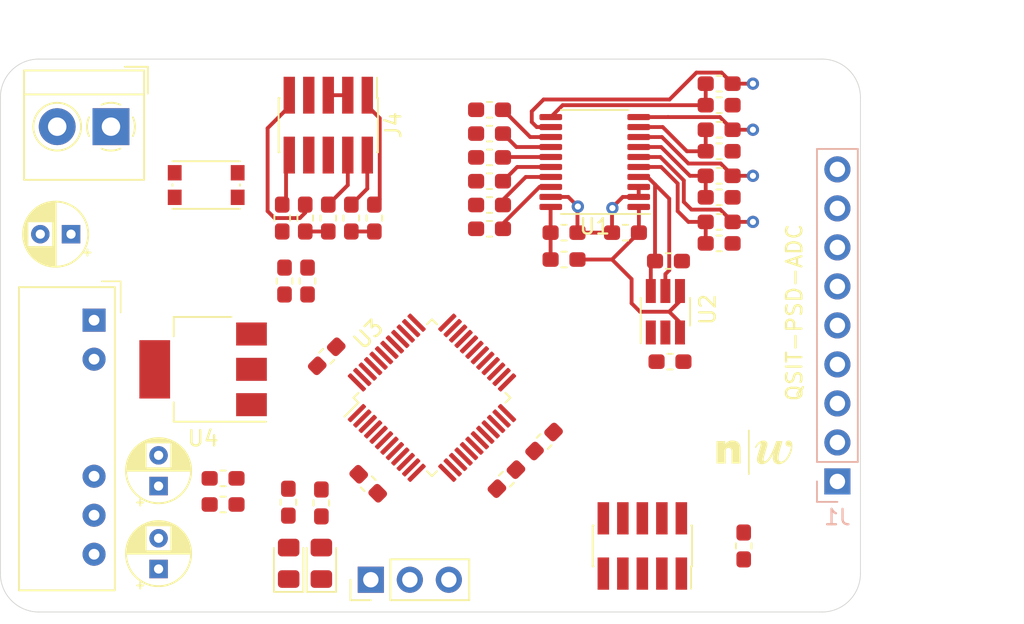
<source format=kicad_pcb>
(kicad_pcb (version 20171130) (host pcbnew "(5.1.6)-1")

  (general
    (thickness 1.6)
    (drawings 20)
    (tracks 116)
    (zones 0)
    (modules 56)
    (nets 83)
  )

  (page A4)
  (title_block
    (title "PSD analog front end for QSIT payload")
    (date 2021-11-26)
    (rev 1)
    (company "FHNW ISE")
    (comment 1 "Université de Geneve")
    (comment 2 "Simon Burkhardt")
  )

  (layers
    (0 F.Cu signal)
    (1 In1.Cu power hide)
    (2 In2.Cu mixed hide)
    (31 B.Cu signal)
    (32 B.Adhes user hide)
    (33 F.Adhes user hide)
    (34 B.Paste user hide)
    (35 F.Paste user hide)
    (36 B.SilkS user)
    (37 F.SilkS user)
    (38 B.Mask user hide)
    (39 F.Mask user hide)
    (40 Dwgs.User user)
    (41 Cmts.User user hide)
    (42 Eco1.User user hide)
    (43 Eco2.User user hide)
    (44 Edge.Cuts user)
    (45 Margin user hide)
    (46 B.CrtYd user hide)
    (47 F.CrtYd user)
    (48 B.Fab user hide)
    (49 F.Fab user hide)
  )

  (setup
    (last_trace_width 0.25)
    (trace_clearance 0.12)
    (zone_clearance 0.508)
    (zone_45_only no)
    (trace_min 0.2)
    (via_size 0.8)
    (via_drill 0.4)
    (via_min_size 0.4)
    (via_min_drill 0.3)
    (uvia_size 0.3)
    (uvia_drill 0.1)
    (uvias_allowed no)
    (uvia_min_size 0.2)
    (uvia_min_drill 0.1)
    (edge_width 0.05)
    (segment_width 0.2)
    (pcb_text_width 0.3)
    (pcb_text_size 1.5 1.5)
    (mod_edge_width 0.12)
    (mod_text_size 1 1)
    (mod_text_width 0.15)
    (pad_size 1.524 1.524)
    (pad_drill 0.762)
    (pad_to_mask_clearance 0.05)
    (aux_axis_origin 0 0)
    (grid_origin 112 131)
    (visible_elements 7FFFFFFF)
    (pcbplotparams
      (layerselection 0x010fc_ffffffff)
      (usegerberextensions false)
      (usegerberattributes true)
      (usegerberadvancedattributes true)
      (creategerberjobfile true)
      (excludeedgelayer true)
      (linewidth 0.100000)
      (plotframeref false)
      (viasonmask false)
      (mode 1)
      (useauxorigin false)
      (hpglpennumber 1)
      (hpglpenspeed 20)
      (hpglpendiameter 15.000000)
      (psnegative false)
      (psa4output false)
      (plotreference true)
      (plotvalue true)
      (plotinvisibletext false)
      (padsonsilk false)
      (subtractmaskfromsilk false)
      (outputformat 1)
      (mirror false)
      (drillshape 1)
      (scaleselection 1)
      (outputdirectory ""))
  )

  (net 0 "")
  (net 1 "Net-(R8-Pad2)")
  (net 2 GND)
  (net 3 +5V)
  (net 4 -5V)
  (net 5 "Net-(H1-Pad1)")
  (net 6 "Net-(H2-Pad1)")
  (net 7 "Net-(H3-Pad1)")
  (net 8 "Net-(H4-Pad1)")
  (net 9 +3V3)
  (net 10 "Net-(C3-Pad2)")
  (net 11 "Net-(C4-Pad2)")
  (net 12 "Net-(C5-Pad2)")
  (net 13 "Net-(C6-Pad2)")
  (net 14 +2V5)
  (net 15 "Net-(R3-Pad2)")
  (net 16 "Net-(R4-Pad2)")
  (net 17 "Net-(R5-Pad2)")
  (net 18 "Net-(R6-Pad2)")
  (net 19 "Net-(R9-Pad2)")
  (net 20 ~RST)
  (net 21 "Net-(C11-Pad2)")
  (net 22 "Net-(D1-Pad2)")
  (net 23 "Net-(D2-Pad2)")
  (net 24 "Net-(J4-Pad2)")
  (net 25 "Net-(J4-Pad4)")
  (net 26 "Net-(J4-Pad6)")
  (net 27 "Net-(J4-Pad7)")
  (net 28 "Net-(J4-Pad8)")
  (net 29 "Net-(J4-Pad10)")
  (net 30 USART2_TX)
  (net 31 USART2_RX)
  (net 32 "Net-(J6-Pad1)")
  (net 33 "Net-(J6-Pad2)")
  (net 34 MEMS_OUT_EN)
  (net 35 SPI2_MOSI)
  (net 36 SPI2_CS)
  (net 37 SPI2_SCK)
  (net 38 FCLK_X)
  (net 39 FCLK_Y)
  (net 40 MCLK)
  (net 41 SPI1_~IRQ~)
  (net 42 SPI1_MISO)
  (net 43 SPI1_MOSI)
  (net 44 SPI1_SCK)
  (net 45 SPI1_CS)
  (net 46 SWDIO)
  (net 47 SWCLK)
  (net 48 LED1)
  (net 49 LED2)
  (net 50 "Net-(U3-Pad2)")
  (net 51 "Net-(U3-Pad3)")
  (net 52 "Net-(U3-Pad4)")
  (net 53 "Net-(U3-Pad5)")
  (net 54 "Net-(U3-Pad6)")
  (net 55 "Net-(U3-Pad10)")
  (net 56 "Net-(U3-Pad11)")
  (net 57 BOOT1)
  (net 58 "Net-(U3-Pad21)")
  (net 59 "Net-(U3-Pad22)")
  (net 60 "Net-(U3-Pad25)")
  (net 61 "Net-(U3-Pad29)")
  (net 62 "Net-(U3-Pad30)")
  (net 63 TIM14_CH1)
  (net 64 "Net-(U3-Pad32)")
  (net 65 TIM16_CH1)
  (net 66 "Net-(U3-Pad35)")
  (net 67 "Net-(U3-Pad36)")
  (net 68 "Net-(U3-Pad38)")
  (net 69 "Net-(U3-Pad39)")
  (net 70 "Net-(U3-Pad40)")
  (net 71 "Net-(U3-Pad41)")
  (net 72 "Net-(U3-Pad42)")
  (net 73 "Net-(U3-Pad43)")
  (net 74 "Net-(U3-Pad44)")
  (net 75 "Net-(U3-Pad45)")
  (net 76 TIM17_CH1)
  (net 77 VAA)
  (net 78 ADC_CH1)
  (net 79 ADC_CH2)
  (net 80 ADC_CH3)
  (net 81 ADC_CH4)
  (net 82 +12V)

  (net_class Default "This is the default net class."
    (clearance 0.12)
    (trace_width 0.25)
    (via_dia 0.8)
    (via_drill 0.4)
    (uvia_dia 0.3)
    (uvia_drill 0.1)
    (add_net +12V)
    (add_net +2V5)
    (add_net +3V3)
    (add_net +5V)
    (add_net -5V)
    (add_net ADC_CH1)
    (add_net ADC_CH2)
    (add_net ADC_CH3)
    (add_net ADC_CH4)
    (add_net BOOT1)
    (add_net FCLK_X)
    (add_net FCLK_Y)
    (add_net GND)
    (add_net LED1)
    (add_net LED2)
    (add_net MCLK)
    (add_net MEMS_OUT_EN)
    (add_net "Net-(C11-Pad2)")
    (add_net "Net-(C3-Pad2)")
    (add_net "Net-(C4-Pad2)")
    (add_net "Net-(C5-Pad2)")
    (add_net "Net-(C6-Pad2)")
    (add_net "Net-(D1-Pad2)")
    (add_net "Net-(D2-Pad2)")
    (add_net "Net-(H1-Pad1)")
    (add_net "Net-(H2-Pad1)")
    (add_net "Net-(H3-Pad1)")
    (add_net "Net-(H4-Pad1)")
    (add_net "Net-(J4-Pad10)")
    (add_net "Net-(J4-Pad2)")
    (add_net "Net-(J4-Pad4)")
    (add_net "Net-(J4-Pad6)")
    (add_net "Net-(J4-Pad7)")
    (add_net "Net-(J4-Pad8)")
    (add_net "Net-(J6-Pad1)")
    (add_net "Net-(J6-Pad2)")
    (add_net "Net-(R3-Pad2)")
    (add_net "Net-(R4-Pad2)")
    (add_net "Net-(R5-Pad2)")
    (add_net "Net-(R6-Pad2)")
    (add_net "Net-(R8-Pad2)")
    (add_net "Net-(R9-Pad2)")
    (add_net "Net-(U3-Pad10)")
    (add_net "Net-(U3-Pad11)")
    (add_net "Net-(U3-Pad2)")
    (add_net "Net-(U3-Pad21)")
    (add_net "Net-(U3-Pad22)")
    (add_net "Net-(U3-Pad25)")
    (add_net "Net-(U3-Pad29)")
    (add_net "Net-(U3-Pad3)")
    (add_net "Net-(U3-Pad30)")
    (add_net "Net-(U3-Pad32)")
    (add_net "Net-(U3-Pad35)")
    (add_net "Net-(U3-Pad36)")
    (add_net "Net-(U3-Pad38)")
    (add_net "Net-(U3-Pad39)")
    (add_net "Net-(U3-Pad4)")
    (add_net "Net-(U3-Pad40)")
    (add_net "Net-(U3-Pad41)")
    (add_net "Net-(U3-Pad42)")
    (add_net "Net-(U3-Pad43)")
    (add_net "Net-(U3-Pad44)")
    (add_net "Net-(U3-Pad45)")
    (add_net "Net-(U3-Pad5)")
    (add_net "Net-(U3-Pad6)")
    (add_net SPI1_CS)
    (add_net SPI1_MISO)
    (add_net SPI1_MOSI)
    (add_net SPI1_SCK)
    (add_net SPI1_~IRQ~)
    (add_net SPI2_CS)
    (add_net SPI2_MOSI)
    (add_net SPI2_SCK)
    (add_net SWCLK)
    (add_net SWDIO)
    (add_net TIM14_CH1)
    (add_net TIM16_CH1)
    (add_net TIM17_CH1)
    (add_net USART2_RX)
    (add_net USART2_TX)
    (add_net VAA)
    (add_net ~RST)
  )

  (net_class power ""
    (clearance 0.2)
    (trace_width 0.5)
    (via_dia 0.8)
    (via_drill 0.4)
    (uvia_dia 0.3)
    (uvia_drill 0.1)
  )

  (module Connector_PinHeader_2.54mm:PinHeader_1x03_P2.54mm_Vertical (layer F.Cu) (tedit 59FED5CC) (tstamp 61A9F03F)
    (at 116.12 128.9 90)
    (descr "Through hole straight pin header, 1x03, 2.54mm pitch, single row")
    (tags "Through hole pin header THT 1x03 2.54mm single row")
    (path /61D7BADD)
    (fp_text reference J5 (at 0 -2.33 90) (layer F.SilkS) hide
      (effects (font (size 1 1) (thickness 0.15)))
    )
    (fp_text value Conn_01x03 (at 0 7.41 90) (layer F.Fab)
      (effects (font (size 1 1) (thickness 0.15)))
    )
    (fp_line (start 1.8 -1.8) (end -1.8 -1.8) (layer F.CrtYd) (width 0.05))
    (fp_line (start 1.8 6.85) (end 1.8 -1.8) (layer F.CrtYd) (width 0.05))
    (fp_line (start -1.8 6.85) (end 1.8 6.85) (layer F.CrtYd) (width 0.05))
    (fp_line (start -1.8 -1.8) (end -1.8 6.85) (layer F.CrtYd) (width 0.05))
    (fp_line (start -1.33 -1.33) (end 0 -1.33) (layer F.SilkS) (width 0.12))
    (fp_line (start -1.33 0) (end -1.33 -1.33) (layer F.SilkS) (width 0.12))
    (fp_line (start -1.33 1.27) (end 1.33 1.27) (layer F.SilkS) (width 0.12))
    (fp_line (start 1.33 1.27) (end 1.33 6.41) (layer F.SilkS) (width 0.12))
    (fp_line (start -1.33 1.27) (end -1.33 6.41) (layer F.SilkS) (width 0.12))
    (fp_line (start -1.33 6.41) (end 1.33 6.41) (layer F.SilkS) (width 0.12))
    (fp_line (start -1.27 -0.635) (end -0.635 -1.27) (layer F.Fab) (width 0.1))
    (fp_line (start -1.27 6.35) (end -1.27 -0.635) (layer F.Fab) (width 0.1))
    (fp_line (start 1.27 6.35) (end -1.27 6.35) (layer F.Fab) (width 0.1))
    (fp_line (start 1.27 -1.27) (end 1.27 6.35) (layer F.Fab) (width 0.1))
    (fp_line (start -0.635 -1.27) (end 1.27 -1.27) (layer F.Fab) (width 0.1))
    (fp_text user %R (at 0 2.54) (layer F.Fab)
      (effects (font (size 1 1) (thickness 0.15)))
    )
    (pad 1 thru_hole rect (at 0 0 90) (size 1.7 1.7) (drill 1) (layers *.Cu *.Mask)
      (net 30 USART2_TX))
    (pad 2 thru_hole oval (at 0 2.54 90) (size 1.7 1.7) (drill 1) (layers *.Cu *.Mask)
      (net 31 USART2_RX))
    (pad 3 thru_hole oval (at 0 5.08 90) (size 1.7 1.7) (drill 1) (layers *.Cu *.Mask)
      (net 2 GND))
    (model ${KISYS3DMOD}/Connector_PinHeader_2.54mm.3dshapes/PinHeader_1x03_P2.54mm_Vertical.wrl
      (at (xyz 0 0 0))
      (scale (xyz 1 1 1))
      (rotate (xyz 0 0 0))
    )
  )

  (module Mounting_Holes:MountingHole_2.5mm (layer F.Cu) (tedit 56D1B4CB) (tstamp 619EAB25)
    (at 105.7 97.3)
    (descr "Mounting Hole 2.5mm, no annular")
    (tags "mounting hole 2.5mm no annular")
    (path /61B23929)
    (attr virtual)
    (fp_text reference H1 (at 0 -3.5) (layer F.SilkS) hide
      (effects (font (size 1 1) (thickness 0.15)))
    )
    (fp_text value MountingHole_Pad (at -9.9 -4.3) (layer F.Fab) hide
      (effects (font (size 1 1) (thickness 0.15)))
    )
    (fp_circle (center 0 0) (end 2.75 0) (layer F.CrtYd) (width 0.05))
    (fp_circle (center 0 0) (end 2.5 0) (layer Cmts.User) (width 0.15))
    (fp_text user %R (at -1.1 -1.1) (layer F.Fab)
      (effects (font (size 1 1) (thickness 0.15)))
    )
    (pad 1 np_thru_hole circle (at 0 0) (size 2.5 2.5) (drill 2.5) (layers *.Cu *.Mask)
      (net 5 "Net-(H1-Pad1)"))
  )

  (module Mounting_Holes:MountingHole_2.5mm (layer F.Cu) (tedit 56D1B4CB) (tstamp 61A173D3)
    (at 107.2 129)
    (descr "Mounting Hole 2.5mm, no annular")
    (tags "mounting hole 2.5mm no annular")
    (path /61B26287)
    (attr virtual)
    (fp_text reference H2 (at 0 -3.5) (layer F.SilkS) hide
      (effects (font (size 1 1) (thickness 0.15)))
    )
    (fp_text value MountingHole_Pad (at 0 3.5) (layer F.Fab) hide
      (effects (font (size 1 1) (thickness 0.15)))
    )
    (fp_circle (center 0 0) (end 2.5 0) (layer Cmts.User) (width 0.15))
    (fp_circle (center 0 0) (end 2.75 0) (layer F.CrtYd) (width 0.05))
    (fp_text user %R (at -1 1.2) (layer F.Fab)
      (effects (font (size 1 1) (thickness 0.15)))
    )
    (pad 1 np_thru_hole circle (at 0 0) (size 2.5 2.5) (drill 2.5) (layers *.Cu *.Mask)
      (net 6 "Net-(H2-Pad1)"))
  )

  (module Mounting_Holes:MountingHole_2.5mm locked (layer F.Cu) (tedit 56D1B4CB) (tstamp 619EAB2D)
    (at 145.5 97.5)
    (descr "Mounting Hole 2.5mm, no annular")
    (tags "mounting hole 2.5mm no annular")
    (path /61B266DE)
    (attr virtual)
    (fp_text reference H3 (at 0 -3.5) (layer F.SilkS) hide
      (effects (font (size 1 1) (thickness 0.15)))
    )
    (fp_text value MountingHole_Pad (at 5.9 -3.6) (layer F.Fab) hide
      (effects (font (size 1 1) (thickness 0.15)))
    )
    (fp_circle (center 0 0) (end 2.75 0) (layer F.CrtYd) (width 0.05))
    (fp_circle (center 0 0) (end 2.5 0) (layer Cmts.User) (width 0.15))
    (fp_text user %R (at 1.3 -1) (layer F.Fab)
      (effects (font (size 1 1) (thickness 0.15)))
    )
    (pad 1 np_thru_hole circle (at 0 0) (size 2.5 2.5) (drill 2.5) (layers *.Cu *.Mask)
      (net 7 "Net-(H3-Pad1)"))
  )

  (module Mounting_Holes:MountingHole_2.5mm locked (layer F.Cu) (tedit 56D1B4CB) (tstamp 619EAB34)
    (at 145.5 128.5)
    (descr "Mounting Hole 2.5mm, no annular")
    (tags "mounting hole 2.5mm no annular")
    (path /61B26588)
    (attr virtual)
    (fp_text reference H4 (at 0 -3.5) (layer F.SilkS) hide
      (effects (font (size 1 1) (thickness 0.15)))
    )
    (fp_text value MountingHole_Pad (at 0 3.5) (layer F.Fab) hide
      (effects (font (size 1 1) (thickness 0.15)))
    )
    (fp_circle (center 0 0) (end 2.5 0) (layer Cmts.User) (width 0.15))
    (fp_circle (center 0 0) (end 2.75 0) (layer F.CrtYd) (width 0.05))
    (fp_text user %R (at 1.3 1.3) (layer F.Fab)
      (effects (font (size 1 1) (thickness 0.15)))
    )
    (pad 1 np_thru_hole circle (at 0 0) (size 2.5 2.5) (drill 2.5) (layers *.Cu *.Mask)
      (net 8 "Net-(H4-Pad1)"))
  )

  (module A_Tale_Of_A_Library:Logo_FHNW_03x05mm (layer F.Cu) (tedit 5BD986F9) (tstamp 619E481F)
    (at 141.1 120.6)
    (path /61A0C647)
    (fp_text reference H5 (at 10 -4.3) (layer F.SilkS) hide
      (effects (font (size 1.524 1.524) (thickness 0.3)))
    )
    (fp_text value LogoFHNW (at 15 -7.3) (layer F.SilkS) hide
      (effects (font (size 1.524 1.524) (thickness 0.3)))
    )
    (fp_poly (pts (xy -1.401437 -0.762552) (xy -1.397727 -0.762301) (xy -1.32809 -0.75443) (xy -1.263672 -0.740985)
      (xy -1.204511 -0.721996) (xy -1.150647 -0.697492) (xy -1.102118 -0.667503) (xy -1.058964 -0.632058)
      (xy -1.021224 -0.591187) (xy -0.988935 -0.544919) (xy -0.962138 -0.493284) (xy -0.940871 -0.436311)
      (xy -0.933426 -0.410138) (xy -0.930309 -0.398145) (xy -0.927494 -0.387066) (xy -0.924963 -0.37647)
      (xy -0.922699 -0.365927) (xy -0.920688 -0.355007) (xy -0.918911 -0.343278) (xy -0.917353 -0.33031)
      (xy -0.915997 -0.315672) (xy -0.914827 -0.298934) (xy -0.913826 -0.279666) (xy -0.912977 -0.257436)
      (xy -0.912266 -0.231814) (xy -0.911674 -0.202369) (xy -0.911186 -0.168671) (xy -0.910785 -0.130289)
      (xy -0.910455 -0.086793) (xy -0.910178 -0.037752) (xy -0.90994 0.017265) (xy -0.909723 0.078689)
      (xy -0.909511 0.146949) (xy -0.909288 0.22225) (xy -0.907782 0.731212) (xy -1.485259 0.731212)
      (xy -1.486434 0.304992) (xy -1.486613 0.237211) (xy -1.48677 0.17667) (xy -1.486932 0.122916)
      (xy -1.487121 0.075492) (xy -1.487363 0.033943) (xy -1.487683 -0.002187) (xy -1.488105 -0.033352)
      (xy -1.488653 -0.06001) (xy -1.489352 -0.082614) (xy -1.490226 -0.10162) (xy -1.491301 -0.117485)
      (xy -1.4926 -0.130663) (xy -1.494149 -0.14161) (xy -1.495971 -0.150782) (xy -1.498091 -0.158633)
      (xy -1.500535 -0.16562) (xy -1.503326 -0.172198) (xy -1.506489 -0.178822) (xy -1.510048 -0.185948)
      (xy -1.513251 -0.192425) (xy -1.531692 -0.221866) (xy -1.555594 -0.246286) (xy -1.584327 -0.265371)
      (xy -1.617263 -0.278807) (xy -1.653773 -0.286281) (xy -1.693228 -0.287479) (xy -1.702575 -0.286841)
      (xy -1.742888 -0.280365) (xy -1.778032 -0.268226) (xy -1.808243 -0.250242) (xy -1.83376 -0.226229)
      (xy -1.854817 -0.196006) (xy -1.871652 -0.15939) (xy -1.873253 -0.154973) (xy -1.883833 -0.125076)
      (xy -1.885951 0.731212) (xy -2.46303 0.731212) (xy -2.46303 -0.727364) (xy -1.916545 -0.727364)
      (xy -1.916545 -0.495084) (xy -1.897405 -0.522868) (xy -1.858808 -0.574502) (xy -1.819019 -0.61914)
      (xy -1.778288 -0.656517) (xy -1.754652 -0.674538) (xy -1.705422 -0.704663) (xy -1.651731 -0.728756)
      (xy -1.594032 -0.746702) (xy -1.53278 -0.758392) (xy -1.46843 -0.763712) (xy -1.401437 -0.762552)) (layer F.SilkS) (width 0.01))
    (fp_poly (pts (xy 2.258538 -0.759874) (xy 2.295884 -0.75192) (xy 2.330316 -0.73705) (xy 2.361458 -0.715499)
      (xy 2.388936 -0.687504) (xy 2.412375 -0.653298) (xy 2.423261 -0.632243) (xy 2.438061 -0.595267)
      (xy 2.44926 -0.555162) (xy 2.457031 -0.510928) (xy 2.461553 -0.461563) (xy 2.462999 -0.406116)
      (xy 2.461173 -0.343855) (xy 2.455585 -0.282166) (xy 2.445971 -0.219106) (xy 2.432068 -0.152728)
      (xy 2.424516 -0.121938) (xy 2.398645 -0.031504) (xy 2.367953 0.05644) (xy 2.332756 0.141433)
      (xy 2.293369 0.223018) (xy 2.250107 0.300735) (xy 2.203284 0.374127) (xy 2.153216 0.442735)
      (xy 2.100218 0.5061) (xy 2.044605 0.563763) (xy 1.986691 0.615267) (xy 1.926793 0.660153)
      (xy 1.865224 0.697962) (xy 1.858818 0.701426) (xy 1.805088 0.726879) (xy 1.750094 0.746783)
      (xy 1.694572 0.761123) (xy 1.63926 0.769887) (xy 1.584893 0.773061) (xy 1.53221 0.770632)
      (xy 1.481946 0.762587) (xy 1.434837 0.748912) (xy 1.391622 0.729594) (xy 1.36085 0.710428)
      (xy 1.327299 0.682413) (xy 1.296147 0.648664) (xy 1.268918 0.611098) (xy 1.247135 0.571628)
      (xy 1.243057 0.562483) (xy 1.224236 0.509931) (xy 1.210257 0.452881) (xy 1.201329 0.392983)
      (xy 1.197663 0.331888) (xy 1.199468 0.271244) (xy 1.20238 0.242454) (xy 1.205369 0.221391)
      (xy 1.209589 0.195276) (xy 1.214719 0.165804) (xy 1.220435 0.134676) (xy 1.226415 0.103587)
      (xy 1.232337 0.074236) (xy 1.237877 0.04832) (xy 1.242715 0.027537) (xy 1.244605 0.020204)
      (xy 1.247684 0.007202) (xy 1.248139 0.001063) (xy 1.246191 0.001499) (xy 1.24206 0.00822)
      (xy 1.235966 0.020937) (xy 1.228129 0.039362) (xy 1.226006 0.044619) (xy 1.18376 0.14432)
      (xy 1.139799 0.236547) (xy 1.09409 0.321336) (xy 1.046604 0.398723) (xy 0.99731 0.468745)
      (xy 0.946176 0.531437) (xy 0.893173 0.586837) (xy 0.838268 0.634979) (xy 0.781432 0.675901)
      (xy 0.722633 0.709639) (xy 0.661841 0.736228) (xy 0.626845 0.74803) (xy 0.593139 0.756901)
      (xy 0.557007 0.764084) (xy 0.520244 0.769385) (xy 0.484647 0.772611) (xy 0.45201 0.773567)
      (xy 0.424131 0.772058) (xy 0.415637 0.77088) (xy 0.370237 0.759724) (xy 0.327362 0.742212)
      (xy 0.288301 0.718967) (xy 0.259729 0.69579) (xy 0.227653 0.661524) (xy 0.20238 0.624752)
      (xy 0.183676 0.584904) (xy 0.171308 0.541407) (xy 0.165042 0.493689) (xy 0.164118 0.461818)
      (xy 0.16427 0.447812) (xy 0.164635 0.434313) (xy 0.165314 0.420931) (xy 0.166408 0.407277)
      (xy 0.168018 0.392958) (xy 0.170245 0.377586) (xy 0.17319 0.360769) (xy 0.176954 0.342118)
      (xy 0.181638 0.321241) (xy 0.187343 0.297749) (xy 0.194169 0.271251) (xy 0.202219 0.241358)
      (xy 0.211592 0.207677) (xy 0.22239 0.16982) (xy 0.234714 0.127395) (xy 0.248664 0.080013)
      (xy 0.264342 0.027282) (xy 0.281849 -0.031187) (xy 0.301285 -0.095784) (xy 0.322752 -0.166901)
      (xy 0.346351 -0.244927) (xy 0.350261 -0.257849) (xy 0.359315 -0.288283) (xy 0.36884 -0.321216)
      (xy 0.378186 -0.354332) (xy 0.386701 -0.385316) (xy 0.393734 -0.411852) (xy 0.395195 -0.417561)
      (xy 0.401723 -0.443854) (xy 0.406447 -0.464551) (xy 0.409657 -0.481461) (xy 0.411645 -0.496394)
      (xy 0.4127 -0.51116) (xy 0.413115 -0.527569) (xy 0.413131 -0.529167) (xy 0.412531 -0.555073)
      (xy 0.410062 -0.574253) (xy 0.405503 -0.587501) (xy 0.398636 -0.595609) (xy 0.394028 -0.598077)
      (xy 0.38488 -0.598558) (xy 0.371277 -0.595686) (xy 0.355315 -0.590148) (xy 0.33909 -0.582631)
      (xy 0.32897 -0.576736) (xy 0.309122 -0.561701) (xy 0.286418 -0.540668) (xy 0.261536 -0.514479)
      (xy 0.235151 -0.483975) (xy 0.207939 -0.449998) (xy 0.180575 -0.41339) (xy 0.153737 -0.374991)
      (xy 0.128098 -0.335644) (xy 0.106088 -0.29922) (xy 0.099663 -0.289123) (xy 0.094354 -0.282484)
      (xy 0.092102 -0.28094) (xy 0.087505 -0.282843) (xy 0.078099 -0.287931) (xy 0.065577 -0.295266)
      (xy 0.059741 -0.298825) (xy 0.03076 -0.31671) (xy 0.04478 -0.34212) (xy 0.075777 -0.396809)
      (xy 0.104937 -0.445023) (xy 0.132852 -0.487592) (xy 0.160118 -0.525345) (xy 0.187327 -0.55911)
      (xy 0.215074 -0.589716) (xy 0.239128 -0.613495) (xy 0.289497 -0.656162) (xy 0.342148 -0.691478)
      (xy 0.397088 -0.719447) (xy 0.454322 -0.740071) (xy 0.513858 -0.753353) (xy 0.575701 -0.759295)
      (xy 0.590743 -0.759628) (xy 0.61387 -0.759644) (xy 0.631343 -0.759108) (xy 0.645196 -0.757811)
      (xy 0.657464 -0.755541) (xy 0.670182 -0.752089) (xy 0.673485 -0.751075) (xy 0.713309 -0.735009)
      (xy 0.747845 -0.713433) (xy 0.776896 -0.686613) (xy 0.800263 -0.654813) (xy 0.817748 -0.618297)
      (xy 0.829154 -0.57733) (xy 0.834078 -0.536488) (xy 0.834079 -0.504009) (xy 0.830711 -0.467587)
      (xy 0.823864 -0.426646) (xy 0.813429 -0.380613) (xy 0.799298 -0.328915) (xy 0.787018 -0.288637)
      (xy 0.782721 -0.274751) (xy 0.776541 -0.25436) (xy 0.76872 -0.228294) (xy 0.759502 -0.197382)
      (xy 0.749132 -0.162455) (xy 0.737851 -0.124342) (xy 0.725906 -0.083872) (xy 0.713538 -0.041876)
      (xy 0.700991 0.000817) (xy 0.68851 0.043377) (xy 0.676338 0.084974) (xy 0.664718 0.124778)
      (xy 0.653894 0.161961) (xy 0.64411 0.195691) (xy 0.63561 0.22514) (xy 0.628637 0.249477)
      (xy 0.623434 0.267873) (xy 0.62089 0.277091) (xy 0.611548 0.313394) (xy 0.603232 0.349154)
      (xy 0.596186 0.383087) (xy 0.590654 0.41391) (xy 0.58688 0.440339) (xy 0.585108 0.461089)
      (xy 0.585003 0.46593) (xy 0.587756 0.499188) (xy 0.595958 0.527911) (xy 0.6094 0.551638)
      (xy 0.627875 0.569908) (xy 0.63367 0.573827) (xy 0.645146 0.579574) (xy 0.65747 0.582163)
      (xy 0.671561 0.582485) (xy 0.703876 0.578032) (xy 0.737211 0.566107) (xy 0.771586 0.546694)
      (xy 0.807016 0.519776) (xy 0.84352 0.485337) (xy 0.881116 0.443358) (xy 0.919822 0.393824)
      (xy 0.959655 0.336717) (xy 1.000633 0.27202) (xy 1.004957 0.264863) (xy 1.021157 0.236973)
      (xy 1.03978 0.203281) (xy 1.060189 0.16505) (xy 1.081751 0.123542) (xy 1.103831 0.080019)
      (xy 1.125794 0.035744) (xy 1.147006 -0.008021) (xy 1.166832 -0.050014) (xy 1.184638 -0.088973)
      (xy 1.197118 -0.117379) (xy 1.21809 -0.167035) (xy 1.239777 -0.219919) (xy 1.261821 -0.275064)
      (xy 1.283865 -0.331507) (xy 1.305551 -0.388281) (xy 1.32652 -0.444423) (xy 1.346416 -0.498967)
      (xy 1.364881 -0.550948) (xy 1.381556 -0.599402) (xy 1.396085 -0.643362) (xy 1.408109 -0.681865)
      (xy 1.414391 -0.703433) (xy 1.421105 -0.727364) (xy 1.813471 -0.727364) (xy 1.810878 -0.716781)
      (xy 1.808587 -0.70787) (xy 1.804481 -0.692366) (xy 1.798786 -0.671098) (xy 1.791728 -0.644895)
      (xy 1.78353 -0.614584) (xy 1.774421 -0.580996) (xy 1.764624 -0.544957) (xy 1.754366 -0.507298)
      (xy 1.743872 -0.468846) (xy 1.733367 -0.430431) (xy 1.723078 -0.392881) (xy 1.71323 -0.357024)
      (xy 1.704049 -0.32369) (xy 1.695759 -0.293707) (xy 1.692751 -0.282864) (xy 1.677162 -0.226233)
      (xy 1.661984 -0.170117) (xy 1.647439 -0.115381) (xy 1.633746 -0.062886) (xy 1.621126 -0.013498)
      (xy 1.609801 0.031922) (xy 1.599991 0.072511) (xy 1.591916 0.107404) (xy 1.58601 0.134697)
      (xy 1.578103 0.174427) (xy 1.571984 0.208634) (xy 1.567447 0.239229) (xy 1.564284 0.268122)
      (xy 1.562289 0.297223) (xy 1.561254 0.328443) (xy 1.560973 0.363692) (xy 1.560975 0.365606)
      (xy 1.561322 0.400492) (xy 1.562416 0.429105) (xy 1.564499 0.452851) (xy 1.567811 0.473139)
      (xy 1.572594 0.491375) (xy 1.579089 0.508965) (xy 1.587536 0.527317) (xy 1.589274 0.530793)
      (xy 1.607359 0.558802) (xy 1.630156 0.58096) (xy 1.657283 0.597189) (xy 1.68836 0.607409)
      (xy 1.723006 0.611542) (xy 1.760841 0.609508) (xy 1.801483 0.601228) (xy 1.844552 0.586624)
      (xy 1.849243 0.584703) (xy 1.887133 0.565666) (xy 1.926322 0.53979) (xy 1.966161 0.507681)
      (xy 2.006006 0.469949) (xy 2.045211 0.427199) (xy 2.083129 0.380042) (xy 2.116028 0.333725)
      (xy 2.158074 0.266539) (xy 2.198175 0.193988) (xy 2.235755 0.117491) (xy 2.270233 0.038469)
      (xy 2.301031 -0.041657) (xy 2.327571 -0.121465) (xy 2.349275 -0.199536) (xy 2.365563 -0.274448)
      (xy 2.367075 -0.282864) (xy 2.36995 -0.302281) (xy 2.372353 -0.324332) (xy 2.374223 -0.347554)
      (xy 2.375497 -0.370482) (xy 2.376112 -0.39165) (xy 2.376007 -0.409594) (xy 2.375117 -0.422849)
      (xy 2.373382 -0.42995) (xy 2.373345 -0.430007) (xy 2.369596 -0.431602) (xy 2.363223 -0.427359)
      (xy 2.35988 -0.42411) (xy 2.340998 -0.40794) (xy 2.317952 -0.392916) (xy 2.294201 -0.381247)
      (xy 2.290495 -0.379812) (xy 2.268903 -0.374332) (xy 2.242928 -0.371568) (xy 2.215387 -0.371513)
      (xy 2.189098 -0.374163) (xy 2.166877 -0.379511) (xy 2.165356 -0.380056) (xy 2.129627 -0.39723)
      (xy 2.098306 -0.420412) (xy 2.072062 -0.448931) (xy 2.051562 -0.48212) (xy 2.042725 -0.502811)
      (xy 2.037266 -0.524424) (xy 2.034385 -0.55035) (xy 2.034118 -0.57766) (xy 2.036505 -0.603427)
      (xy 2.041146 -0.623455) (xy 2.057188 -0.659753) (xy 2.078994 -0.691282) (xy 2.105943 -0.717559)
      (xy 2.137408 -0.738101) (xy 2.172767 -0.752426) (xy 2.211397 -0.760053) (xy 2.218652 -0.760677)
      (xy 2.258538 -0.759874)) (layer F.SilkS) (width 0.01))
    (fp_poly (pts (xy -0.315576 1.462424) (xy -0.419485 1.462424) (xy -0.419485 -1.458576) (xy -0.315576 -1.458576)
      (xy -0.315576 1.462424)) (layer F.SilkS) (width 0.01))
  )

  (module Capacitor_SMD:C_0603_1608Metric_Pad1.05x0.95mm_HandSolder (layer F.Cu) (tedit 5B301BBE) (tstamp 61AAF5BB)
    (at 132.7 106.3 180)
    (descr "Capacitor SMD 0603 (1608 Metric), square (rectangular) end terminal, IPC_7351 nominal with elongated pad for handsoldering. (Body size source: http://www.tortai-tech.com/upload/download/2011102023233369053.pdf), generated with kicad-footprint-generator")
    (tags "capacitor handsolder")
    (path /61A23514)
    (attr smd)
    (fp_text reference C1 (at 0 -1.43) (layer F.SilkS) hide
      (effects (font (size 1 1) (thickness 0.15)))
    )
    (fp_text value 100nF (at 0 1.43) (layer F.Fab)
      (effects (font (size 1 1) (thickness 0.15)))
    )
    (fp_line (start -0.8 0.4) (end -0.8 -0.4) (layer F.Fab) (width 0.1))
    (fp_line (start -0.8 -0.4) (end 0.8 -0.4) (layer F.Fab) (width 0.1))
    (fp_line (start 0.8 -0.4) (end 0.8 0.4) (layer F.Fab) (width 0.1))
    (fp_line (start 0.8 0.4) (end -0.8 0.4) (layer F.Fab) (width 0.1))
    (fp_line (start -0.171267 -0.51) (end 0.171267 -0.51) (layer F.SilkS) (width 0.12))
    (fp_line (start -0.171267 0.51) (end 0.171267 0.51) (layer F.SilkS) (width 0.12))
    (fp_line (start -1.65 0.73) (end -1.65 -0.73) (layer F.CrtYd) (width 0.05))
    (fp_line (start -1.65 -0.73) (end 1.65 -0.73) (layer F.CrtYd) (width 0.05))
    (fp_line (start 1.65 -0.73) (end 1.65 0.73) (layer F.CrtYd) (width 0.05))
    (fp_line (start 1.65 0.73) (end -1.65 0.73) (layer F.CrtYd) (width 0.05))
    (fp_text user %R (at 0 0) (layer F.Fab)
      (effects (font (size 0.4 0.4) (thickness 0.06)))
    )
    (pad 2 smd roundrect (at 0.875 0 180) (size 1.05 0.95) (layers F.Cu F.Paste F.Mask) (roundrect_rratio 0.25)
      (net 2 GND))
    (pad 1 smd roundrect (at -0.875 0 180) (size 1.05 0.95) (layers F.Cu F.Paste F.Mask) (roundrect_rratio 0.25)
      (net 77 VAA))
    (model ${KISYS3DMOD}/Capacitor_SMD.3dshapes/C_0603_1608Metric.wrl
      (at (xyz 0 0 0))
      (scale (xyz 1 1 1))
      (rotate (xyz 0 0 0))
    )
  )

  (module Capacitor_SMD:C_0603_1608Metric_Pad1.05x0.95mm_HandSolder (layer F.Cu) (tedit 5B301BBE) (tstamp 61AAF58B)
    (at 128.7 106.3)
    (descr "Capacitor SMD 0603 (1608 Metric), square (rectangular) end terminal, IPC_7351 nominal with elongated pad for handsoldering. (Body size source: http://www.tortai-tech.com/upload/download/2011102023233369053.pdf), generated with kicad-footprint-generator")
    (tags "capacitor handsolder")
    (path /61A26DF5)
    (attr smd)
    (fp_text reference C2 (at 0 -1.43) (layer F.SilkS) hide
      (effects (font (size 1 1) (thickness 0.15)))
    )
    (fp_text value 100nF (at 0 1.43) (layer F.Fab)
      (effects (font (size 1 1) (thickness 0.15)))
    )
    (fp_line (start 1.65 0.73) (end -1.65 0.73) (layer F.CrtYd) (width 0.05))
    (fp_line (start 1.65 -0.73) (end 1.65 0.73) (layer F.CrtYd) (width 0.05))
    (fp_line (start -1.65 -0.73) (end 1.65 -0.73) (layer F.CrtYd) (width 0.05))
    (fp_line (start -1.65 0.73) (end -1.65 -0.73) (layer F.CrtYd) (width 0.05))
    (fp_line (start -0.171267 0.51) (end 0.171267 0.51) (layer F.SilkS) (width 0.12))
    (fp_line (start -0.171267 -0.51) (end 0.171267 -0.51) (layer F.SilkS) (width 0.12))
    (fp_line (start 0.8 0.4) (end -0.8 0.4) (layer F.Fab) (width 0.1))
    (fp_line (start 0.8 -0.4) (end 0.8 0.4) (layer F.Fab) (width 0.1))
    (fp_line (start -0.8 -0.4) (end 0.8 -0.4) (layer F.Fab) (width 0.1))
    (fp_line (start -0.8 0.4) (end -0.8 -0.4) (layer F.Fab) (width 0.1))
    (fp_text user %R (at 0 0) (layer F.Fab)
      (effects (font (size 0.4 0.4) (thickness 0.06)))
    )
    (pad 1 smd roundrect (at -0.875 0) (size 1.05 0.95) (layers F.Cu F.Paste F.Mask) (roundrect_rratio 0.25)
      (net 9 +3V3))
    (pad 2 smd roundrect (at 0.875 0) (size 1.05 0.95) (layers F.Cu F.Paste F.Mask) (roundrect_rratio 0.25)
      (net 2 GND))
    (model ${KISYS3DMOD}/Capacitor_SMD.3dshapes/C_0603_1608Metric.wrl
      (at (xyz 0 0 0))
      (scale (xyz 1 1 1))
      (rotate (xyz 0 0 0))
    )
  )

  (module Capacitor_SMD:C_0603_1608Metric_Pad1.05x0.95mm_HandSolder (layer F.Cu) (tedit 5B301BBE) (tstamp 61AAF5EB)
    (at 138.8 105.6 180)
    (descr "Capacitor SMD 0603 (1608 Metric), square (rectangular) end terminal, IPC_7351 nominal with elongated pad for handsoldering. (Body size source: http://www.tortai-tech.com/upload/download/2011102023233369053.pdf), generated with kicad-footprint-generator")
    (tags "capacitor handsolder")
    (path /61A4B659)
    (attr smd)
    (fp_text reference C3 (at 0 -1.43) (layer F.SilkS) hide
      (effects (font (size 1 1) (thickness 0.15)))
    )
    (fp_text value 100nF (at 0 1.43) (layer F.Fab)
      (effects (font (size 1 1) (thickness 0.15)))
    )
    (fp_line (start 1.65 0.73) (end -1.65 0.73) (layer F.CrtYd) (width 0.05))
    (fp_line (start 1.65 -0.73) (end 1.65 0.73) (layer F.CrtYd) (width 0.05))
    (fp_line (start -1.65 -0.73) (end 1.65 -0.73) (layer F.CrtYd) (width 0.05))
    (fp_line (start -1.65 0.73) (end -1.65 -0.73) (layer F.CrtYd) (width 0.05))
    (fp_line (start -0.171267 0.51) (end 0.171267 0.51) (layer F.SilkS) (width 0.12))
    (fp_line (start -0.171267 -0.51) (end 0.171267 -0.51) (layer F.SilkS) (width 0.12))
    (fp_line (start 0.8 0.4) (end -0.8 0.4) (layer F.Fab) (width 0.1))
    (fp_line (start 0.8 -0.4) (end 0.8 0.4) (layer F.Fab) (width 0.1))
    (fp_line (start -0.8 -0.4) (end 0.8 -0.4) (layer F.Fab) (width 0.1))
    (fp_line (start -0.8 0.4) (end -0.8 -0.4) (layer F.Fab) (width 0.1))
    (fp_text user %R (at 0 0) (layer F.Fab)
      (effects (font (size 0.4 0.4) (thickness 0.06)))
    )
    (pad 1 smd roundrect (at -0.875 0 180) (size 1.05 0.95) (layers F.Cu F.Paste F.Mask) (roundrect_rratio 0.25)
      (net 2 GND))
    (pad 2 smd roundrect (at 0.875 0 180) (size 1.05 0.95) (layers F.Cu F.Paste F.Mask) (roundrect_rratio 0.25)
      (net 10 "Net-(C3-Pad2)"))
    (model ${KISYS3DMOD}/Capacitor_SMD.3dshapes/C_0603_1608Metric.wrl
      (at (xyz 0 0 0))
      (scale (xyz 1 1 1))
      (rotate (xyz 0 0 0))
    )
  )

  (module Capacitor_SMD:C_0603_1608Metric_Pad1.05x0.95mm_HandSolder (layer F.Cu) (tedit 5B301BBE) (tstamp 61AAF55B)
    (at 138.8 102.6 180)
    (descr "Capacitor SMD 0603 (1608 Metric), square (rectangular) end terminal, IPC_7351 nominal with elongated pad for handsoldering. (Body size source: http://www.tortai-tech.com/upload/download/2011102023233369053.pdf), generated with kicad-footprint-generator")
    (tags "capacitor handsolder")
    (path /61A5FEAC)
    (attr smd)
    (fp_text reference C4 (at 0 -1.43) (layer F.SilkS) hide
      (effects (font (size 1 1) (thickness 0.15)))
    )
    (fp_text value 100nF (at 0 1.43) (layer F.Fab)
      (effects (font (size 1 1) (thickness 0.15)))
    )
    (fp_line (start 1.65 0.73) (end -1.65 0.73) (layer F.CrtYd) (width 0.05))
    (fp_line (start 1.65 -0.73) (end 1.65 0.73) (layer F.CrtYd) (width 0.05))
    (fp_line (start -1.65 -0.73) (end 1.65 -0.73) (layer F.CrtYd) (width 0.05))
    (fp_line (start -1.65 0.73) (end -1.65 -0.73) (layer F.CrtYd) (width 0.05))
    (fp_line (start -0.171267 0.51) (end 0.171267 0.51) (layer F.SilkS) (width 0.12))
    (fp_line (start -0.171267 -0.51) (end 0.171267 -0.51) (layer F.SilkS) (width 0.12))
    (fp_line (start 0.8 0.4) (end -0.8 0.4) (layer F.Fab) (width 0.1))
    (fp_line (start 0.8 -0.4) (end 0.8 0.4) (layer F.Fab) (width 0.1))
    (fp_line (start -0.8 -0.4) (end 0.8 -0.4) (layer F.Fab) (width 0.1))
    (fp_line (start -0.8 0.4) (end -0.8 -0.4) (layer F.Fab) (width 0.1))
    (fp_text user %R (at 0 0) (layer F.Fab)
      (effects (font (size 0.4 0.4) (thickness 0.06)))
    )
    (pad 1 smd roundrect (at -0.875 0 180) (size 1.05 0.95) (layers F.Cu F.Paste F.Mask) (roundrect_rratio 0.25)
      (net 2 GND))
    (pad 2 smd roundrect (at 0.875 0 180) (size 1.05 0.95) (layers F.Cu F.Paste F.Mask) (roundrect_rratio 0.25)
      (net 11 "Net-(C4-Pad2)"))
    (model ${KISYS3DMOD}/Capacitor_SMD.3dshapes/C_0603_1608Metric.wrl
      (at (xyz 0 0 0))
      (scale (xyz 1 1 1))
      (rotate (xyz 0 0 0))
    )
  )

  (module Capacitor_SMD:C_0603_1608Metric_Pad1.05x0.95mm_HandSolder (layer F.Cu) (tedit 5B301BBE) (tstamp 61AAF52B)
    (at 138.8 99.6 180)
    (descr "Capacitor SMD 0603 (1608 Metric), square (rectangular) end terminal, IPC_7351 nominal with elongated pad for handsoldering. (Body size source: http://www.tortai-tech.com/upload/download/2011102023233369053.pdf), generated with kicad-footprint-generator")
    (tags "capacitor handsolder")
    (path /61A6102F)
    (attr smd)
    (fp_text reference C5 (at 0 -1.43) (layer F.SilkS) hide
      (effects (font (size 1 1) (thickness 0.15)))
    )
    (fp_text value 100nF (at 0 1.43) (layer F.Fab)
      (effects (font (size 1 1) (thickness 0.15)))
    )
    (fp_line (start 1.65 0.73) (end -1.65 0.73) (layer F.CrtYd) (width 0.05))
    (fp_line (start 1.65 -0.73) (end 1.65 0.73) (layer F.CrtYd) (width 0.05))
    (fp_line (start -1.65 -0.73) (end 1.65 -0.73) (layer F.CrtYd) (width 0.05))
    (fp_line (start -1.65 0.73) (end -1.65 -0.73) (layer F.CrtYd) (width 0.05))
    (fp_line (start -0.171267 0.51) (end 0.171267 0.51) (layer F.SilkS) (width 0.12))
    (fp_line (start -0.171267 -0.51) (end 0.171267 -0.51) (layer F.SilkS) (width 0.12))
    (fp_line (start 0.8 0.4) (end -0.8 0.4) (layer F.Fab) (width 0.1))
    (fp_line (start 0.8 -0.4) (end 0.8 0.4) (layer F.Fab) (width 0.1))
    (fp_line (start -0.8 -0.4) (end 0.8 -0.4) (layer F.Fab) (width 0.1))
    (fp_line (start -0.8 0.4) (end -0.8 -0.4) (layer F.Fab) (width 0.1))
    (fp_text user %R (at 0 0) (layer F.Fab)
      (effects (font (size 0.4 0.4) (thickness 0.06)))
    )
    (pad 1 smd roundrect (at -0.875 0 180) (size 1.05 0.95) (layers F.Cu F.Paste F.Mask) (roundrect_rratio 0.25)
      (net 2 GND))
    (pad 2 smd roundrect (at 0.875 0 180) (size 1.05 0.95) (layers F.Cu F.Paste F.Mask) (roundrect_rratio 0.25)
      (net 12 "Net-(C5-Pad2)"))
    (model ${KISYS3DMOD}/Capacitor_SMD.3dshapes/C_0603_1608Metric.wrl
      (at (xyz 0 0 0))
      (scale (xyz 1 1 1))
      (rotate (xyz 0 0 0))
    )
  )

  (module Capacitor_SMD:C_0603_1608Metric_Pad1.05x0.95mm_HandSolder (layer F.Cu) (tedit 5B301BBE) (tstamp 61AAF61B)
    (at 138.8 96.6 180)
    (descr "Capacitor SMD 0603 (1608 Metric), square (rectangular) end terminal, IPC_7351 nominal with elongated pad for handsoldering. (Body size source: http://www.tortai-tech.com/upload/download/2011102023233369053.pdf), generated with kicad-footprint-generator")
    (tags "capacitor handsolder")
    (path /61A6276A)
    (attr smd)
    (fp_text reference C6 (at 0 -1.43) (layer F.SilkS) hide
      (effects (font (size 1 1) (thickness 0.15)))
    )
    (fp_text value 100nF (at 0 1.43) (layer F.Fab)
      (effects (font (size 1 1) (thickness 0.15)))
    )
    (fp_line (start -0.8 0.4) (end -0.8 -0.4) (layer F.Fab) (width 0.1))
    (fp_line (start -0.8 -0.4) (end 0.8 -0.4) (layer F.Fab) (width 0.1))
    (fp_line (start 0.8 -0.4) (end 0.8 0.4) (layer F.Fab) (width 0.1))
    (fp_line (start 0.8 0.4) (end -0.8 0.4) (layer F.Fab) (width 0.1))
    (fp_line (start -0.171267 -0.51) (end 0.171267 -0.51) (layer F.SilkS) (width 0.12))
    (fp_line (start -0.171267 0.51) (end 0.171267 0.51) (layer F.SilkS) (width 0.12))
    (fp_line (start -1.65 0.73) (end -1.65 -0.73) (layer F.CrtYd) (width 0.05))
    (fp_line (start -1.65 -0.73) (end 1.65 -0.73) (layer F.CrtYd) (width 0.05))
    (fp_line (start 1.65 -0.73) (end 1.65 0.73) (layer F.CrtYd) (width 0.05))
    (fp_line (start 1.65 0.73) (end -1.65 0.73) (layer F.CrtYd) (width 0.05))
    (fp_text user %R (at 0 0) (layer F.Fab)
      (effects (font (size 0.4 0.4) (thickness 0.06)))
    )
    (pad 2 smd roundrect (at 0.875 0 180) (size 1.05 0.95) (layers F.Cu F.Paste F.Mask) (roundrect_rratio 0.25)
      (net 13 "Net-(C6-Pad2)"))
    (pad 1 smd roundrect (at -0.875 0 180) (size 1.05 0.95) (layers F.Cu F.Paste F.Mask) (roundrect_rratio 0.25)
      (net 2 GND))
    (model ${KISYS3DMOD}/Capacitor_SMD.3dshapes/C_0603_1608Metric.wrl
      (at (xyz 0 0 0))
      (scale (xyz 1 1 1))
      (rotate (xyz 0 0 0))
    )
  )

  (module Capacitor_SMD:C_0603_1608Metric_Pad1.05x0.95mm_HandSolder (layer F.Cu) (tedit 5B301BBE) (tstamp 61A1052F)
    (at 106.5 124 180)
    (descr "Capacitor SMD 0603 (1608 Metric), square (rectangular) end terminal, IPC_7351 nominal with elongated pad for handsoldering. (Body size source: http://www.tortai-tech.com/upload/download/2011102023233369053.pdf), generated with kicad-footprint-generator")
    (tags "capacitor handsolder")
    (path /61AE6A4D)
    (attr smd)
    (fp_text reference C7 (at 0 -1.43) (layer F.SilkS) hide
      (effects (font (size 1 1) (thickness 0.15)))
    )
    (fp_text value 100nF (at 0 1.43) (layer F.Fab)
      (effects (font (size 1 1) (thickness 0.15)))
    )
    (fp_line (start -0.8 0.4) (end -0.8 -0.4) (layer F.Fab) (width 0.1))
    (fp_line (start -0.8 -0.4) (end 0.8 -0.4) (layer F.Fab) (width 0.1))
    (fp_line (start 0.8 -0.4) (end 0.8 0.4) (layer F.Fab) (width 0.1))
    (fp_line (start 0.8 0.4) (end -0.8 0.4) (layer F.Fab) (width 0.1))
    (fp_line (start -0.171267 -0.51) (end 0.171267 -0.51) (layer F.SilkS) (width 0.12))
    (fp_line (start -0.171267 0.51) (end 0.171267 0.51) (layer F.SilkS) (width 0.12))
    (fp_line (start -1.65 0.73) (end -1.65 -0.73) (layer F.CrtYd) (width 0.05))
    (fp_line (start -1.65 -0.73) (end 1.65 -0.73) (layer F.CrtYd) (width 0.05))
    (fp_line (start 1.65 -0.73) (end 1.65 0.73) (layer F.CrtYd) (width 0.05))
    (fp_line (start 1.65 0.73) (end -1.65 0.73) (layer F.CrtYd) (width 0.05))
    (fp_text user %R (at 0 0) (layer F.Fab)
      (effects (font (size 0.4 0.4) (thickness 0.06)))
    )
    (pad 2 smd roundrect (at 0.875 0 180) (size 1.05 0.95) (layers F.Cu F.Paste F.Mask) (roundrect_rratio 0.25)
      (net 3 +5V))
    (pad 1 smd roundrect (at -0.875 0 180) (size 1.05 0.95) (layers F.Cu F.Paste F.Mask) (roundrect_rratio 0.25)
      (net 2 GND))
    (model ${KISYS3DMOD}/Capacitor_SMD.3dshapes/C_0603_1608Metric.wrl
      (at (xyz 0 0 0))
      (scale (xyz 1 1 1))
      (rotate (xyz 0 0 0))
    )
  )

  (module Capacitor_SMD:C_0603_1608Metric_Pad1.05x0.95mm_HandSolder (layer F.Cu) (tedit 5B301BBE) (tstamp 61A10540)
    (at 106.5 122.3)
    (descr "Capacitor SMD 0603 (1608 Metric), square (rectangular) end terminal, IPC_7351 nominal with elongated pad for handsoldering. (Body size source: http://www.tortai-tech.com/upload/download/2011102023233369053.pdf), generated with kicad-footprint-generator")
    (tags "capacitor handsolder")
    (path /61AE7042)
    (attr smd)
    (fp_text reference C8 (at 0 -1.43) (layer F.SilkS) hide
      (effects (font (size 1 1) (thickness 0.15)))
    )
    (fp_text value 100nF (at 0 1.43) (layer F.Fab)
      (effects (font (size 1 1) (thickness 0.15)))
    )
    (fp_line (start -0.8 0.4) (end -0.8 -0.4) (layer F.Fab) (width 0.1))
    (fp_line (start -0.8 -0.4) (end 0.8 -0.4) (layer F.Fab) (width 0.1))
    (fp_line (start 0.8 -0.4) (end 0.8 0.4) (layer F.Fab) (width 0.1))
    (fp_line (start 0.8 0.4) (end -0.8 0.4) (layer F.Fab) (width 0.1))
    (fp_line (start -0.171267 -0.51) (end 0.171267 -0.51) (layer F.SilkS) (width 0.12))
    (fp_line (start -0.171267 0.51) (end 0.171267 0.51) (layer F.SilkS) (width 0.12))
    (fp_line (start -1.65 0.73) (end -1.65 -0.73) (layer F.CrtYd) (width 0.05))
    (fp_line (start -1.65 -0.73) (end 1.65 -0.73) (layer F.CrtYd) (width 0.05))
    (fp_line (start 1.65 -0.73) (end 1.65 0.73) (layer F.CrtYd) (width 0.05))
    (fp_line (start 1.65 0.73) (end -1.65 0.73) (layer F.CrtYd) (width 0.05))
    (fp_text user %R (at 0 0) (layer F.Fab)
      (effects (font (size 0.4 0.4) (thickness 0.06)))
    )
    (pad 2 smd roundrect (at 0.875 0) (size 1.05 0.95) (layers F.Cu F.Paste F.Mask) (roundrect_rratio 0.25)
      (net 2 GND))
    (pad 1 smd roundrect (at -0.875 0) (size 1.05 0.95) (layers F.Cu F.Paste F.Mask) (roundrect_rratio 0.25)
      (net 4 -5V))
    (model ${KISYS3DMOD}/Capacitor_SMD.3dshapes/C_0603_1608Metric.wrl
      (at (xyz 0 0 0))
      (scale (xyz 1 1 1))
      (rotate (xyz 0 0 0))
    )
  )

  (module Resistor_SMD:R_0603_1608Metric_Pad1.05x0.95mm_HandSolder (layer F.Cu) (tedit 5B301BBD) (tstamp 61AAF2BB)
    (at 128.7 108.05)
    (descr "Resistor SMD 0603 (1608 Metric), square (rectangular) end terminal, IPC_7351 nominal with elongated pad for handsoldering. (Body size source: http://www.tortai-tech.com/upload/download/2011102023233369053.pdf), generated with kicad-footprint-generator")
    (tags "resistor handsolder")
    (path /61A200FA)
    (attr smd)
    (fp_text reference FB1 (at 0.05 1.6) (layer F.SilkS) hide
      (effects (font (size 1 1) (thickness 0.15)))
    )
    (fp_text value 150R (at 0 1.43) (layer F.Fab)
      (effects (font (size 1 1) (thickness 0.15)))
    )
    (fp_line (start 1.65 0.73) (end -1.65 0.73) (layer F.CrtYd) (width 0.05))
    (fp_line (start 1.65 -0.73) (end 1.65 0.73) (layer F.CrtYd) (width 0.05))
    (fp_line (start -1.65 -0.73) (end 1.65 -0.73) (layer F.CrtYd) (width 0.05))
    (fp_line (start -1.65 0.73) (end -1.65 -0.73) (layer F.CrtYd) (width 0.05))
    (fp_line (start -0.171267 0.51) (end 0.171267 0.51) (layer F.SilkS) (width 0.12))
    (fp_line (start -0.171267 -0.51) (end 0.171267 -0.51) (layer F.SilkS) (width 0.12))
    (fp_line (start 0.8 0.4) (end -0.8 0.4) (layer F.Fab) (width 0.1))
    (fp_line (start 0.8 -0.4) (end 0.8 0.4) (layer F.Fab) (width 0.1))
    (fp_line (start -0.8 -0.4) (end 0.8 -0.4) (layer F.Fab) (width 0.1))
    (fp_line (start -0.8 0.4) (end -0.8 -0.4) (layer F.Fab) (width 0.1))
    (fp_text user %R (at 0 0) (layer F.Fab)
      (effects (font (size 0.4 0.4) (thickness 0.06)))
    )
    (pad 1 smd roundrect (at -0.875 0) (size 1.05 0.95) (layers F.Cu F.Paste F.Mask) (roundrect_rratio 0.25)
      (net 9 +3V3))
    (pad 2 smd roundrect (at 0.875 0) (size 1.05 0.95) (layers F.Cu F.Paste F.Mask) (roundrect_rratio 0.25)
      (net 77 VAA))
    (model ${KISYS3DMOD}/Resistor_SMD.3dshapes/R_0603_1608Metric.wrl
      (at (xyz 0 0 0))
      (scale (xyz 1 1 1))
      (rotate (xyz 0 0 0))
    )
  )

  (module Resistor_SMD:R_0603_1608Metric_Pad1.05x0.95mm_HandSolder (layer F.Cu) (tedit 5B301BBD) (tstamp 61AAF4FB)
    (at 138.8 107)
    (descr "Resistor SMD 0603 (1608 Metric), square (rectangular) end terminal, IPC_7351 nominal with elongated pad for handsoldering. (Body size source: http://www.tortai-tech.com/upload/download/2011102023233369053.pdf), generated with kicad-footprint-generator")
    (tags "resistor handsolder")
    (path /61A1FC78)
    (attr smd)
    (fp_text reference R2 (at 0 -1.43) (layer F.SilkS) hide
      (effects (font (size 1 1) (thickness 0.15)))
    )
    (fp_text value 10k (at 0 1.43) (layer F.Fab)
      (effects (font (size 1 1) (thickness 0.15)))
    )
    (fp_line (start -0.8 0.4) (end -0.8 -0.4) (layer F.Fab) (width 0.1))
    (fp_line (start -0.8 -0.4) (end 0.8 -0.4) (layer F.Fab) (width 0.1))
    (fp_line (start 0.8 -0.4) (end 0.8 0.4) (layer F.Fab) (width 0.1))
    (fp_line (start 0.8 0.4) (end -0.8 0.4) (layer F.Fab) (width 0.1))
    (fp_line (start -0.171267 -0.51) (end 0.171267 -0.51) (layer F.SilkS) (width 0.12))
    (fp_line (start -0.171267 0.51) (end 0.171267 0.51) (layer F.SilkS) (width 0.12))
    (fp_line (start -1.65 0.73) (end -1.65 -0.73) (layer F.CrtYd) (width 0.05))
    (fp_line (start -1.65 -0.73) (end 1.65 -0.73) (layer F.CrtYd) (width 0.05))
    (fp_line (start 1.65 -0.73) (end 1.65 0.73) (layer F.CrtYd) (width 0.05))
    (fp_line (start 1.65 0.73) (end -1.65 0.73) (layer F.CrtYd) (width 0.05))
    (fp_text user %R (at 0 0) (layer F.Fab)
      (effects (font (size 0.4 0.4) (thickness 0.06)))
    )
    (pad 2 smd roundrect (at 0.875 0) (size 1.05 0.95) (layers F.Cu F.Paste F.Mask) (roundrect_rratio 0.25)
      (net 78 ADC_CH1))
    (pad 1 smd roundrect (at -0.875 0) (size 1.05 0.95) (layers F.Cu F.Paste F.Mask) (roundrect_rratio 0.25)
      (net 10 "Net-(C3-Pad2)"))
    (model ${KISYS3DMOD}/Resistor_SMD.3dshapes/R_0603_1608Metric.wrl
      (at (xyz 0 0 0))
      (scale (xyz 1 1 1))
      (rotate (xyz 0 0 0))
    )
  )

  (module Resistor_SMD:R_0603_1608Metric_Pad1.05x0.95mm_HandSolder (layer F.Cu) (tedit 5B301BBD) (tstamp 61AAF3DB)
    (at 123.85 106.05)
    (descr "Resistor SMD 0603 (1608 Metric), square (rectangular) end terminal, IPC_7351 nominal with elongated pad for handsoldering. (Body size source: http://www.tortai-tech.com/upload/download/2011102023233369053.pdf), generated with kicad-footprint-generator")
    (tags "resistor handsolder")
    (path /61A6A943)
    (attr smd)
    (fp_text reference R3 (at 0 -1.43) (layer F.SilkS) hide
      (effects (font (size 1 1) (thickness 0.15)))
    )
    (fp_text value 10R (at 0 1.43) (layer F.Fab)
      (effects (font (size 1 1) (thickness 0.15)))
    )
    (fp_line (start 1.65 0.73) (end -1.65 0.73) (layer F.CrtYd) (width 0.05))
    (fp_line (start 1.65 -0.73) (end 1.65 0.73) (layer F.CrtYd) (width 0.05))
    (fp_line (start -1.65 -0.73) (end 1.65 -0.73) (layer F.CrtYd) (width 0.05))
    (fp_line (start -1.65 0.73) (end -1.65 -0.73) (layer F.CrtYd) (width 0.05))
    (fp_line (start -0.171267 0.51) (end 0.171267 0.51) (layer F.SilkS) (width 0.12))
    (fp_line (start -0.171267 -0.51) (end 0.171267 -0.51) (layer F.SilkS) (width 0.12))
    (fp_line (start 0.8 0.4) (end -0.8 0.4) (layer F.Fab) (width 0.1))
    (fp_line (start 0.8 -0.4) (end 0.8 0.4) (layer F.Fab) (width 0.1))
    (fp_line (start -0.8 -0.4) (end 0.8 -0.4) (layer F.Fab) (width 0.1))
    (fp_line (start -0.8 0.4) (end -0.8 -0.4) (layer F.Fab) (width 0.1))
    (fp_text user %R (at 0 0) (layer F.Fab)
      (effects (font (size 0.4 0.4) (thickness 0.06)))
    )
    (pad 1 smd roundrect (at -0.875 0) (size 1.05 0.95) (layers F.Cu F.Paste F.Mask) (roundrect_rratio 0.25)
      (net 40 MCLK))
    (pad 2 smd roundrect (at 0.875 0) (size 1.05 0.95) (layers F.Cu F.Paste F.Mask) (roundrect_rratio 0.25)
      (net 15 "Net-(R3-Pad2)"))
    (model ${KISYS3DMOD}/Resistor_SMD.3dshapes/R_0603_1608Metric.wrl
      (at (xyz 0 0 0))
      (scale (xyz 1 1 1))
      (rotate (xyz 0 0 0))
    )
  )

  (module Resistor_SMD:R_0603_1608Metric_Pad1.05x0.95mm_HandSolder (layer F.Cu) (tedit 5B301BBD) (tstamp 61AAF34B)
    (at 123.85 104.5)
    (descr "Resistor SMD 0603 (1608 Metric), square (rectangular) end terminal, IPC_7351 nominal with elongated pad for handsoldering. (Body size source: http://www.tortai-tech.com/upload/download/2011102023233369053.pdf), generated with kicad-footprint-generator")
    (tags "resistor handsolder")
    (path /61A6A48E)
    (attr smd)
    (fp_text reference R4 (at 0 -1.43) (layer F.SilkS) hide
      (effects (font (size 1 1) (thickness 0.15)))
    )
    (fp_text value 10R (at 0 1.43) (layer F.Fab)
      (effects (font (size 1 1) (thickness 0.15)))
    )
    (fp_line (start -0.8 0.4) (end -0.8 -0.4) (layer F.Fab) (width 0.1))
    (fp_line (start -0.8 -0.4) (end 0.8 -0.4) (layer F.Fab) (width 0.1))
    (fp_line (start 0.8 -0.4) (end 0.8 0.4) (layer F.Fab) (width 0.1))
    (fp_line (start 0.8 0.4) (end -0.8 0.4) (layer F.Fab) (width 0.1))
    (fp_line (start -0.171267 -0.51) (end 0.171267 -0.51) (layer F.SilkS) (width 0.12))
    (fp_line (start -0.171267 0.51) (end 0.171267 0.51) (layer F.SilkS) (width 0.12))
    (fp_line (start -1.65 0.73) (end -1.65 -0.73) (layer F.CrtYd) (width 0.05))
    (fp_line (start -1.65 -0.73) (end 1.65 -0.73) (layer F.CrtYd) (width 0.05))
    (fp_line (start 1.65 -0.73) (end 1.65 0.73) (layer F.CrtYd) (width 0.05))
    (fp_line (start 1.65 0.73) (end -1.65 0.73) (layer F.CrtYd) (width 0.05))
    (fp_text user %R (at 0 0) (layer F.Fab)
      (effects (font (size 0.4 0.4) (thickness 0.06)))
    )
    (pad 2 smd roundrect (at 0.875 0) (size 1.05 0.95) (layers F.Cu F.Paste F.Mask) (roundrect_rratio 0.25)
      (net 16 "Net-(R4-Pad2)"))
    (pad 1 smd roundrect (at -0.875 0) (size 1.05 0.95) (layers F.Cu F.Paste F.Mask) (roundrect_rratio 0.25)
      (net 41 SPI1_~IRQ~))
    (model ${KISYS3DMOD}/Resistor_SMD.3dshapes/R_0603_1608Metric.wrl
      (at (xyz 0 0 0))
      (scale (xyz 1 1 1))
      (rotate (xyz 0 0 0))
    )
  )

  (module Resistor_SMD:R_0603_1608Metric_Pad1.05x0.95mm_HandSolder (layer F.Cu) (tedit 5B301BBD) (tstamp 61AAF37B)
    (at 123.85 102.95)
    (descr "Resistor SMD 0603 (1608 Metric), square (rectangular) end terminal, IPC_7351 nominal with elongated pad for handsoldering. (Body size source: http://www.tortai-tech.com/upload/download/2011102023233369053.pdf), generated with kicad-footprint-generator")
    (tags "resistor handsolder")
    (path /61A6A077)
    (attr smd)
    (fp_text reference R5 (at 0 -1.43) (layer F.SilkS) hide
      (effects (font (size 1 1) (thickness 0.15)))
    )
    (fp_text value 10R (at 0 1.43) (layer F.Fab)
      (effects (font (size 1 1) (thickness 0.15)))
    )
    (fp_line (start 1.65 0.73) (end -1.65 0.73) (layer F.CrtYd) (width 0.05))
    (fp_line (start 1.65 -0.73) (end 1.65 0.73) (layer F.CrtYd) (width 0.05))
    (fp_line (start -1.65 -0.73) (end 1.65 -0.73) (layer F.CrtYd) (width 0.05))
    (fp_line (start -1.65 0.73) (end -1.65 -0.73) (layer F.CrtYd) (width 0.05))
    (fp_line (start -0.171267 0.51) (end 0.171267 0.51) (layer F.SilkS) (width 0.12))
    (fp_line (start -0.171267 -0.51) (end 0.171267 -0.51) (layer F.SilkS) (width 0.12))
    (fp_line (start 0.8 0.4) (end -0.8 0.4) (layer F.Fab) (width 0.1))
    (fp_line (start 0.8 -0.4) (end 0.8 0.4) (layer F.Fab) (width 0.1))
    (fp_line (start -0.8 -0.4) (end 0.8 -0.4) (layer F.Fab) (width 0.1))
    (fp_line (start -0.8 0.4) (end -0.8 -0.4) (layer F.Fab) (width 0.1))
    (fp_text user %R (at 0 0) (layer F.Fab)
      (effects (font (size 0.4 0.4) (thickness 0.06)))
    )
    (pad 1 smd roundrect (at -0.875 0) (size 1.05 0.95) (layers F.Cu F.Paste F.Mask) (roundrect_rratio 0.25)
      (net 42 SPI1_MISO))
    (pad 2 smd roundrect (at 0.875 0) (size 1.05 0.95) (layers F.Cu F.Paste F.Mask) (roundrect_rratio 0.25)
      (net 17 "Net-(R5-Pad2)"))
    (model ${KISYS3DMOD}/Resistor_SMD.3dshapes/R_0603_1608Metric.wrl
      (at (xyz 0 0 0))
      (scale (xyz 1 1 1))
      (rotate (xyz 0 0 0))
    )
  )

  (module Resistor_SMD:R_0603_1608Metric_Pad1.05x0.95mm_HandSolder (layer F.Cu) (tedit 5B301BBD) (tstamp 61AAF40B)
    (at 123.85 101.4)
    (descr "Resistor SMD 0603 (1608 Metric), square (rectangular) end terminal, IPC_7351 nominal with elongated pad for handsoldering. (Body size source: http://www.tortai-tech.com/upload/download/2011102023233369053.pdf), generated with kicad-footprint-generator")
    (tags "resistor handsolder")
    (path /61A69CF3)
    (attr smd)
    (fp_text reference R6 (at 0 -1.43) (layer F.SilkS) hide
      (effects (font (size 1 1) (thickness 0.15)))
    )
    (fp_text value 10R (at 0 1.43) (layer F.Fab)
      (effects (font (size 1 1) (thickness 0.15)))
    )
    (fp_line (start -0.8 0.4) (end -0.8 -0.4) (layer F.Fab) (width 0.1))
    (fp_line (start -0.8 -0.4) (end 0.8 -0.4) (layer F.Fab) (width 0.1))
    (fp_line (start 0.8 -0.4) (end 0.8 0.4) (layer F.Fab) (width 0.1))
    (fp_line (start 0.8 0.4) (end -0.8 0.4) (layer F.Fab) (width 0.1))
    (fp_line (start -0.171267 -0.51) (end 0.171267 -0.51) (layer F.SilkS) (width 0.12))
    (fp_line (start -0.171267 0.51) (end 0.171267 0.51) (layer F.SilkS) (width 0.12))
    (fp_line (start -1.65 0.73) (end -1.65 -0.73) (layer F.CrtYd) (width 0.05))
    (fp_line (start -1.65 -0.73) (end 1.65 -0.73) (layer F.CrtYd) (width 0.05))
    (fp_line (start 1.65 -0.73) (end 1.65 0.73) (layer F.CrtYd) (width 0.05))
    (fp_line (start 1.65 0.73) (end -1.65 0.73) (layer F.CrtYd) (width 0.05))
    (fp_text user %R (at 0 0) (layer F.Fab)
      (effects (font (size 0.4 0.4) (thickness 0.06)))
    )
    (pad 2 smd roundrect (at 0.875 0) (size 1.05 0.95) (layers F.Cu F.Paste F.Mask) (roundrect_rratio 0.25)
      (net 18 "Net-(R6-Pad2)"))
    (pad 1 smd roundrect (at -0.875 0) (size 1.05 0.95) (layers F.Cu F.Paste F.Mask) (roundrect_rratio 0.25)
      (net 43 SPI1_MOSI))
    (model ${KISYS3DMOD}/Resistor_SMD.3dshapes/R_0603_1608Metric.wrl
      (at (xyz 0 0 0))
      (scale (xyz 1 1 1))
      (rotate (xyz 0 0 0))
    )
  )

  (module Resistor_SMD:R_0603_1608Metric_Pad1.05x0.95mm_HandSolder (layer F.Cu) (tedit 5B301BBD) (tstamp 61AAF4CB)
    (at 138.8 104)
    (descr "Resistor SMD 0603 (1608 Metric), square (rectangular) end terminal, IPC_7351 nominal with elongated pad for handsoldering. (Body size source: http://www.tortai-tech.com/upload/download/2011102023233369053.pdf), generated with kicad-footprint-generator")
    (tags "resistor handsolder")
    (path /61A5FEA6)
    (attr smd)
    (fp_text reference R7 (at 0 -1.43) (layer F.SilkS) hide
      (effects (font (size 1 1) (thickness 0.15)))
    )
    (fp_text value 10k (at 0 1.43) (layer F.Fab)
      (effects (font (size 1 1) (thickness 0.15)))
    )
    (fp_line (start 1.65 0.73) (end -1.65 0.73) (layer F.CrtYd) (width 0.05))
    (fp_line (start 1.65 -0.73) (end 1.65 0.73) (layer F.CrtYd) (width 0.05))
    (fp_line (start -1.65 -0.73) (end 1.65 -0.73) (layer F.CrtYd) (width 0.05))
    (fp_line (start -1.65 0.73) (end -1.65 -0.73) (layer F.CrtYd) (width 0.05))
    (fp_line (start -0.171267 0.51) (end 0.171267 0.51) (layer F.SilkS) (width 0.12))
    (fp_line (start -0.171267 -0.51) (end 0.171267 -0.51) (layer F.SilkS) (width 0.12))
    (fp_line (start 0.8 0.4) (end -0.8 0.4) (layer F.Fab) (width 0.1))
    (fp_line (start 0.8 -0.4) (end 0.8 0.4) (layer F.Fab) (width 0.1))
    (fp_line (start -0.8 -0.4) (end 0.8 -0.4) (layer F.Fab) (width 0.1))
    (fp_line (start -0.8 0.4) (end -0.8 -0.4) (layer F.Fab) (width 0.1))
    (fp_text user %R (at 0 0) (layer F.Fab)
      (effects (font (size 0.4 0.4) (thickness 0.06)))
    )
    (pad 1 smd roundrect (at -0.875 0) (size 1.05 0.95) (layers F.Cu F.Paste F.Mask) (roundrect_rratio 0.25)
      (net 11 "Net-(C4-Pad2)"))
    (pad 2 smd roundrect (at 0.875 0) (size 1.05 0.95) (layers F.Cu F.Paste F.Mask) (roundrect_rratio 0.25)
      (net 79 ADC_CH2))
    (model ${KISYS3DMOD}/Resistor_SMD.3dshapes/R_0603_1608Metric.wrl
      (at (xyz 0 0 0))
      (scale (xyz 1 1 1))
      (rotate (xyz 0 0 0))
    )
  )

  (module Resistor_SMD:R_0603_1608Metric_Pad1.05x0.95mm_HandSolder (layer F.Cu) (tedit 5B301BBD) (tstamp 61AAF49B)
    (at 123.85 99.85)
    (descr "Resistor SMD 0603 (1608 Metric), square (rectangular) end terminal, IPC_7351 nominal with elongated pad for handsoldering. (Body size source: http://www.tortai-tech.com/upload/download/2011102023233369053.pdf), generated with kicad-footprint-generator")
    (tags "resistor handsolder")
    (path /61A6992C)
    (attr smd)
    (fp_text reference R8 (at 0 -1.43) (layer F.SilkS) hide
      (effects (font (size 1 1) (thickness 0.15)))
    )
    (fp_text value 10R (at 0 1.43) (layer F.Fab)
      (effects (font (size 1 1) (thickness 0.15)))
    )
    (fp_line (start 1.65 0.73) (end -1.65 0.73) (layer F.CrtYd) (width 0.05))
    (fp_line (start 1.65 -0.73) (end 1.65 0.73) (layer F.CrtYd) (width 0.05))
    (fp_line (start -1.65 -0.73) (end 1.65 -0.73) (layer F.CrtYd) (width 0.05))
    (fp_line (start -1.65 0.73) (end -1.65 -0.73) (layer F.CrtYd) (width 0.05))
    (fp_line (start -0.171267 0.51) (end 0.171267 0.51) (layer F.SilkS) (width 0.12))
    (fp_line (start -0.171267 -0.51) (end 0.171267 -0.51) (layer F.SilkS) (width 0.12))
    (fp_line (start 0.8 0.4) (end -0.8 0.4) (layer F.Fab) (width 0.1))
    (fp_line (start 0.8 -0.4) (end 0.8 0.4) (layer F.Fab) (width 0.1))
    (fp_line (start -0.8 -0.4) (end 0.8 -0.4) (layer F.Fab) (width 0.1))
    (fp_line (start -0.8 0.4) (end -0.8 -0.4) (layer F.Fab) (width 0.1))
    (fp_text user %R (at 0 0) (layer F.Fab)
      (effects (font (size 0.4 0.4) (thickness 0.06)))
    )
    (pad 1 smd roundrect (at -0.875 0) (size 1.05 0.95) (layers F.Cu F.Paste F.Mask) (roundrect_rratio 0.25)
      (net 44 SPI1_SCK))
    (pad 2 smd roundrect (at 0.875 0) (size 1.05 0.95) (layers F.Cu F.Paste F.Mask) (roundrect_rratio 0.25)
      (net 1 "Net-(R8-Pad2)"))
    (model ${KISYS3DMOD}/Resistor_SMD.3dshapes/R_0603_1608Metric.wrl
      (at (xyz 0 0 0))
      (scale (xyz 1 1 1))
      (rotate (xyz 0 0 0))
    )
  )

  (module Resistor_SMD:R_0603_1608Metric_Pad1.05x0.95mm_HandSolder (layer F.Cu) (tedit 5B301BBD) (tstamp 61AAF46B)
    (at 123.85 98.3)
    (descr "Resistor SMD 0603 (1608 Metric), square (rectangular) end terminal, IPC_7351 nominal with elongated pad for handsoldering. (Body size source: http://www.tortai-tech.com/upload/download/2011102023233369053.pdf), generated with kicad-footprint-generator")
    (tags "resistor handsolder")
    (path /61A65A79)
    (attr smd)
    (fp_text reference R9 (at 0 -1.43) (layer F.SilkS) hide
      (effects (font (size 1 1) (thickness 0.15)))
    )
    (fp_text value 10R (at 0 1.43) (layer F.Fab)
      (effects (font (size 1 1) (thickness 0.15)))
    )
    (fp_line (start -0.8 0.4) (end -0.8 -0.4) (layer F.Fab) (width 0.1))
    (fp_line (start -0.8 -0.4) (end 0.8 -0.4) (layer F.Fab) (width 0.1))
    (fp_line (start 0.8 -0.4) (end 0.8 0.4) (layer F.Fab) (width 0.1))
    (fp_line (start 0.8 0.4) (end -0.8 0.4) (layer F.Fab) (width 0.1))
    (fp_line (start -0.171267 -0.51) (end 0.171267 -0.51) (layer F.SilkS) (width 0.12))
    (fp_line (start -0.171267 0.51) (end 0.171267 0.51) (layer F.SilkS) (width 0.12))
    (fp_line (start -1.65 0.73) (end -1.65 -0.73) (layer F.CrtYd) (width 0.05))
    (fp_line (start -1.65 -0.73) (end 1.65 -0.73) (layer F.CrtYd) (width 0.05))
    (fp_line (start 1.65 -0.73) (end 1.65 0.73) (layer F.CrtYd) (width 0.05))
    (fp_line (start 1.65 0.73) (end -1.65 0.73) (layer F.CrtYd) (width 0.05))
    (fp_text user %R (at 0 0) (layer F.Fab)
      (effects (font (size 0.4 0.4) (thickness 0.06)))
    )
    (pad 2 smd roundrect (at 0.875 0) (size 1.05 0.95) (layers F.Cu F.Paste F.Mask) (roundrect_rratio 0.25)
      (net 19 "Net-(R9-Pad2)"))
    (pad 1 smd roundrect (at -0.875 0) (size 1.05 0.95) (layers F.Cu F.Paste F.Mask) (roundrect_rratio 0.25)
      (net 45 SPI1_CS))
    (model ${KISYS3DMOD}/Resistor_SMD.3dshapes/R_0603_1608Metric.wrl
      (at (xyz 0 0 0))
      (scale (xyz 1 1 1))
      (rotate (xyz 0 0 0))
    )
  )

  (module Resistor_SMD:R_0603_1608Metric_Pad1.05x0.95mm_HandSolder (layer F.Cu) (tedit 5B301BBD) (tstamp 61AAF31B)
    (at 138.8 101)
    (descr "Resistor SMD 0603 (1608 Metric), square (rectangular) end terminal, IPC_7351 nominal with elongated pad for handsoldering. (Body size source: http://www.tortai-tech.com/upload/download/2011102023233369053.pdf), generated with kicad-footprint-generator")
    (tags "resistor handsolder")
    (path /61A61029)
    (attr smd)
    (fp_text reference R10 (at 0 -1.43) (layer F.SilkS) hide
      (effects (font (size 1 1) (thickness 0.15)))
    )
    (fp_text value 10k (at 0 1.43) (layer F.Fab)
      (effects (font (size 1 1) (thickness 0.15)))
    )
    (fp_line (start -0.8 0.4) (end -0.8 -0.4) (layer F.Fab) (width 0.1))
    (fp_line (start -0.8 -0.4) (end 0.8 -0.4) (layer F.Fab) (width 0.1))
    (fp_line (start 0.8 -0.4) (end 0.8 0.4) (layer F.Fab) (width 0.1))
    (fp_line (start 0.8 0.4) (end -0.8 0.4) (layer F.Fab) (width 0.1))
    (fp_line (start -0.171267 -0.51) (end 0.171267 -0.51) (layer F.SilkS) (width 0.12))
    (fp_line (start -0.171267 0.51) (end 0.171267 0.51) (layer F.SilkS) (width 0.12))
    (fp_line (start -1.65 0.73) (end -1.65 -0.73) (layer F.CrtYd) (width 0.05))
    (fp_line (start -1.65 -0.73) (end 1.65 -0.73) (layer F.CrtYd) (width 0.05))
    (fp_line (start 1.65 -0.73) (end 1.65 0.73) (layer F.CrtYd) (width 0.05))
    (fp_line (start 1.65 0.73) (end -1.65 0.73) (layer F.CrtYd) (width 0.05))
    (fp_text user %R (at 0 0) (layer F.Fab)
      (effects (font (size 0.4 0.4) (thickness 0.06)))
    )
    (pad 2 smd roundrect (at 0.875 0) (size 1.05 0.95) (layers F.Cu F.Paste F.Mask) (roundrect_rratio 0.25)
      (net 80 ADC_CH3))
    (pad 1 smd roundrect (at -0.875 0) (size 1.05 0.95) (layers F.Cu F.Paste F.Mask) (roundrect_rratio 0.25)
      (net 12 "Net-(C5-Pad2)"))
    (model ${KISYS3DMOD}/Resistor_SMD.3dshapes/R_0603_1608Metric.wrl
      (at (xyz 0 0 0))
      (scale (xyz 1 1 1))
      (rotate (xyz 0 0 0))
    )
  )

  (module Resistor_SMD:R_0603_1608Metric_Pad1.05x0.95mm_HandSolder (layer F.Cu) (tedit 5B301BBD) (tstamp 61AAF43B)
    (at 138.8 98)
    (descr "Resistor SMD 0603 (1608 Metric), square (rectangular) end terminal, IPC_7351 nominal with elongated pad for handsoldering. (Body size source: http://www.tortai-tech.com/upload/download/2011102023233369053.pdf), generated with kicad-footprint-generator")
    (tags "resistor handsolder")
    (path /61A62764)
    (attr smd)
    (fp_text reference R11 (at 0 -1.43) (layer F.SilkS) hide
      (effects (font (size 1 1) (thickness 0.15)))
    )
    (fp_text value 10k (at 0 1.43) (layer F.Fab)
      (effects (font (size 1 1) (thickness 0.15)))
    )
    (fp_line (start 1.65 0.73) (end -1.65 0.73) (layer F.CrtYd) (width 0.05))
    (fp_line (start 1.65 -0.73) (end 1.65 0.73) (layer F.CrtYd) (width 0.05))
    (fp_line (start -1.65 -0.73) (end 1.65 -0.73) (layer F.CrtYd) (width 0.05))
    (fp_line (start -1.65 0.73) (end -1.65 -0.73) (layer F.CrtYd) (width 0.05))
    (fp_line (start -0.171267 0.51) (end 0.171267 0.51) (layer F.SilkS) (width 0.12))
    (fp_line (start -0.171267 -0.51) (end 0.171267 -0.51) (layer F.SilkS) (width 0.12))
    (fp_line (start 0.8 0.4) (end -0.8 0.4) (layer F.Fab) (width 0.1))
    (fp_line (start 0.8 -0.4) (end 0.8 0.4) (layer F.Fab) (width 0.1))
    (fp_line (start -0.8 -0.4) (end 0.8 -0.4) (layer F.Fab) (width 0.1))
    (fp_line (start -0.8 0.4) (end -0.8 -0.4) (layer F.Fab) (width 0.1))
    (fp_text user %R (at 0 0) (layer F.Fab)
      (effects (font (size 0.4 0.4) (thickness 0.06)))
    )
    (pad 1 smd roundrect (at -0.875 0) (size 1.05 0.95) (layers F.Cu F.Paste F.Mask) (roundrect_rratio 0.25)
      (net 13 "Net-(C6-Pad2)"))
    (pad 2 smd roundrect (at 0.875 0) (size 1.05 0.95) (layers F.Cu F.Paste F.Mask) (roundrect_rratio 0.25)
      (net 81 ADC_CH4))
    (model ${KISYS3DMOD}/Resistor_SMD.3dshapes/R_0603_1608Metric.wrl
      (at (xyz 0 0 0))
      (scale (xyz 1 1 1))
      (rotate (xyz 0 0 0))
    )
  )

  (module Capacitor_SMD:C_0603_1608Metric_Pad1.05x0.95mm_HandSolder (layer F.Cu) (tedit 5B301BBE) (tstamp 61AAFB74)
    (at 110.5 109.45 90)
    (descr "Capacitor SMD 0603 (1608 Metric), square (rectangular) end terminal, IPC_7351 nominal with elongated pad for handsoldering. (Body size source: http://www.tortai-tech.com/upload/download/2011102023233369053.pdf), generated with kicad-footprint-generator")
    (tags "capacitor handsolder")
    (path /61B58675)
    (attr smd)
    (fp_text reference C9 (at 0 -1.43 90) (layer F.SilkS) hide
      (effects (font (size 1 1) (thickness 0.15)))
    )
    (fp_text value 100nF (at 0 1.43 90) (layer F.Fab)
      (effects (font (size 1 1) (thickness 0.15)))
    )
    (fp_line (start -0.8 0.4) (end -0.8 -0.4) (layer F.Fab) (width 0.1))
    (fp_line (start -0.8 -0.4) (end 0.8 -0.4) (layer F.Fab) (width 0.1))
    (fp_line (start 0.8 -0.4) (end 0.8 0.4) (layer F.Fab) (width 0.1))
    (fp_line (start 0.8 0.4) (end -0.8 0.4) (layer F.Fab) (width 0.1))
    (fp_line (start -0.171267 -0.51) (end 0.171267 -0.51) (layer F.SilkS) (width 0.12))
    (fp_line (start -0.171267 0.51) (end 0.171267 0.51) (layer F.SilkS) (width 0.12))
    (fp_line (start -1.65 0.73) (end -1.65 -0.73) (layer F.CrtYd) (width 0.05))
    (fp_line (start -1.65 -0.73) (end 1.65 -0.73) (layer F.CrtYd) (width 0.05))
    (fp_line (start 1.65 -0.73) (end 1.65 0.73) (layer F.CrtYd) (width 0.05))
    (fp_line (start 1.65 0.73) (end -1.65 0.73) (layer F.CrtYd) (width 0.05))
    (fp_text user %R (at 0 0 90) (layer F.Fab)
      (effects (font (size 0.4 0.4) (thickness 0.06)))
    )
    (pad 2 smd roundrect (at 0.875 0 90) (size 1.05 0.95) (layers F.Cu F.Paste F.Mask) (roundrect_rratio 0.25)
      (net 20 ~RST))
    (pad 1 smd roundrect (at -0.875 0 90) (size 1.05 0.95) (layers F.Cu F.Paste F.Mask) (roundrect_rratio 0.25)
      (net 2 GND))
    (model ${KISYS3DMOD}/Capacitor_SMD.3dshapes/C_0603_1608Metric.wrl
      (at (xyz 0 0 0))
      (scale (xyz 1 1 1))
      (rotate (xyz 0 0 0))
    )
  )

  (module Capacitor_SMD:C_0603_1608Metric_Pad1.05x0.95mm_HandSolder (layer F.Cu) (tedit 5B301BBE) (tstamp 61AAF2EB)
    (at 135.5 108.15 180)
    (descr "Capacitor SMD 0603 (1608 Metric), square (rectangular) end terminal, IPC_7351 nominal with elongated pad for handsoldering. (Body size source: http://www.tortai-tech.com/upload/download/2011102023233369053.pdf), generated with kicad-footprint-generator")
    (tags "capacitor handsolder")
    (path /61B3D454)
    (attr smd)
    (fp_text reference C10 (at 0 -1.43) (layer F.SilkS) hide
      (effects (font (size 1 1) (thickness 0.15)))
    )
    (fp_text value 100nF (at 0 1.43) (layer F.Fab)
      (effects (font (size 1 1) (thickness 0.15)))
    )
    (fp_line (start -0.8 0.4) (end -0.8 -0.4) (layer F.Fab) (width 0.1))
    (fp_line (start -0.8 -0.4) (end 0.8 -0.4) (layer F.Fab) (width 0.1))
    (fp_line (start 0.8 -0.4) (end 0.8 0.4) (layer F.Fab) (width 0.1))
    (fp_line (start 0.8 0.4) (end -0.8 0.4) (layer F.Fab) (width 0.1))
    (fp_line (start -0.171267 -0.51) (end 0.171267 -0.51) (layer F.SilkS) (width 0.12))
    (fp_line (start -0.171267 0.51) (end 0.171267 0.51) (layer F.SilkS) (width 0.12))
    (fp_line (start -1.65 0.73) (end -1.65 -0.73) (layer F.CrtYd) (width 0.05))
    (fp_line (start -1.65 -0.73) (end 1.65 -0.73) (layer F.CrtYd) (width 0.05))
    (fp_line (start 1.65 -0.73) (end 1.65 0.73) (layer F.CrtYd) (width 0.05))
    (fp_line (start 1.65 0.73) (end -1.65 0.73) (layer F.CrtYd) (width 0.05))
    (fp_text user %R (at 0 0) (layer F.Fab)
      (effects (font (size 0.4 0.4) (thickness 0.06)))
    )
    (pad 2 smd roundrect (at 0.875 0 180) (size 1.05 0.95) (layers F.Cu F.Paste F.Mask) (roundrect_rratio 0.25)
      (net 14 +2V5))
    (pad 1 smd roundrect (at -0.875 0 180) (size 1.05 0.95) (layers F.Cu F.Paste F.Mask) (roundrect_rratio 0.25)
      (net 2 GND))
    (model ${KISYS3DMOD}/Capacitor_SMD.3dshapes/C_0603_1608Metric.wrl
      (at (xyz 0 0 0))
      (scale (xyz 1 1 1))
      (rotate (xyz 0 0 0))
    )
  )

  (module Capacitor_SMD:C_0603_1608Metric_Pad1.05x0.95mm_HandSolder (layer F.Cu) (tedit 5B301BBE) (tstamp 61AAF3AB)
    (at 135.6 114.7 180)
    (descr "Capacitor SMD 0603 (1608 Metric), square (rectangular) end terminal, IPC_7351 nominal with elongated pad for handsoldering. (Body size source: http://www.tortai-tech.com/upload/download/2011102023233369053.pdf), generated with kicad-footprint-generator")
    (tags "capacitor handsolder")
    (path /61B28E5C)
    (attr smd)
    (fp_text reference C11 (at 0 -1.43) (layer F.SilkS) hide
      (effects (font (size 1 1) (thickness 0.15)))
    )
    (fp_text value 100nF (at 0 1.43) (layer F.Fab)
      (effects (font (size 1 1) (thickness 0.15)))
    )
    (fp_line (start 1.65 0.73) (end -1.65 0.73) (layer F.CrtYd) (width 0.05))
    (fp_line (start 1.65 -0.73) (end 1.65 0.73) (layer F.CrtYd) (width 0.05))
    (fp_line (start -1.65 -0.73) (end 1.65 -0.73) (layer F.CrtYd) (width 0.05))
    (fp_line (start -1.65 0.73) (end -1.65 -0.73) (layer F.CrtYd) (width 0.05))
    (fp_line (start -0.171267 0.51) (end 0.171267 0.51) (layer F.SilkS) (width 0.12))
    (fp_line (start -0.171267 -0.51) (end 0.171267 -0.51) (layer F.SilkS) (width 0.12))
    (fp_line (start 0.8 0.4) (end -0.8 0.4) (layer F.Fab) (width 0.1))
    (fp_line (start 0.8 -0.4) (end 0.8 0.4) (layer F.Fab) (width 0.1))
    (fp_line (start -0.8 -0.4) (end 0.8 -0.4) (layer F.Fab) (width 0.1))
    (fp_line (start -0.8 0.4) (end -0.8 -0.4) (layer F.Fab) (width 0.1))
    (fp_text user %R (at 0 0) (layer F.Fab)
      (effects (font (size 0.4 0.4) (thickness 0.06)))
    )
    (pad 1 smd roundrect (at -0.875 0 180) (size 1.05 0.95) (layers F.Cu F.Paste F.Mask) (roundrect_rratio 0.25)
      (net 2 GND))
    (pad 2 smd roundrect (at 0.875 0 180) (size 1.05 0.95) (layers F.Cu F.Paste F.Mask) (roundrect_rratio 0.25)
      (net 21 "Net-(C11-Pad2)"))
    (model ${KISYS3DMOD}/Capacitor_SMD.3dshapes/C_0603_1608Metric.wrl
      (at (xyz 0 0 0))
      (scale (xyz 1 1 1))
      (rotate (xyz 0 0 0))
    )
  )

  (module Capacitor_SMD:C_0603_1608Metric_Pad1.05x0.95mm_HandSolder (layer F.Cu) (tedit 5B301BBE) (tstamp 61A9EF92)
    (at 113.25 114.35 225)
    (descr "Capacitor SMD 0603 (1608 Metric), square (rectangular) end terminal, IPC_7351 nominal with elongated pad for handsoldering. (Body size source: http://www.tortai-tech.com/upload/download/2011102023233369053.pdf), generated with kicad-footprint-generator")
    (tags "capacitor handsolder")
    (path /61B2870F)
    (attr smd)
    (fp_text reference C12 (at 0 -1.43 45) (layer F.SilkS) hide
      (effects (font (size 1 1) (thickness 0.15)))
    )
    (fp_text value 100nF (at 0 1.43 45) (layer F.Fab)
      (effects (font (size 1 1) (thickness 0.15)))
    )
    (fp_line (start 1.65 0.73) (end -1.65 0.73) (layer F.CrtYd) (width 0.05))
    (fp_line (start 1.65 -0.73) (end 1.65 0.73) (layer F.CrtYd) (width 0.05))
    (fp_line (start -1.65 -0.73) (end 1.65 -0.73) (layer F.CrtYd) (width 0.05))
    (fp_line (start -1.65 0.73) (end -1.65 -0.73) (layer F.CrtYd) (width 0.05))
    (fp_line (start -0.171267 0.51) (end 0.171267 0.51) (layer F.SilkS) (width 0.12))
    (fp_line (start -0.171267 -0.51) (end 0.171267 -0.51) (layer F.SilkS) (width 0.12))
    (fp_line (start 0.8 0.4) (end -0.8 0.4) (layer F.Fab) (width 0.1))
    (fp_line (start 0.8 -0.4) (end 0.8 0.4) (layer F.Fab) (width 0.1))
    (fp_line (start -0.8 -0.4) (end 0.8 -0.4) (layer F.Fab) (width 0.1))
    (fp_line (start -0.8 0.4) (end -0.8 -0.4) (layer F.Fab) (width 0.1))
    (fp_text user %R (at 0 0 45) (layer F.Fab)
      (effects (font (size 0.4 0.4) (thickness 0.06)))
    )
    (pad 1 smd roundrect (at -0.875 0 225) (size 1.05 0.95) (layers F.Cu F.Paste F.Mask) (roundrect_rratio 0.25)
      (net 2 GND))
    (pad 2 smd roundrect (at 0.875 0 225) (size 1.05 0.95) (layers F.Cu F.Paste F.Mask) (roundrect_rratio 0.25)
      (net 9 +3V3))
    (model ${KISYS3DMOD}/Capacitor_SMD.3dshapes/C_0603_1608Metric.wrl
      (at (xyz 0 0 0))
      (scale (xyz 1 1 1))
      (rotate (xyz 0 0 0))
    )
  )

  (module Capacitor_SMD:C_0603_1608Metric_Pad1.05x0.95mm_HandSolder (layer F.Cu) (tedit 5B301BBE) (tstamp 61A9EFA3)
    (at 115.95 122.65 315)
    (descr "Capacitor SMD 0603 (1608 Metric), square (rectangular) end terminal, IPC_7351 nominal with elongated pad for handsoldering. (Body size source: http://www.tortai-tech.com/upload/download/2011102023233369053.pdf), generated with kicad-footprint-generator")
    (tags "capacitor handsolder")
    (path /61B3DC07)
    (attr smd)
    (fp_text reference C13 (at 0 -1.43 135) (layer F.SilkS) hide
      (effects (font (size 1 1) (thickness 0.15)))
    )
    (fp_text value 100nF (at 0 1.43 135) (layer F.Fab)
      (effects (font (size 1 1) (thickness 0.15)))
    )
    (fp_line (start 1.65 0.73) (end -1.65 0.73) (layer F.CrtYd) (width 0.05))
    (fp_line (start 1.65 -0.73) (end 1.65 0.73) (layer F.CrtYd) (width 0.05))
    (fp_line (start -1.65 -0.73) (end 1.65 -0.73) (layer F.CrtYd) (width 0.05))
    (fp_line (start -1.65 0.73) (end -1.65 -0.73) (layer F.CrtYd) (width 0.05))
    (fp_line (start -0.171267 0.51) (end 0.171267 0.51) (layer F.SilkS) (width 0.12))
    (fp_line (start -0.171267 -0.51) (end 0.171267 -0.51) (layer F.SilkS) (width 0.12))
    (fp_line (start 0.8 0.4) (end -0.8 0.4) (layer F.Fab) (width 0.1))
    (fp_line (start 0.8 -0.4) (end 0.8 0.4) (layer F.Fab) (width 0.1))
    (fp_line (start -0.8 -0.4) (end 0.8 -0.4) (layer F.Fab) (width 0.1))
    (fp_line (start -0.8 0.4) (end -0.8 -0.4) (layer F.Fab) (width 0.1))
    (fp_text user %R (at 0 0 135) (layer F.Fab)
      (effects (font (size 0.4 0.4) (thickness 0.06)))
    )
    (pad 1 smd roundrect (at -0.875 0 315) (size 1.05 0.95) (layers F.Cu F.Paste F.Mask) (roundrect_rratio 0.25)
      (net 2 GND))
    (pad 2 smd roundrect (at 0.875 0 315) (size 1.05 0.95) (layers F.Cu F.Paste F.Mask) (roundrect_rratio 0.25)
      (net 9 +3V3))
    (model ${KISYS3DMOD}/Capacitor_SMD.3dshapes/C_0603_1608Metric.wrl
      (at (xyz 0 0 0))
      (scale (xyz 1 1 1))
      (rotate (xyz 0 0 0))
    )
  )

  (module Capacitor_SMD:C_0603_1608Metric_Pad1.05x0.95mm_HandSolder (layer F.Cu) (tedit 5B301BBE) (tstamp 61A9EFB4)
    (at 127.4 119.9 45)
    (descr "Capacitor SMD 0603 (1608 Metric), square (rectangular) end terminal, IPC_7351 nominal with elongated pad for handsoldering. (Body size source: http://www.tortai-tech.com/upload/download/2011102023233369053.pdf), generated with kicad-footprint-generator")
    (tags "capacitor handsolder")
    (path /61B451B7)
    (attr smd)
    (fp_text reference C14 (at 0 -1.43 45) (layer F.SilkS) hide
      (effects (font (size 1 1) (thickness 0.15)))
    )
    (fp_text value 100nF (at 0 1.43 45) (layer F.Fab)
      (effects (font (size 1 1) (thickness 0.15)))
    )
    (fp_line (start -0.8 0.4) (end -0.8 -0.4) (layer F.Fab) (width 0.1))
    (fp_line (start -0.8 -0.4) (end 0.8 -0.4) (layer F.Fab) (width 0.1))
    (fp_line (start 0.8 -0.4) (end 0.8 0.4) (layer F.Fab) (width 0.1))
    (fp_line (start 0.8 0.4) (end -0.8 0.4) (layer F.Fab) (width 0.1))
    (fp_line (start -0.171267 -0.51) (end 0.171267 -0.51) (layer F.SilkS) (width 0.12))
    (fp_line (start -0.171267 0.51) (end 0.171267 0.51) (layer F.SilkS) (width 0.12))
    (fp_line (start -1.65 0.73) (end -1.65 -0.73) (layer F.CrtYd) (width 0.05))
    (fp_line (start -1.65 -0.73) (end 1.65 -0.73) (layer F.CrtYd) (width 0.05))
    (fp_line (start 1.65 -0.73) (end 1.65 0.73) (layer F.CrtYd) (width 0.05))
    (fp_line (start 1.65 0.73) (end -1.65 0.73) (layer F.CrtYd) (width 0.05))
    (fp_text user %R (at 0 0 45) (layer F.Fab)
      (effects (font (size 0.4 0.4) (thickness 0.06)))
    )
    (pad 2 smd roundrect (at 0.875 0 45) (size 1.05 0.95) (layers F.Cu F.Paste F.Mask) (roundrect_rratio 0.25)
      (net 9 +3V3))
    (pad 1 smd roundrect (at -0.875 0 45) (size 1.05 0.95) (layers F.Cu F.Paste F.Mask) (roundrect_rratio 0.25)
      (net 2 GND))
    (model ${KISYS3DMOD}/Capacitor_SMD.3dshapes/C_0603_1608Metric.wrl
      (at (xyz 0 0 0))
      (scale (xyz 1 1 1))
      (rotate (xyz 0 0 0))
    )
  )

  (module Capacitor_SMD:C_0603_1608Metric_Pad1.05x0.95mm_HandSolder (layer F.Cu) (tedit 5B301BBE) (tstamp 61A9EFC5)
    (at 124.95 122.35 225)
    (descr "Capacitor SMD 0603 (1608 Metric), square (rectangular) end terminal, IPC_7351 nominal with elongated pad for handsoldering. (Body size source: http://www.tortai-tech.com/upload/download/2011102023233369053.pdf), generated with kicad-footprint-generator")
    (tags "capacitor handsolder")
    (path /61B451C9)
    (attr smd)
    (fp_text reference C15 (at 0 -1.43 45) (layer F.SilkS) hide
      (effects (font (size 1 1) (thickness 0.15)))
    )
    (fp_text value 100nF (at 0 1.43 45) (layer F.Fab)
      (effects (font (size 1 1) (thickness 0.15)))
    )
    (fp_line (start 1.65 0.73) (end -1.65 0.73) (layer F.CrtYd) (width 0.05))
    (fp_line (start 1.65 -0.73) (end 1.65 0.73) (layer F.CrtYd) (width 0.05))
    (fp_line (start -1.65 -0.73) (end 1.65 -0.73) (layer F.CrtYd) (width 0.05))
    (fp_line (start -1.65 0.73) (end -1.65 -0.73) (layer F.CrtYd) (width 0.05))
    (fp_line (start -0.171267 0.51) (end 0.171267 0.51) (layer F.SilkS) (width 0.12))
    (fp_line (start -0.171267 -0.51) (end 0.171267 -0.51) (layer F.SilkS) (width 0.12))
    (fp_line (start 0.8 0.4) (end -0.8 0.4) (layer F.Fab) (width 0.1))
    (fp_line (start 0.8 -0.4) (end 0.8 0.4) (layer F.Fab) (width 0.1))
    (fp_line (start -0.8 -0.4) (end 0.8 -0.4) (layer F.Fab) (width 0.1))
    (fp_line (start -0.8 0.4) (end -0.8 -0.4) (layer F.Fab) (width 0.1))
    (fp_text user %R (at 0 0 45) (layer F.Fab)
      (effects (font (size 0.4 0.4) (thickness 0.06)))
    )
    (pad 1 smd roundrect (at -0.875 0 225) (size 1.05 0.95) (layers F.Cu F.Paste F.Mask) (roundrect_rratio 0.25)
      (net 2 GND))
    (pad 2 smd roundrect (at 0.875 0 225) (size 1.05 0.95) (layers F.Cu F.Paste F.Mask) (roundrect_rratio 0.25)
      (net 9 +3V3))
    (model ${KISYS3DMOD}/Capacitor_SMD.3dshapes/C_0603_1608Metric.wrl
      (at (xyz 0 0 0))
      (scale (xyz 1 1 1))
      (rotate (xyz 0 0 0))
    )
  )

  (module LED_SMD:LED_0805_2012Metric_Pad1.15x1.40mm_HandSolder (layer F.Cu) (tedit 5B4B45C9) (tstamp 61A9EFD8)
    (at 110.770001 127.829999 90)
    (descr "LED SMD 0805 (2012 Metric), square (rectangular) end terminal, IPC_7351 nominal, (Body size source: https://docs.google.com/spreadsheets/d/1BsfQQcO9C6DZCsRaXUlFlo91Tg2WpOkGARC1WS5S8t0/edit?usp=sharing), generated with kicad-footprint-generator")
    (tags "LED handsolder")
    (path /61CAA5D5)
    (attr smd)
    (fp_text reference D1 (at 0 -1.670001 90) (layer F.SilkS) hide
      (effects (font (size 1 1) (thickness 0.15)))
    )
    (fp_text value LED (at 0 1.65 90) (layer F.Fab)
      (effects (font (size 1 1) (thickness 0.15)))
    )
    (fp_line (start 1 -0.6) (end -0.7 -0.6) (layer F.Fab) (width 0.1))
    (fp_line (start -0.7 -0.6) (end -1 -0.3) (layer F.Fab) (width 0.1))
    (fp_line (start -1 -0.3) (end -1 0.6) (layer F.Fab) (width 0.1))
    (fp_line (start -1 0.6) (end 1 0.6) (layer F.Fab) (width 0.1))
    (fp_line (start 1 0.6) (end 1 -0.6) (layer F.Fab) (width 0.1))
    (fp_line (start 1 -0.96) (end -1.86 -0.96) (layer F.SilkS) (width 0.12))
    (fp_line (start -1.86 -0.96) (end -1.86 0.96) (layer F.SilkS) (width 0.12))
    (fp_line (start -1.86 0.96) (end 1 0.96) (layer F.SilkS) (width 0.12))
    (fp_line (start -1.85 0.95) (end -1.85 -0.95) (layer F.CrtYd) (width 0.05))
    (fp_line (start -1.85 -0.95) (end 1.85 -0.95) (layer F.CrtYd) (width 0.05))
    (fp_line (start 1.85 -0.95) (end 1.85 0.95) (layer F.CrtYd) (width 0.05))
    (fp_line (start 1.85 0.95) (end -1.85 0.95) (layer F.CrtYd) (width 0.05))
    (fp_text user %R (at 0 0 90) (layer F.Fab)
      (effects (font (size 0.5 0.5) (thickness 0.08)))
    )
    (pad 2 smd roundrect (at 1.025 0 90) (size 1.15 1.4) (layers F.Cu F.Paste F.Mask) (roundrect_rratio 0.217391)
      (net 22 "Net-(D1-Pad2)"))
    (pad 1 smd roundrect (at -1.025 0 90) (size 1.15 1.4) (layers F.Cu F.Paste F.Mask) (roundrect_rratio 0.217391)
      (net 2 GND))
    (model ${KISYS3DMOD}/LED_SMD.3dshapes/LED_0805_2012Metric.wrl
      (at (xyz 0 0 0))
      (scale (xyz 1 1 1))
      (rotate (xyz 0 0 0))
    )
  )

  (module LED_SMD:LED_0805_2012Metric_Pad1.15x1.40mm_HandSolder (layer F.Cu) (tedit 5B4B45C9) (tstamp 61A9EFEB)
    (at 112.9 127.829999 90)
    (descr "LED SMD 0805 (2012 Metric), square (rectangular) end terminal, IPC_7351 nominal, (Body size source: https://docs.google.com/spreadsheets/d/1BsfQQcO9C6DZCsRaXUlFlo91Tg2WpOkGARC1WS5S8t0/edit?usp=sharing), generated with kicad-footprint-generator")
    (tags "LED handsolder")
    (path /61CC3610)
    (attr smd)
    (fp_text reference D2 (at 0 -1.65 90) (layer F.SilkS) hide
      (effects (font (size 1 1) (thickness 0.15)))
    )
    (fp_text value LED (at 0 1.65 90) (layer F.Fab)
      (effects (font (size 1 1) (thickness 0.15)))
    )
    (fp_line (start 1.85 0.95) (end -1.85 0.95) (layer F.CrtYd) (width 0.05))
    (fp_line (start 1.85 -0.95) (end 1.85 0.95) (layer F.CrtYd) (width 0.05))
    (fp_line (start -1.85 -0.95) (end 1.85 -0.95) (layer F.CrtYd) (width 0.05))
    (fp_line (start -1.85 0.95) (end -1.85 -0.95) (layer F.CrtYd) (width 0.05))
    (fp_line (start -1.86 0.96) (end 1 0.96) (layer F.SilkS) (width 0.12))
    (fp_line (start -1.86 -0.96) (end -1.86 0.96) (layer F.SilkS) (width 0.12))
    (fp_line (start 1 -0.96) (end -1.86 -0.96) (layer F.SilkS) (width 0.12))
    (fp_line (start 1 0.6) (end 1 -0.6) (layer F.Fab) (width 0.1))
    (fp_line (start -1 0.6) (end 1 0.6) (layer F.Fab) (width 0.1))
    (fp_line (start -1 -0.3) (end -1 0.6) (layer F.Fab) (width 0.1))
    (fp_line (start -0.7 -0.6) (end -1 -0.3) (layer F.Fab) (width 0.1))
    (fp_line (start 1 -0.6) (end -0.7 -0.6) (layer F.Fab) (width 0.1))
    (fp_text user %R (at 0 0 90) (layer F.Fab)
      (effects (font (size 0.5 0.5) (thickness 0.08)))
    )
    (pad 1 smd roundrect (at -1.025 0 90) (size 1.15 1.4) (layers F.Cu F.Paste F.Mask) (roundrect_rratio 0.217391)
      (net 2 GND))
    (pad 2 smd roundrect (at 1.025 0 90) (size 1.15 1.4) (layers F.Cu F.Paste F.Mask) (roundrect_rratio 0.217391)
      (net 23 "Net-(D2-Pad2)"))
    (model ${KISYS3DMOD}/LED_SMD.3dshapes/LED_0805_2012Metric.wrl
      (at (xyz 0 0 0))
      (scale (xyz 1 1 1))
      (rotate (xyz 0 0 0))
    )
  )

  (module Connector_PinHeader_1.27mm:PinHeader_2x05_P1.27mm_Vertical_SMD (layer F.Cu) (tedit 59FED6E3) (tstamp 61AAF9FC)
    (at 113.35 99.3 270)
    (descr "surface-mounted straight pin header, 2x05, 1.27mm pitch, double rows")
    (tags "Surface mounted pin header SMD 2x05 1.27mm double row")
    (path /61B93F5E)
    (attr smd)
    (fp_text reference J4 (at 0 -4.235 90) (layer F.SilkS)
      (effects (font (size 1 1) (thickness 0.15)))
    )
    (fp_text value Conn_ARM_JTAG_SWD_10 (at 0 4.235 90) (layer F.Fab)
      (effects (font (size 1 1) (thickness 0.15)))
    )
    (fp_line (start 4.3 -3.7) (end -4.3 -3.7) (layer F.CrtYd) (width 0.05))
    (fp_line (start 4.3 3.7) (end 4.3 -3.7) (layer F.CrtYd) (width 0.05))
    (fp_line (start -4.3 3.7) (end 4.3 3.7) (layer F.CrtYd) (width 0.05))
    (fp_line (start -4.3 -3.7) (end -4.3 3.7) (layer F.CrtYd) (width 0.05))
    (fp_line (start 1.765 3.17) (end 1.765 3.235) (layer F.SilkS) (width 0.12))
    (fp_line (start -1.765 3.17) (end -1.765 3.235) (layer F.SilkS) (width 0.12))
    (fp_line (start 1.765 -3.235) (end 1.765 -3.17) (layer F.SilkS) (width 0.12))
    (fp_line (start -1.765 -3.235) (end -1.765 -3.17) (layer F.SilkS) (width 0.12))
    (fp_line (start -3.09 -3.17) (end -1.765 -3.17) (layer F.SilkS) (width 0.12))
    (fp_line (start -1.765 3.235) (end 1.765 3.235) (layer F.SilkS) (width 0.12))
    (fp_line (start -1.765 -3.235) (end 1.765 -3.235) (layer F.SilkS) (width 0.12))
    (fp_line (start 2.75 2.74) (end 1.705 2.74) (layer F.Fab) (width 0.1))
    (fp_line (start 2.75 2.34) (end 2.75 2.74) (layer F.Fab) (width 0.1))
    (fp_line (start 1.705 2.34) (end 2.75 2.34) (layer F.Fab) (width 0.1))
    (fp_line (start -2.75 2.74) (end -1.705 2.74) (layer F.Fab) (width 0.1))
    (fp_line (start -2.75 2.34) (end -2.75 2.74) (layer F.Fab) (width 0.1))
    (fp_line (start -1.705 2.34) (end -2.75 2.34) (layer F.Fab) (width 0.1))
    (fp_line (start 2.75 1.47) (end 1.705 1.47) (layer F.Fab) (width 0.1))
    (fp_line (start 2.75 1.07) (end 2.75 1.47) (layer F.Fab) (width 0.1))
    (fp_line (start 1.705 1.07) (end 2.75 1.07) (layer F.Fab) (width 0.1))
    (fp_line (start -2.75 1.47) (end -1.705 1.47) (layer F.Fab) (width 0.1))
    (fp_line (start -2.75 1.07) (end -2.75 1.47) (layer F.Fab) (width 0.1))
    (fp_line (start -1.705 1.07) (end -2.75 1.07) (layer F.Fab) (width 0.1))
    (fp_line (start 2.75 0.2) (end 1.705 0.2) (layer F.Fab) (width 0.1))
    (fp_line (start 2.75 -0.2) (end 2.75 0.2) (layer F.Fab) (width 0.1))
    (fp_line (start 1.705 -0.2) (end 2.75 -0.2) (layer F.Fab) (width 0.1))
    (fp_line (start -2.75 0.2) (end -1.705 0.2) (layer F.Fab) (width 0.1))
    (fp_line (start -2.75 -0.2) (end -2.75 0.2) (layer F.Fab) (width 0.1))
    (fp_line (start -1.705 -0.2) (end -2.75 -0.2) (layer F.Fab) (width 0.1))
    (fp_line (start 2.75 -1.07) (end 1.705 -1.07) (layer F.Fab) (width 0.1))
    (fp_line (start 2.75 -1.47) (end 2.75 -1.07) (layer F.Fab) (width 0.1))
    (fp_line (start 1.705 -1.47) (end 2.75 -1.47) (layer F.Fab) (width 0.1))
    (fp_line (start -2.75 -1.07) (end -1.705 -1.07) (layer F.Fab) (width 0.1))
    (fp_line (start -2.75 -1.47) (end -2.75 -1.07) (layer F.Fab) (width 0.1))
    (fp_line (start -1.705 -1.47) (end -2.75 -1.47) (layer F.Fab) (width 0.1))
    (fp_line (start 2.75 -2.34) (end 1.705 -2.34) (layer F.Fab) (width 0.1))
    (fp_line (start 2.75 -2.74) (end 2.75 -2.34) (layer F.Fab) (width 0.1))
    (fp_line (start 1.705 -2.74) (end 2.75 -2.74) (layer F.Fab) (width 0.1))
    (fp_line (start -2.75 -2.34) (end -1.705 -2.34) (layer F.Fab) (width 0.1))
    (fp_line (start -2.75 -2.74) (end -2.75 -2.34) (layer F.Fab) (width 0.1))
    (fp_line (start -1.705 -2.74) (end -2.75 -2.74) (layer F.Fab) (width 0.1))
    (fp_line (start 1.705 -3.175) (end 1.705 3.175) (layer F.Fab) (width 0.1))
    (fp_line (start -1.705 -2.74) (end -1.27 -3.175) (layer F.Fab) (width 0.1))
    (fp_line (start -1.705 3.175) (end -1.705 -2.74) (layer F.Fab) (width 0.1))
    (fp_line (start -1.27 -3.175) (end 1.705 -3.175) (layer F.Fab) (width 0.1))
    (fp_line (start 1.705 3.175) (end -1.705 3.175) (layer F.Fab) (width 0.1))
    (fp_text user %R (at 0 0) (layer F.Fab)
      (effects (font (size 1 1) (thickness 0.15)))
    )
    (pad 1 smd rect (at -1.95 -2.54 270) (size 2.4 0.74) (layers F.Cu F.Paste F.Mask)
      (net 9 +3V3))
    (pad 2 smd rect (at 1.95 -2.54 270) (size 2.4 0.74) (layers F.Cu F.Paste F.Mask)
      (net 24 "Net-(J4-Pad2)"))
    (pad 3 smd rect (at -1.95 -1.27 270) (size 2.4 0.74) (layers F.Cu F.Paste F.Mask)
      (net 2 GND))
    (pad 4 smd rect (at 1.95 -1.27 270) (size 2.4 0.74) (layers F.Cu F.Paste F.Mask)
      (net 25 "Net-(J4-Pad4)"))
    (pad 5 smd rect (at -1.95 0 270) (size 2.4 0.74) (layers F.Cu F.Paste F.Mask)
      (net 2 GND))
    (pad 6 smd rect (at 1.95 0 270) (size 2.4 0.74) (layers F.Cu F.Paste F.Mask)
      (net 26 "Net-(J4-Pad6)"))
    (pad 7 smd rect (at -1.95 1.27 270) (size 2.4 0.74) (layers F.Cu F.Paste F.Mask)
      (net 27 "Net-(J4-Pad7)"))
    (pad 8 smd rect (at 1.95 1.27 270) (size 2.4 0.74) (layers F.Cu F.Paste F.Mask)
      (net 28 "Net-(J4-Pad8)"))
    (pad 9 smd rect (at -1.95 2.54 270) (size 2.4 0.74) (layers F.Cu F.Paste F.Mask)
      (net 2 GND))
    (pad 10 smd rect (at 1.95 2.54 270) (size 2.4 0.74) (layers F.Cu F.Paste F.Mask)
      (net 29 "Net-(J4-Pad10)"))
    (model ${KISYS3DMOD}/Connector_PinHeader_1.27mm.3dshapes/PinHeader_2x05_P1.27mm_Vertical_SMD.wrl
      (at (xyz 0 0 0))
      (scale (xyz 1 1 1))
      (rotate (xyz 0 0 0))
    )
  )

  (module Connector_PinSocket_1.27mm:PinSocket_2x05_P1.27mm_Vertical_SMD (layer F.Cu) (tedit 5A19A429) (tstamp 61AA47B4)
    (at 133.8 126.7 270)
    (descr "surface-mounted straight socket strip, 2x05, 1.27mm pitch, double cols (from Kicad 4.0.7!), script generated")
    (tags "Surface mounted socket strip SMD 2x05 1.27mm double row")
    (path /61A909F4)
    (attr smd)
    (fp_text reference J6 (at 0 -4.675 90) (layer F.SilkS) hide
      (effects (font (size 1 1) (thickness 0.15)))
    )
    (fp_text value Conn_02x05_Odd_Even (at 0 4.675 90) (layer F.Fab)
      (effects (font (size 1 1) (thickness 0.15)))
    )
    (fp_line (start -3.35 3.65) (end -3.35 -3.7) (layer F.CrtYd) (width 0.05))
    (fp_line (start 3.35 3.65) (end -3.35 3.65) (layer F.CrtYd) (width 0.05))
    (fp_line (start 3.35 -3.7) (end 3.35 3.65) (layer F.CrtYd) (width 0.05))
    (fp_line (start -3.35 -3.7) (end 3.35 -3.7) (layer F.CrtYd) (width 0.05))
    (fp_line (start 2.555 2.74) (end 1.27 2.74) (layer F.Fab) (width 0.1))
    (fp_line (start 2.555 2.34) (end 2.555 2.74) (layer F.Fab) (width 0.1))
    (fp_line (start 1.27 2.34) (end 2.555 2.34) (layer F.Fab) (width 0.1))
    (fp_line (start -2.555 2.74) (end -2.555 2.34) (layer F.Fab) (width 0.1))
    (fp_line (start -1.27 2.74) (end -2.555 2.74) (layer F.Fab) (width 0.1))
    (fp_line (start -2.555 2.34) (end -1.27 2.34) (layer F.Fab) (width 0.1))
    (fp_line (start 2.555 1.47) (end 1.27 1.47) (layer F.Fab) (width 0.1))
    (fp_line (start 2.555 1.07) (end 2.555 1.47) (layer F.Fab) (width 0.1))
    (fp_line (start 1.27 1.07) (end 2.555 1.07) (layer F.Fab) (width 0.1))
    (fp_line (start -2.555 1.47) (end -2.555 1.07) (layer F.Fab) (width 0.1))
    (fp_line (start -1.27 1.47) (end -2.555 1.47) (layer F.Fab) (width 0.1))
    (fp_line (start -2.555 1.07) (end -1.27 1.07) (layer F.Fab) (width 0.1))
    (fp_line (start 2.555 0.2) (end 1.27 0.2) (layer F.Fab) (width 0.1))
    (fp_line (start 2.555 -0.2) (end 2.555 0.2) (layer F.Fab) (width 0.1))
    (fp_line (start 1.27 -0.2) (end 2.555 -0.2) (layer F.Fab) (width 0.1))
    (fp_line (start -2.555 0.2) (end -2.555 -0.2) (layer F.Fab) (width 0.1))
    (fp_line (start -1.27 0.2) (end -2.555 0.2) (layer F.Fab) (width 0.1))
    (fp_line (start -2.555 -0.2) (end -1.27 -0.2) (layer F.Fab) (width 0.1))
    (fp_line (start 2.555 -1.07) (end 1.27 -1.07) (layer F.Fab) (width 0.1))
    (fp_line (start 2.555 -1.47) (end 2.555 -1.07) (layer F.Fab) (width 0.1))
    (fp_line (start 1.27 -1.47) (end 2.555 -1.47) (layer F.Fab) (width 0.1))
    (fp_line (start -2.555 -1.07) (end -2.555 -1.47) (layer F.Fab) (width 0.1))
    (fp_line (start -1.27 -1.07) (end -2.555 -1.07) (layer F.Fab) (width 0.1))
    (fp_line (start -2.555 -1.47) (end -1.27 -1.47) (layer F.Fab) (width 0.1))
    (fp_line (start 2.555 -2.34) (end 1.27 -2.34) (layer F.Fab) (width 0.1))
    (fp_line (start 2.555 -2.74) (end 2.555 -2.34) (layer F.Fab) (width 0.1))
    (fp_line (start 1.27 -2.74) (end 2.555 -2.74) (layer F.Fab) (width 0.1))
    (fp_line (start -2.555 -2.34) (end -2.555 -2.74) (layer F.Fab) (width 0.1))
    (fp_line (start -1.27 -2.34) (end -2.555 -2.34) (layer F.Fab) (width 0.1))
    (fp_line (start -2.555 -2.74) (end -1.27 -2.74) (layer F.Fab) (width 0.1))
    (fp_line (start -1.27 3.175) (end -1.27 -3.175) (layer F.Fab) (width 0.1))
    (fp_line (start 1.27 3.175) (end -1.27 3.175) (layer F.Fab) (width 0.1))
    (fp_line (start 1.27 -2.54) (end 1.27 3.175) (layer F.Fab) (width 0.1))
    (fp_line (start 0.635 -3.175) (end 1.27 -2.54) (layer F.Fab) (width 0.1))
    (fp_line (start -1.27 -3.175) (end 0.635 -3.175) (layer F.Fab) (width 0.1))
    (fp_line (start 1.33 -3.175) (end 2.79 -3.175) (layer F.SilkS) (width 0.12))
    (fp_line (start -1.33 3.175) (end -1.33 3.235) (layer F.SilkS) (width 0.12))
    (fp_line (start -1.33 -3.235) (end -1.33 -3.175) (layer F.SilkS) (width 0.12))
    (fp_line (start -1.33 3.235) (end 1.33 3.235) (layer F.SilkS) (width 0.12))
    (fp_line (start 1.33 3.175) (end 1.33 3.235) (layer F.SilkS) (width 0.12))
    (fp_line (start 1.33 -3.235) (end 1.33 -3.175) (layer F.SilkS) (width 0.12))
    (fp_line (start -1.33 -3.235) (end 1.33 -3.235) (layer F.SilkS) (width 0.12))
    (fp_text user %R (at 0 0) (layer F.Fab)
      (effects (font (size 1 1) (thickness 0.15)))
    )
    (pad 1 smd rect (at 1.8 -2.54 270) (size 2.1 0.75) (layers F.Cu F.Paste F.Mask)
      (net 32 "Net-(J6-Pad1)"))
    (pad 2 smd rect (at -1.8 -2.54 270) (size 2.1 0.75) (layers F.Cu F.Paste F.Mask)
      (net 33 "Net-(J6-Pad2)"))
    (pad 3 smd rect (at 1.8 -1.27 270) (size 2.1 0.75) (layers F.Cu F.Paste F.Mask)
      (net 3 +5V))
    (pad 4 smd rect (at -1.8 -1.27 270) (size 2.1 0.75) (layers F.Cu F.Paste F.Mask)
      (net 2 GND))
    (pad 5 smd rect (at 1.8 0 270) (size 2.1 0.75) (layers F.Cu F.Paste F.Mask)
      (net 34 MEMS_OUT_EN))
    (pad 6 smd rect (at -1.8 0 270) (size 2.1 0.75) (layers F.Cu F.Paste F.Mask)
      (net 35 SPI2_MOSI))
    (pad 7 smd rect (at 1.8 1.27 270) (size 2.1 0.75) (layers F.Cu F.Paste F.Mask)
      (net 36 SPI2_CS))
    (pad 8 smd rect (at -1.8 1.27 270) (size 2.1 0.75) (layers F.Cu F.Paste F.Mask)
      (net 37 SPI2_SCK))
    (pad 9 smd rect (at 1.8 2.54 270) (size 2.1 0.75) (layers F.Cu F.Paste F.Mask)
      (net 38 FCLK_X))
    (pad 10 smd rect (at -1.8 2.54 270) (size 2.1 0.75) (layers F.Cu F.Paste F.Mask)
      (net 39 FCLK_Y))
    (model ${KISYS3DMOD}/Connector_PinSocket_1.27mm.3dshapes/PinSocket_2x05_P1.27mm_Vertical_SMD.wrl
      (at (xyz 0 0 0))
      (scale (xyz 1 1 1))
      (rotate (xyz 0 0 0))
    )
  )

  (module Resistor_SMD:R_0603_1608Metric_Pad1.05x0.95mm_HandSolder (layer F.Cu) (tedit 5B301BBD) (tstamp 61AAFAE4)
    (at 110.35 105.35 90)
    (descr "Resistor SMD 0603 (1608 Metric), square (rectangular) end terminal, IPC_7351 nominal with elongated pad for handsoldering. (Body size source: http://www.tortai-tech.com/upload/download/2011102023233369053.pdf), generated with kicad-footprint-generator")
    (tags "resistor handsolder")
    (path /61BB93FA)
    (attr smd)
    (fp_text reference R1 (at 0 -1.43 90) (layer F.SilkS) hide
      (effects (font (size 1 1) (thickness 0.15)))
    )
    (fp_text value 10R (at 0 1.43 90) (layer F.Fab)
      (effects (font (size 1 1) (thickness 0.15)))
    )
    (fp_line (start 1.65 0.73) (end -1.65 0.73) (layer F.CrtYd) (width 0.05))
    (fp_line (start 1.65 -0.73) (end 1.65 0.73) (layer F.CrtYd) (width 0.05))
    (fp_line (start -1.65 -0.73) (end 1.65 -0.73) (layer F.CrtYd) (width 0.05))
    (fp_line (start -1.65 0.73) (end -1.65 -0.73) (layer F.CrtYd) (width 0.05))
    (fp_line (start -0.171267 0.51) (end 0.171267 0.51) (layer F.SilkS) (width 0.12))
    (fp_line (start -0.171267 -0.51) (end 0.171267 -0.51) (layer F.SilkS) (width 0.12))
    (fp_line (start 0.8 0.4) (end -0.8 0.4) (layer F.Fab) (width 0.1))
    (fp_line (start 0.8 -0.4) (end 0.8 0.4) (layer F.Fab) (width 0.1))
    (fp_line (start -0.8 -0.4) (end 0.8 -0.4) (layer F.Fab) (width 0.1))
    (fp_line (start -0.8 0.4) (end -0.8 -0.4) (layer F.Fab) (width 0.1))
    (fp_text user %R (at 0 0 90) (layer F.Fab)
      (effects (font (size 0.4 0.4) (thickness 0.06)))
    )
    (pad 1 smd roundrect (at -0.875 0 90) (size 1.05 0.95) (layers F.Cu F.Paste F.Mask) (roundrect_rratio 0.25)
      (net 20 ~RST))
    (pad 2 smd roundrect (at 0.875 0 90) (size 1.05 0.95) (layers F.Cu F.Paste F.Mask) (roundrect_rratio 0.25)
      (net 29 "Net-(J4-Pad10)"))
    (model ${KISYS3DMOD}/Resistor_SMD.3dshapes/R_0603_1608Metric.wrl
      (at (xyz 0 0 0))
      (scale (xyz 1 1 1))
      (rotate (xyz 0 0 0))
    )
  )

  (module Resistor_SMD:R_0603_1608Metric_Pad1.05x0.95mm_HandSolder (layer F.Cu) (tedit 5B301BBD) (tstamp 61AAFA84)
    (at 111.85 105.35 270)
    (descr "Resistor SMD 0603 (1608 Metric), square (rectangular) end terminal, IPC_7351 nominal with elongated pad for handsoldering. (Body size source: http://www.tortai-tech.com/upload/download/2011102023233369053.pdf), generated with kicad-footprint-generator")
    (tags "resistor handsolder")
    (path /61BE70BF)
    (attr smd)
    (fp_text reference R12 (at 0 -1.43 90) (layer F.SilkS) hide
      (effects (font (size 1 1) (thickness 0.15)))
    )
    (fp_text value 10k (at 0 1.43 90) (layer F.Fab)
      (effects (font (size 1 1) (thickness 0.15)))
    )
    (fp_line (start -0.8 0.4) (end -0.8 -0.4) (layer F.Fab) (width 0.1))
    (fp_line (start -0.8 -0.4) (end 0.8 -0.4) (layer F.Fab) (width 0.1))
    (fp_line (start 0.8 -0.4) (end 0.8 0.4) (layer F.Fab) (width 0.1))
    (fp_line (start 0.8 0.4) (end -0.8 0.4) (layer F.Fab) (width 0.1))
    (fp_line (start -0.171267 -0.51) (end 0.171267 -0.51) (layer F.SilkS) (width 0.12))
    (fp_line (start -0.171267 0.51) (end 0.171267 0.51) (layer F.SilkS) (width 0.12))
    (fp_line (start -1.65 0.73) (end -1.65 -0.73) (layer F.CrtYd) (width 0.05))
    (fp_line (start -1.65 -0.73) (end 1.65 -0.73) (layer F.CrtYd) (width 0.05))
    (fp_line (start 1.65 -0.73) (end 1.65 0.73) (layer F.CrtYd) (width 0.05))
    (fp_line (start 1.65 0.73) (end -1.65 0.73) (layer F.CrtYd) (width 0.05))
    (fp_text user %R (at 0 0 90) (layer F.Fab)
      (effects (font (size 0.4 0.4) (thickness 0.06)))
    )
    (pad 2 smd roundrect (at 0.875 0 270) (size 1.05 0.95) (layers F.Cu F.Paste F.Mask) (roundrect_rratio 0.25)
      (net 46 SWDIO))
    (pad 1 smd roundrect (at -0.875 0 270) (size 1.05 0.95) (layers F.Cu F.Paste F.Mask) (roundrect_rratio 0.25)
      (net 2 GND))
    (model ${KISYS3DMOD}/Resistor_SMD.3dshapes/R_0603_1608Metric.wrl
      (at (xyz 0 0 0))
      (scale (xyz 1 1 1))
      (rotate (xyz 0 0 0))
    )
  )

  (module Resistor_SMD:R_0603_1608Metric_Pad1.05x0.95mm_HandSolder (layer F.Cu) (tedit 5B301BBD) (tstamp 61AAFAB4)
    (at 112 109.45 90)
    (descr "Resistor SMD 0603 (1608 Metric), square (rectangular) end terminal, IPC_7351 nominal with elongated pad for handsoldering. (Body size source: http://www.tortai-tech.com/upload/download/2011102023233369053.pdf), generated with kicad-footprint-generator")
    (tags "resistor handsolder")
    (path /61B5B4C0)
    (attr smd)
    (fp_text reference R13 (at 0.15 2.1 90) (layer F.SilkS) hide
      (effects (font (size 1 1) (thickness 0.15)))
    )
    (fp_text value 10k (at 0 1.43 90) (layer F.Fab)
      (effects (font (size 1 1) (thickness 0.15)))
    )
    (fp_line (start 1.65 0.73) (end -1.65 0.73) (layer F.CrtYd) (width 0.05))
    (fp_line (start 1.65 -0.73) (end 1.65 0.73) (layer F.CrtYd) (width 0.05))
    (fp_line (start -1.65 -0.73) (end 1.65 -0.73) (layer F.CrtYd) (width 0.05))
    (fp_line (start -1.65 0.73) (end -1.65 -0.73) (layer F.CrtYd) (width 0.05))
    (fp_line (start -0.171267 0.51) (end 0.171267 0.51) (layer F.SilkS) (width 0.12))
    (fp_line (start -0.171267 -0.51) (end 0.171267 -0.51) (layer F.SilkS) (width 0.12))
    (fp_line (start 0.8 0.4) (end -0.8 0.4) (layer F.Fab) (width 0.1))
    (fp_line (start 0.8 -0.4) (end 0.8 0.4) (layer F.Fab) (width 0.1))
    (fp_line (start -0.8 -0.4) (end 0.8 -0.4) (layer F.Fab) (width 0.1))
    (fp_line (start -0.8 0.4) (end -0.8 -0.4) (layer F.Fab) (width 0.1))
    (fp_text user %R (at 0 0 90) (layer F.Fab)
      (effects (font (size 0.4 0.4) (thickness 0.06)))
    )
    (pad 1 smd roundrect (at -0.875 0 90) (size 1.05 0.95) (layers F.Cu F.Paste F.Mask) (roundrect_rratio 0.25)
      (net 9 +3V3))
    (pad 2 smd roundrect (at 0.875 0 90) (size 1.05 0.95) (layers F.Cu F.Paste F.Mask) (roundrect_rratio 0.25)
      (net 20 ~RST))
    (model ${KISYS3DMOD}/Resistor_SMD.3dshapes/R_0603_1608Metric.wrl
      (at (xyz 0 0 0))
      (scale (xyz 1 1 1))
      (rotate (xyz 0 0 0))
    )
  )

  (module Resistor_SMD:R_0603_1608Metric_Pad1.05x0.95mm_HandSolder (layer F.Cu) (tedit 5B301BBD) (tstamp 61AAFB44)
    (at 113.35 105.35 90)
    (descr "Resistor SMD 0603 (1608 Metric), square (rectangular) end terminal, IPC_7351 nominal with elongated pad for handsoldering. (Body size source: http://www.tortai-tech.com/upload/download/2011102023233369053.pdf), generated with kicad-footprint-generator")
    (tags "resistor handsolder")
    (path /61BB91A6)
    (attr smd)
    (fp_text reference R14 (at 0 -1.43 90) (layer F.SilkS) hide
      (effects (font (size 1 1) (thickness 0.15)))
    )
    (fp_text value 10R (at 0 1.43 90) (layer F.Fab)
      (effects (font (size 1 1) (thickness 0.15)))
    )
    (fp_line (start -0.8 0.4) (end -0.8 -0.4) (layer F.Fab) (width 0.1))
    (fp_line (start -0.8 -0.4) (end 0.8 -0.4) (layer F.Fab) (width 0.1))
    (fp_line (start 0.8 -0.4) (end 0.8 0.4) (layer F.Fab) (width 0.1))
    (fp_line (start 0.8 0.4) (end -0.8 0.4) (layer F.Fab) (width 0.1))
    (fp_line (start -0.171267 -0.51) (end 0.171267 -0.51) (layer F.SilkS) (width 0.12))
    (fp_line (start -0.171267 0.51) (end 0.171267 0.51) (layer F.SilkS) (width 0.12))
    (fp_line (start -1.65 0.73) (end -1.65 -0.73) (layer F.CrtYd) (width 0.05))
    (fp_line (start -1.65 -0.73) (end 1.65 -0.73) (layer F.CrtYd) (width 0.05))
    (fp_line (start 1.65 -0.73) (end 1.65 0.73) (layer F.CrtYd) (width 0.05))
    (fp_line (start 1.65 0.73) (end -1.65 0.73) (layer F.CrtYd) (width 0.05))
    (fp_text user %R (at 0 0 90) (layer F.Fab)
      (effects (font (size 0.4 0.4) (thickness 0.06)))
    )
    (pad 2 smd roundrect (at 0.875 0 90) (size 1.05 0.95) (layers F.Cu F.Paste F.Mask) (roundrect_rratio 0.25)
      (net 25 "Net-(J4-Pad4)"))
    (pad 1 smd roundrect (at -0.875 0 90) (size 1.05 0.95) (layers F.Cu F.Paste F.Mask) (roundrect_rratio 0.25)
      (net 46 SWDIO))
    (model ${KISYS3DMOD}/Resistor_SMD.3dshapes/R_0603_1608Metric.wrl
      (at (xyz 0 0 0))
      (scale (xyz 1 1 1))
      (rotate (xyz 0 0 0))
    )
  )

  (module Resistor_SMD:R_0603_1608Metric_Pad1.05x0.95mm_HandSolder (layer F.Cu) (tedit 5B301BBD) (tstamp 61AAFB14)
    (at 114.85 105.35 90)
    (descr "Resistor SMD 0603 (1608 Metric), square (rectangular) end terminal, IPC_7351 nominal with elongated pad for handsoldering. (Body size source: http://www.tortai-tech.com/upload/download/2011102023233369053.pdf), generated with kicad-footprint-generator")
    (tags "resistor handsolder")
    (path /61BB8F6E)
    (attr smd)
    (fp_text reference R15 (at 0 -1.43 90) (layer F.SilkS) hide
      (effects (font (size 1 1) (thickness 0.15)))
    )
    (fp_text value 10R (at 0 1.43 90) (layer F.Fab)
      (effects (font (size 1 1) (thickness 0.15)))
    )
    (fp_line (start 1.65 0.73) (end -1.65 0.73) (layer F.CrtYd) (width 0.05))
    (fp_line (start 1.65 -0.73) (end 1.65 0.73) (layer F.CrtYd) (width 0.05))
    (fp_line (start -1.65 -0.73) (end 1.65 -0.73) (layer F.CrtYd) (width 0.05))
    (fp_line (start -1.65 0.73) (end -1.65 -0.73) (layer F.CrtYd) (width 0.05))
    (fp_line (start -0.171267 0.51) (end 0.171267 0.51) (layer F.SilkS) (width 0.12))
    (fp_line (start -0.171267 -0.51) (end 0.171267 -0.51) (layer F.SilkS) (width 0.12))
    (fp_line (start 0.8 0.4) (end -0.8 0.4) (layer F.Fab) (width 0.1))
    (fp_line (start 0.8 -0.4) (end 0.8 0.4) (layer F.Fab) (width 0.1))
    (fp_line (start -0.8 -0.4) (end 0.8 -0.4) (layer F.Fab) (width 0.1))
    (fp_line (start -0.8 0.4) (end -0.8 -0.4) (layer F.Fab) (width 0.1))
    (fp_text user %R (at 0 0 90) (layer F.Fab)
      (effects (font (size 0.4 0.4) (thickness 0.06)))
    )
    (pad 1 smd roundrect (at -0.875 0 90) (size 1.05 0.95) (layers F.Cu F.Paste F.Mask) (roundrect_rratio 0.25)
      (net 47 SWCLK))
    (pad 2 smd roundrect (at 0.875 0 90) (size 1.05 0.95) (layers F.Cu F.Paste F.Mask) (roundrect_rratio 0.25)
      (net 24 "Net-(J4-Pad2)"))
    (model ${KISYS3DMOD}/Resistor_SMD.3dshapes/R_0603_1608Metric.wrl
      (at (xyz 0 0 0))
      (scale (xyz 1 1 1))
      (rotate (xyz 0 0 0))
    )
  )

  (module Resistor_SMD:R_0603_1608Metric_Pad1.05x0.95mm_HandSolder (layer F.Cu) (tedit 5B301BBD) (tstamp 61AAF99A)
    (at 116.35 105.35 270)
    (descr "Resistor SMD 0603 (1608 Metric), square (rectangular) end terminal, IPC_7351 nominal with elongated pad for handsoldering. (Body size source: http://www.tortai-tech.com/upload/download/2011102023233369053.pdf), generated with kicad-footprint-generator")
    (tags "resistor handsolder")
    (path /61C10C2C)
    (attr smd)
    (fp_text reference R16 (at 0 -1.43 90) (layer F.SilkS) hide
      (effects (font (size 1 1) (thickness 0.15)))
    )
    (fp_text value 10k (at 0 1.43 90) (layer F.Fab)
      (effects (font (size 1 1) (thickness 0.15)))
    )
    (fp_line (start 1.65 0.73) (end -1.65 0.73) (layer F.CrtYd) (width 0.05))
    (fp_line (start 1.65 -0.73) (end 1.65 0.73) (layer F.CrtYd) (width 0.05))
    (fp_line (start -1.65 -0.73) (end 1.65 -0.73) (layer F.CrtYd) (width 0.05))
    (fp_line (start -1.65 0.73) (end -1.65 -0.73) (layer F.CrtYd) (width 0.05))
    (fp_line (start -0.171267 0.51) (end 0.171267 0.51) (layer F.SilkS) (width 0.12))
    (fp_line (start -0.171267 -0.51) (end 0.171267 -0.51) (layer F.SilkS) (width 0.12))
    (fp_line (start 0.8 0.4) (end -0.8 0.4) (layer F.Fab) (width 0.1))
    (fp_line (start 0.8 -0.4) (end 0.8 0.4) (layer F.Fab) (width 0.1))
    (fp_line (start -0.8 -0.4) (end 0.8 -0.4) (layer F.Fab) (width 0.1))
    (fp_line (start -0.8 0.4) (end -0.8 -0.4) (layer F.Fab) (width 0.1))
    (fp_text user %R (at 0 0 90) (layer F.Fab)
      (effects (font (size 0.4 0.4) (thickness 0.06)))
    )
    (pad 1 smd roundrect (at -0.875 0 270) (size 1.05 0.95) (layers F.Cu F.Paste F.Mask) (roundrect_rratio 0.25)
      (net 9 +3V3))
    (pad 2 smd roundrect (at 0.875 0 270) (size 1.05 0.95) (layers F.Cu F.Paste F.Mask) (roundrect_rratio 0.25)
      (net 47 SWCLK))
    (model ${KISYS3DMOD}/Resistor_SMD.3dshapes/R_0603_1608Metric.wrl
      (at (xyz 0 0 0))
      (scale (xyz 1 1 1))
      (rotate (xyz 0 0 0))
    )
  )

  (module Resistor_SMD:R_0603_1608Metric_Pad1.05x0.95mm_HandSolder (layer F.Cu) (tedit 5B301BBD) (tstamp 61A9F0F3)
    (at 110.75 123.85 270)
    (descr "Resistor SMD 0603 (1608 Metric), square (rectangular) end terminal, IPC_7351 nominal with elongated pad for handsoldering. (Body size source: http://www.tortai-tech.com/upload/download/2011102023233369053.pdf), generated with kicad-footprint-generator")
    (tags "resistor handsolder")
    (path /61CAC811)
    (attr smd)
    (fp_text reference R17 (at 0 -1.43 90) (layer F.SilkS) hide
      (effects (font (size 1 1) (thickness 0.15)))
    )
    (fp_text value 330R (at 0 1.43 90) (layer F.Fab)
      (effects (font (size 1 1) (thickness 0.15)))
    )
    (fp_line (start -0.8 0.4) (end -0.8 -0.4) (layer F.Fab) (width 0.1))
    (fp_line (start -0.8 -0.4) (end 0.8 -0.4) (layer F.Fab) (width 0.1))
    (fp_line (start 0.8 -0.4) (end 0.8 0.4) (layer F.Fab) (width 0.1))
    (fp_line (start 0.8 0.4) (end -0.8 0.4) (layer F.Fab) (width 0.1))
    (fp_line (start -0.171267 -0.51) (end 0.171267 -0.51) (layer F.SilkS) (width 0.12))
    (fp_line (start -0.171267 0.51) (end 0.171267 0.51) (layer F.SilkS) (width 0.12))
    (fp_line (start -1.65 0.73) (end -1.65 -0.73) (layer F.CrtYd) (width 0.05))
    (fp_line (start -1.65 -0.73) (end 1.65 -0.73) (layer F.CrtYd) (width 0.05))
    (fp_line (start 1.65 -0.73) (end 1.65 0.73) (layer F.CrtYd) (width 0.05))
    (fp_line (start 1.65 0.73) (end -1.65 0.73) (layer F.CrtYd) (width 0.05))
    (fp_text user %R (at 0 0 90) (layer F.Fab)
      (effects (font (size 0.4 0.4) (thickness 0.06)))
    )
    (pad 2 smd roundrect (at 0.875 0 270) (size 1.05 0.95) (layers F.Cu F.Paste F.Mask) (roundrect_rratio 0.25)
      (net 22 "Net-(D1-Pad2)"))
    (pad 1 smd roundrect (at -0.875 0 270) (size 1.05 0.95) (layers F.Cu F.Paste F.Mask) (roundrect_rratio 0.25)
      (net 48 LED1))
    (model ${KISYS3DMOD}/Resistor_SMD.3dshapes/R_0603_1608Metric.wrl
      (at (xyz 0 0 0))
      (scale (xyz 1 1 1))
      (rotate (xyz 0 0 0))
    )
  )

  (module Resistor_SMD:R_0603_1608Metric_Pad1.05x0.95mm_HandSolder (layer F.Cu) (tedit 5B301BBD) (tstamp 61A9F104)
    (at 112.9 123.9 270)
    (descr "Resistor SMD 0603 (1608 Metric), square (rectangular) end terminal, IPC_7351 nominal with elongated pad for handsoldering. (Body size source: http://www.tortai-tech.com/upload/download/2011102023233369053.pdf), generated with kicad-footprint-generator")
    (tags "resistor handsolder")
    (path /61CC3616)
    (attr smd)
    (fp_text reference R18 (at 0 -1.43 90) (layer F.SilkS) hide
      (effects (font (size 1 1) (thickness 0.15)))
    )
    (fp_text value 330R (at 0 1.43 90) (layer F.Fab)
      (effects (font (size 1 1) (thickness 0.15)))
    )
    (fp_line (start 1.65 0.73) (end -1.65 0.73) (layer F.CrtYd) (width 0.05))
    (fp_line (start 1.65 -0.73) (end 1.65 0.73) (layer F.CrtYd) (width 0.05))
    (fp_line (start -1.65 -0.73) (end 1.65 -0.73) (layer F.CrtYd) (width 0.05))
    (fp_line (start -1.65 0.73) (end -1.65 -0.73) (layer F.CrtYd) (width 0.05))
    (fp_line (start -0.171267 0.51) (end 0.171267 0.51) (layer F.SilkS) (width 0.12))
    (fp_line (start -0.171267 -0.51) (end 0.171267 -0.51) (layer F.SilkS) (width 0.12))
    (fp_line (start 0.8 0.4) (end -0.8 0.4) (layer F.Fab) (width 0.1))
    (fp_line (start 0.8 -0.4) (end 0.8 0.4) (layer F.Fab) (width 0.1))
    (fp_line (start -0.8 -0.4) (end 0.8 -0.4) (layer F.Fab) (width 0.1))
    (fp_line (start -0.8 0.4) (end -0.8 -0.4) (layer F.Fab) (width 0.1))
    (fp_text user %R (at 0 0 90) (layer F.Fab)
      (effects (font (size 0.4 0.4) (thickness 0.06)))
    )
    (pad 1 smd roundrect (at -0.875 0 270) (size 1.05 0.95) (layers F.Cu F.Paste F.Mask) (roundrect_rratio 0.25)
      (net 49 LED2))
    (pad 2 smd roundrect (at 0.875 0 270) (size 1.05 0.95) (layers F.Cu F.Paste F.Mask) (roundrect_rratio 0.25)
      (net 23 "Net-(D2-Pad2)"))
    (model ${KISYS3DMOD}/Resistor_SMD.3dshapes/R_0603_1608Metric.wrl
      (at (xyz 0 0 0))
      (scale (xyz 1 1 1))
      (rotate (xyz 0 0 0))
    )
  )

  (module Resistor_SMD:R_0603_1608Metric_Pad1.05x0.95mm_HandSolder (layer F.Cu) (tedit 5B301BBD) (tstamp 61AA4629)
    (at 140.4 126.7 90)
    (descr "Resistor SMD 0603 (1608 Metric), square (rectangular) end terminal, IPC_7351 nominal with elongated pad for handsoldering. (Body size source: http://www.tortai-tech.com/upload/download/2011102023233369053.pdf), generated with kicad-footprint-generator")
    (tags "resistor handsolder")
    (path /61AEA070)
    (attr smd)
    (fp_text reference R19 (at 13.55 -0.8 90) (layer F.SilkS) hide
      (effects (font (size 1 1) (thickness 0.15)))
    )
    (fp_text value 10k (at 0 1.43 90) (layer F.Fab)
      (effects (font (size 1 1) (thickness 0.15)))
    )
    (fp_line (start -0.8 0.4) (end -0.8 -0.4) (layer F.Fab) (width 0.1))
    (fp_line (start -0.8 -0.4) (end 0.8 -0.4) (layer F.Fab) (width 0.1))
    (fp_line (start 0.8 -0.4) (end 0.8 0.4) (layer F.Fab) (width 0.1))
    (fp_line (start 0.8 0.4) (end -0.8 0.4) (layer F.Fab) (width 0.1))
    (fp_line (start -0.171267 -0.51) (end 0.171267 -0.51) (layer F.SilkS) (width 0.12))
    (fp_line (start -0.171267 0.51) (end 0.171267 0.51) (layer F.SilkS) (width 0.12))
    (fp_line (start -1.65 0.73) (end -1.65 -0.73) (layer F.CrtYd) (width 0.05))
    (fp_line (start -1.65 -0.73) (end 1.65 -0.73) (layer F.CrtYd) (width 0.05))
    (fp_line (start 1.65 -0.73) (end 1.65 0.73) (layer F.CrtYd) (width 0.05))
    (fp_line (start 1.65 0.73) (end -1.65 0.73) (layer F.CrtYd) (width 0.05))
    (fp_text user %R (at 0 0 90) (layer F.Fab)
      (effects (font (size 0.4 0.4) (thickness 0.06)))
    )
    (pad 2 smd roundrect (at 0.875 0 90) (size 1.05 0.95) (layers F.Cu F.Paste F.Mask) (roundrect_rratio 0.25)
      (net 2 GND))
    (pad 1 smd roundrect (at -0.875 0 90) (size 1.05 0.95) (layers F.Cu F.Paste F.Mask) (roundrect_rratio 0.25)
      (net 34 MEMS_OUT_EN))
    (model ${KISYS3DMOD}/Resistor_SMD.3dshapes/R_0603_1608Metric.wrl
      (at (xyz 0 0 0))
      (scale (xyz 1 1 1))
      (rotate (xyz 0 0 0))
    )
  )

  (module Package_TO_SOT_SMD:SOT-23-6_Handsoldering (layer F.Cu) (tedit 5A02FF57) (tstamp 61AAF25A)
    (at 135.3 111.45 90)
    (descr "6-pin SOT-23 package, Handsoldering")
    (tags "SOT-23-6 Handsoldering")
    (path /61B154F3)
    (attr smd)
    (fp_text reference U2 (at 0.15 2.75 90) (layer F.SilkS)
      (effects (font (size 1 1) (thickness 0.15)))
    )
    (fp_text value MAX6070 (at 0 2.9 90) (layer F.Fab)
      (effects (font (size 1 1) (thickness 0.15)))
    )
    (fp_line (start 0.9 -1.55) (end 0.9 1.55) (layer F.Fab) (width 0.1))
    (fp_line (start 0.9 1.55) (end -0.9 1.55) (layer F.Fab) (width 0.1))
    (fp_line (start -0.9 -0.9) (end -0.9 1.55) (layer F.Fab) (width 0.1))
    (fp_line (start 0.9 -1.55) (end -0.25 -1.55) (layer F.Fab) (width 0.1))
    (fp_line (start -0.9 -0.9) (end -0.25 -1.55) (layer F.Fab) (width 0.1))
    (fp_line (start -2.4 -1.8) (end 2.4 -1.8) (layer F.CrtYd) (width 0.05))
    (fp_line (start 2.4 -1.8) (end 2.4 1.8) (layer F.CrtYd) (width 0.05))
    (fp_line (start 2.4 1.8) (end -2.4 1.8) (layer F.CrtYd) (width 0.05))
    (fp_line (start -2.4 1.8) (end -2.4 -1.8) (layer F.CrtYd) (width 0.05))
    (fp_line (start 0.9 -1.61) (end -2.05 -1.61) (layer F.SilkS) (width 0.12))
    (fp_line (start -0.9 1.61) (end 0.9 1.61) (layer F.SilkS) (width 0.12))
    (fp_text user %R (at 0 0) (layer F.Fab)
      (effects (font (size 0.5 0.5) (thickness 0.075)))
    )
    (pad 1 smd rect (at -1.35 -0.95 90) (size 1.56 0.65) (layers F.Cu F.Paste F.Mask)
      (net 21 "Net-(C11-Pad2)"))
    (pad 2 smd rect (at -1.35 0 90) (size 1.56 0.65) (layers F.Cu F.Paste F.Mask)
      (net 2 GND))
    (pad 3 smd rect (at -1.35 0.95 90) (size 1.56 0.65) (layers F.Cu F.Paste F.Mask)
      (net 77 VAA))
    (pad 4 smd rect (at 1.35 0.95 90) (size 1.56 0.65) (layers F.Cu F.Paste F.Mask)
      (net 77 VAA))
    (pad 6 smd rect (at 1.35 -0.95 90) (size 1.56 0.65) (layers F.Cu F.Paste F.Mask)
      (net 14 +2V5))
    (pad 5 smd rect (at 1.35 0 90) (size 1.56 0.65) (layers F.Cu F.Paste F.Mask)
      (net 14 +2V5))
    (model ${KISYS3DMOD}/Package_TO_SOT_SMD.3dshapes/SOT-23-6.wrl
      (at (xyz 0 0 0))
      (scale (xyz 1 1 1))
      (rotate (xyz 0 0 0))
    )
  )

  (module Package_QFP:LQFP-48_7x7mm_P0.5mm (layer F.Cu) (tedit 5D9F72AF) (tstamp 61A9F186)
    (at 120.1 117.05 45)
    (descr "LQFP, 48 Pin (https://www.analog.com/media/en/technical-documentation/data-sheets/ltc2358-16.pdf), generated with kicad-footprint-generator ipc_gullwing_generator.py")
    (tags "LQFP QFP")
    (path /61AA1FCD)
    (attr smd)
    (fp_text reference U3 (at 0 -5.85 45) (layer F.SilkS)
      (effects (font (size 1 1) (thickness 0.15)))
    )
    (fp_text value STM32F373CCT6 (at 0 5.85 45) (layer F.Fab)
      (effects (font (size 1 1) (thickness 0.15)))
    )
    (fp_line (start 5.15 3.15) (end 5.15 0) (layer F.CrtYd) (width 0.05))
    (fp_line (start 3.75 3.15) (end 5.15 3.15) (layer F.CrtYd) (width 0.05))
    (fp_line (start 3.75 3.75) (end 3.75 3.15) (layer F.CrtYd) (width 0.05))
    (fp_line (start 3.15 3.75) (end 3.75 3.75) (layer F.CrtYd) (width 0.05))
    (fp_line (start 3.15 5.15) (end 3.15 3.75) (layer F.CrtYd) (width 0.05))
    (fp_line (start 0 5.15) (end 3.15 5.15) (layer F.CrtYd) (width 0.05))
    (fp_line (start -5.15 3.15) (end -5.15 0) (layer F.CrtYd) (width 0.05))
    (fp_line (start -3.75 3.15) (end -5.15 3.15) (layer F.CrtYd) (width 0.05))
    (fp_line (start -3.75 3.75) (end -3.75 3.15) (layer F.CrtYd) (width 0.05))
    (fp_line (start -3.15 3.75) (end -3.75 3.75) (layer F.CrtYd) (width 0.05))
    (fp_line (start -3.15 5.15) (end -3.15 3.75) (layer F.CrtYd) (width 0.05))
    (fp_line (start 0 5.15) (end -3.15 5.15) (layer F.CrtYd) (width 0.05))
    (fp_line (start 5.15 -3.15) (end 5.15 0) (layer F.CrtYd) (width 0.05))
    (fp_line (start 3.75 -3.15) (end 5.15 -3.15) (layer F.CrtYd) (width 0.05))
    (fp_line (start 3.75 -3.75) (end 3.75 -3.15) (layer F.CrtYd) (width 0.05))
    (fp_line (start 3.15 -3.75) (end 3.75 -3.75) (layer F.CrtYd) (width 0.05))
    (fp_line (start 3.15 -5.15) (end 3.15 -3.75) (layer F.CrtYd) (width 0.05))
    (fp_line (start 0 -5.15) (end 3.15 -5.15) (layer F.CrtYd) (width 0.05))
    (fp_line (start -5.15 -3.15) (end -5.15 0) (layer F.CrtYd) (width 0.05))
    (fp_line (start -3.75 -3.15) (end -5.15 -3.15) (layer F.CrtYd) (width 0.05))
    (fp_line (start -3.75 -3.75) (end -3.75 -3.15) (layer F.CrtYd) (width 0.05))
    (fp_line (start -3.15 -3.75) (end -3.75 -3.75) (layer F.CrtYd) (width 0.05))
    (fp_line (start -3.15 -5.15) (end -3.15 -3.75) (layer F.CrtYd) (width 0.05))
    (fp_line (start 0 -5.15) (end -3.15 -5.15) (layer F.CrtYd) (width 0.05))
    (fp_line (start -3.5 -2.5) (end -2.5 -3.5) (layer F.Fab) (width 0.1))
    (fp_line (start -3.5 3.5) (end -3.5 -2.5) (layer F.Fab) (width 0.1))
    (fp_line (start 3.5 3.5) (end -3.5 3.5) (layer F.Fab) (width 0.1))
    (fp_line (start 3.5 -3.5) (end 3.5 3.5) (layer F.Fab) (width 0.1))
    (fp_line (start -2.5 -3.5) (end 3.5 -3.5) (layer F.Fab) (width 0.1))
    (fp_line (start -3.61 -3.16) (end -4.9 -3.16) (layer F.SilkS) (width 0.12))
    (fp_line (start -3.61 -3.61) (end -3.61 -3.16) (layer F.SilkS) (width 0.12))
    (fp_line (start -3.16 -3.61) (end -3.61 -3.61) (layer F.SilkS) (width 0.12))
    (fp_line (start 3.61 -3.61) (end 3.61 -3.16) (layer F.SilkS) (width 0.12))
    (fp_line (start 3.16 -3.61) (end 3.61 -3.61) (layer F.SilkS) (width 0.12))
    (fp_line (start -3.61 3.61) (end -3.61 3.16) (layer F.SilkS) (width 0.12))
    (fp_line (start -3.16 3.61) (end -3.61 3.61) (layer F.SilkS) (width 0.12))
    (fp_line (start 3.61 3.61) (end 3.61 3.16) (layer F.SilkS) (width 0.12))
    (fp_line (start 3.16 3.61) (end 3.61 3.61) (layer F.SilkS) (width 0.12))
    (fp_text user %R (at 0 0 45) (layer F.Fab)
      (effects (font (size 1 1) (thickness 0.15)))
    )
    (pad 1 smd roundrect (at -4.1625 -2.75 45) (size 1.475 0.3) (layers F.Cu F.Paste F.Mask) (roundrect_rratio 0.25)
      (net 9 +3V3))
    (pad 2 smd roundrect (at -4.1625 -2.25 45) (size 1.475 0.3) (layers F.Cu F.Paste F.Mask) (roundrect_rratio 0.25)
      (net 50 "Net-(U3-Pad2)"))
    (pad 3 smd roundrect (at -4.1625 -1.75 45) (size 1.475 0.3) (layers F.Cu F.Paste F.Mask) (roundrect_rratio 0.25)
      (net 51 "Net-(U3-Pad3)"))
    (pad 4 smd roundrect (at -4.1625 -1.25 45) (size 1.475 0.3) (layers F.Cu F.Paste F.Mask) (roundrect_rratio 0.25)
      (net 52 "Net-(U3-Pad4)"))
    (pad 5 smd roundrect (at -4.1625 -0.75 45) (size 1.475 0.3) (layers F.Cu F.Paste F.Mask) (roundrect_rratio 0.25)
      (net 53 "Net-(U3-Pad5)"))
    (pad 6 smd roundrect (at -4.1625 -0.25 45) (size 1.475 0.3) (layers F.Cu F.Paste F.Mask) (roundrect_rratio 0.25)
      (net 54 "Net-(U3-Pad6)"))
    (pad 7 smd roundrect (at -4.1625 0.25 45) (size 1.475 0.3) (layers F.Cu F.Paste F.Mask) (roundrect_rratio 0.25)
      (net 20 ~RST))
    (pad 8 smd roundrect (at -4.1625 0.75 45) (size 1.475 0.3) (layers F.Cu F.Paste F.Mask) (roundrect_rratio 0.25)
      (net 2 GND))
    (pad 9 smd roundrect (at -4.1625 1.25 45) (size 1.475 0.3) (layers F.Cu F.Paste F.Mask) (roundrect_rratio 0.25)
      (net 9 +3V3))
    (pad 10 smd roundrect (at -4.1625 1.75 45) (size 1.475 0.3) (layers F.Cu F.Paste F.Mask) (roundrect_rratio 0.25)
      (net 55 "Net-(U3-Pad10)"))
    (pad 11 smd roundrect (at -4.1625 2.25 45) (size 1.475 0.3) (layers F.Cu F.Paste F.Mask) (roundrect_rratio 0.25)
      (net 56 "Net-(U3-Pad11)"))
    (pad 12 smd roundrect (at -4.1625 2.75 45) (size 1.475 0.3) (layers F.Cu F.Paste F.Mask) (roundrect_rratio 0.25)
      (net 30 USART2_TX))
    (pad 13 smd roundrect (at -2.75 4.1625 45) (size 0.3 1.475) (layers F.Cu F.Paste F.Mask) (roundrect_rratio 0.25)
      (net 31 USART2_RX))
    (pad 14 smd roundrect (at -2.25 4.1625 45) (size 0.3 1.475) (layers F.Cu F.Paste F.Mask) (roundrect_rratio 0.25)
      (net 45 SPI1_CS))
    (pad 15 smd roundrect (at -1.75 4.1625 45) (size 0.3 1.475) (layers F.Cu F.Paste F.Mask) (roundrect_rratio 0.25)
      (net 44 SPI1_SCK))
    (pad 16 smd roundrect (at -1.25 4.1625 45) (size 0.3 1.475) (layers F.Cu F.Paste F.Mask) (roundrect_rratio 0.25)
      (net 42 SPI1_MISO))
    (pad 17 smd roundrect (at -0.75 4.1625 45) (size 0.3 1.475) (layers F.Cu F.Paste F.Mask) (roundrect_rratio 0.25)
      (net 9 +3V3))
    (pad 18 smd roundrect (at -0.25 4.1625 45) (size 0.3 1.475) (layers F.Cu F.Paste F.Mask) (roundrect_rratio 0.25)
      (net 43 SPI1_MOSI))
    (pad 19 smd roundrect (at 0.25 4.1625 45) (size 0.3 1.475) (layers F.Cu F.Paste F.Mask) (roundrect_rratio 0.25)
      (net 41 SPI1_~IRQ~))
    (pad 20 smd roundrect (at 0.75 4.1625 45) (size 0.3 1.475) (layers F.Cu F.Paste F.Mask) (roundrect_rratio 0.25)
      (net 57 BOOT1))
    (pad 21 smd roundrect (at 1.25 4.1625 45) (size 0.3 1.475) (layers F.Cu F.Paste F.Mask) (roundrect_rratio 0.25)
      (net 58 "Net-(U3-Pad21)"))
    (pad 22 smd roundrect (at 1.75 4.1625 45) (size 0.3 1.475) (layers F.Cu F.Paste F.Mask) (roundrect_rratio 0.25)
      (net 59 "Net-(U3-Pad22)"))
    (pad 23 smd roundrect (at 2.25 4.1625 45) (size 0.3 1.475) (layers F.Cu F.Paste F.Mask) (roundrect_rratio 0.25)
      (net 2 GND))
    (pad 24 smd roundrect (at 2.75 4.1625 45) (size 0.3 1.475) (layers F.Cu F.Paste F.Mask) (roundrect_rratio 0.25)
      (net 9 +3V3))
    (pad 25 smd roundrect (at 4.1625 2.75 45) (size 1.475 0.3) (layers F.Cu F.Paste F.Mask) (roundrect_rratio 0.25)
      (net 60 "Net-(U3-Pad25)"))
    (pad 26 smd roundrect (at 4.1625 2.25 45) (size 1.475 0.3) (layers F.Cu F.Paste F.Mask) (roundrect_rratio 0.25)
      (net 36 SPI2_CS))
    (pad 27 smd roundrect (at 4.1625 1.75 45) (size 1.475 0.3) (layers F.Cu F.Paste F.Mask) (roundrect_rratio 0.25)
      (net 35 SPI2_MOSI))
    (pad 28 smd roundrect (at 4.1625 1.25 45) (size 1.475 0.3) (layers F.Cu F.Paste F.Mask) (roundrect_rratio 0.25)
      (net 37 SPI2_SCK))
    (pad 29 smd roundrect (at 4.1625 0.75 45) (size 1.475 0.3) (layers F.Cu F.Paste F.Mask) (roundrect_rratio 0.25)
      (net 61 "Net-(U3-Pad29)"))
    (pad 30 smd roundrect (at 4.1625 0.25 45) (size 1.475 0.3) (layers F.Cu F.Paste F.Mask) (roundrect_rratio 0.25)
      (net 62 "Net-(U3-Pad30)"))
    (pad 31 smd roundrect (at 4.1625 -0.25 45) (size 1.475 0.3) (layers F.Cu F.Paste F.Mask) (roundrect_rratio 0.25)
      (net 63 TIM14_CH1))
    (pad 32 smd roundrect (at 4.1625 -0.75 45) (size 1.475 0.3) (layers F.Cu F.Paste F.Mask) (roundrect_rratio 0.25)
      (net 64 "Net-(U3-Pad32)"))
    (pad 33 smd roundrect (at 4.1625 -1.25 45) (size 1.475 0.3) (layers F.Cu F.Paste F.Mask) (roundrect_rratio 0.25)
      (net 65 TIM16_CH1))
    (pad 34 smd roundrect (at 4.1625 -1.75 45) (size 1.475 0.3) (layers F.Cu F.Paste F.Mask) (roundrect_rratio 0.25)
      (net 46 SWDIO))
    (pad 35 smd roundrect (at 4.1625 -2.25 45) (size 1.475 0.3) (layers F.Cu F.Paste F.Mask) (roundrect_rratio 0.25)
      (net 66 "Net-(U3-Pad35)"))
    (pad 36 smd roundrect (at 4.1625 -2.75 45) (size 1.475 0.3) (layers F.Cu F.Paste F.Mask) (roundrect_rratio 0.25)
      (net 67 "Net-(U3-Pad36)"))
    (pad 37 smd roundrect (at 2.75 -4.1625 45) (size 0.3 1.475) (layers F.Cu F.Paste F.Mask) (roundrect_rratio 0.25)
      (net 47 SWCLK))
    (pad 38 smd roundrect (at 2.25 -4.1625 45) (size 0.3 1.475) (layers F.Cu F.Paste F.Mask) (roundrect_rratio 0.25)
      (net 68 "Net-(U3-Pad38)"))
    (pad 39 smd roundrect (at 1.75 -4.1625 45) (size 0.3 1.475) (layers F.Cu F.Paste F.Mask) (roundrect_rratio 0.25)
      (net 69 "Net-(U3-Pad39)"))
    (pad 40 smd roundrect (at 1.25 -4.1625 45) (size 0.3 1.475) (layers F.Cu F.Paste F.Mask) (roundrect_rratio 0.25)
      (net 70 "Net-(U3-Pad40)"))
    (pad 41 smd roundrect (at 0.75 -4.1625 45) (size 0.3 1.475) (layers F.Cu F.Paste F.Mask) (roundrect_rratio 0.25)
      (net 71 "Net-(U3-Pad41)"))
    (pad 42 smd roundrect (at 0.25 -4.1625 45) (size 0.3 1.475) (layers F.Cu F.Paste F.Mask) (roundrect_rratio 0.25)
      (net 72 "Net-(U3-Pad42)"))
    (pad 43 smd roundrect (at -0.25 -4.1625 45) (size 0.3 1.475) (layers F.Cu F.Paste F.Mask) (roundrect_rratio 0.25)
      (net 73 "Net-(U3-Pad43)"))
    (pad 44 smd roundrect (at -0.75 -4.1625 45) (size 0.3 1.475) (layers F.Cu F.Paste F.Mask) (roundrect_rratio 0.25)
      (net 74 "Net-(U3-Pad44)"))
    (pad 45 smd roundrect (at -1.25 -4.1625 45) (size 0.3 1.475) (layers F.Cu F.Paste F.Mask) (roundrect_rratio 0.25)
      (net 75 "Net-(U3-Pad45)"))
    (pad 46 smd roundrect (at -1.75 -4.1625 45) (size 0.3 1.475) (layers F.Cu F.Paste F.Mask) (roundrect_rratio 0.25)
      (net 76 TIM17_CH1))
    (pad 47 smd roundrect (at -2.25 -4.1625 45) (size 0.3 1.475) (layers F.Cu F.Paste F.Mask) (roundrect_rratio 0.25)
      (net 2 GND))
    (pad 48 smd roundrect (at -2.75 -4.1625 45) (size 0.3 1.475) (layers F.Cu F.Paste F.Mask) (roundrect_rratio 0.25)
      (net 9 +3V3))
    (model ${KISYS3DMOD}/Package_QFP.3dshapes/LQFP-48_7x7mm_P0.5mm.wrl
      (at (xyz 0 0 0))
      (scale (xyz 1 1 1))
      (rotate (xyz 0 0 0))
    )
  )

  (module Package_TO_SOT_SMD:SOT-223-3_TabPin2 (layer F.Cu) (tedit 5A02FF57) (tstamp 61AA468E)
    (at 105.2 115.2 180)
    (descr "module CMS SOT223 4 pins")
    (tags "CMS SOT")
    (path /61B023FC)
    (attr smd)
    (fp_text reference U4 (at 0 -4.5) (layer F.SilkS)
      (effects (font (size 1 1) (thickness 0.15)))
    )
    (fp_text value TC1108-3.3VDBTR (at 0 4.5) (layer F.Fab)
      (effects (font (size 1 1) (thickness 0.15)))
    )
    (fp_line (start 1.85 -3.35) (end 1.85 3.35) (layer F.Fab) (width 0.1))
    (fp_line (start -1.85 3.35) (end 1.85 3.35) (layer F.Fab) (width 0.1))
    (fp_line (start -4.1 -3.41) (end 1.91 -3.41) (layer F.SilkS) (width 0.12))
    (fp_line (start -0.85 -3.35) (end 1.85 -3.35) (layer F.Fab) (width 0.1))
    (fp_line (start -1.85 3.41) (end 1.91 3.41) (layer F.SilkS) (width 0.12))
    (fp_line (start -1.85 -2.35) (end -1.85 3.35) (layer F.Fab) (width 0.1))
    (fp_line (start -1.85 -2.35) (end -0.85 -3.35) (layer F.Fab) (width 0.1))
    (fp_line (start -4.4 -3.6) (end -4.4 3.6) (layer F.CrtYd) (width 0.05))
    (fp_line (start -4.4 3.6) (end 4.4 3.6) (layer F.CrtYd) (width 0.05))
    (fp_line (start 4.4 3.6) (end 4.4 -3.6) (layer F.CrtYd) (width 0.05))
    (fp_line (start 4.4 -3.6) (end -4.4 -3.6) (layer F.CrtYd) (width 0.05))
    (fp_line (start 1.91 -3.41) (end 1.91 -2.15) (layer F.SilkS) (width 0.12))
    (fp_line (start 1.91 3.41) (end 1.91 2.15) (layer F.SilkS) (width 0.12))
    (fp_text user %R (at 0 0 90) (layer F.Fab)
      (effects (font (size 0.8 0.8) (thickness 0.12)))
    )
    (pad 2 smd rect (at 3.15 0 180) (size 2 3.8) (layers F.Cu F.Paste F.Mask)
      (net 2 GND))
    (pad 2 smd rect (at -3.15 0 180) (size 2 1.5) (layers F.Cu F.Paste F.Mask)
      (net 2 GND))
    (pad 3 smd rect (at -3.15 2.3 180) (size 2 1.5) (layers F.Cu F.Paste F.Mask)
      (net 9 +3V3))
    (pad 1 smd rect (at -3.15 -2.3 180) (size 2 1.5) (layers F.Cu F.Paste F.Mask)
      (net 3 +5V))
    (model ${KISYS3DMOD}/Package_TO_SOT_SMD.3dshapes/SOT-223.wrl
      (at (xyz 0 0 0))
      (scale (xyz 1 1 1))
      (rotate (xyz 0 0 0))
    )
  )

  (module Connector_PinHeader_2.54mm:PinHeader_1x09_P2.54mm_Vertical (layer B.Cu) (tedit 59FED5CC) (tstamp 61AA4491)
    (at 146.5 122.5)
    (descr "Through hole straight pin header, 1x09, 2.54mm pitch, single row")
    (tags "Through hole pin header THT 1x09 2.54mm single row")
    (path /61D430A6)
    (fp_text reference J1 (at 0 2.33) (layer B.SilkS)
      (effects (font (size 1 1) (thickness 0.15)) (justify mirror))
    )
    (fp_text value Conn_01x09 (at 0 -22.65) (layer B.Fab)
      (effects (font (size 1 1) (thickness 0.15)) (justify mirror))
    )
    (fp_line (start -0.635 1.27) (end 1.27 1.27) (layer B.Fab) (width 0.1))
    (fp_line (start 1.27 1.27) (end 1.27 -21.59) (layer B.Fab) (width 0.1))
    (fp_line (start 1.27 -21.59) (end -1.27 -21.59) (layer B.Fab) (width 0.1))
    (fp_line (start -1.27 -21.59) (end -1.27 0.635) (layer B.Fab) (width 0.1))
    (fp_line (start -1.27 0.635) (end -0.635 1.27) (layer B.Fab) (width 0.1))
    (fp_line (start -1.33 -21.65) (end 1.33 -21.65) (layer B.SilkS) (width 0.12))
    (fp_line (start -1.33 -1.27) (end -1.33 -21.65) (layer B.SilkS) (width 0.12))
    (fp_line (start 1.33 -1.27) (end 1.33 -21.65) (layer B.SilkS) (width 0.12))
    (fp_line (start -1.33 -1.27) (end 1.33 -1.27) (layer B.SilkS) (width 0.12))
    (fp_line (start -1.33 0) (end -1.33 1.33) (layer B.SilkS) (width 0.12))
    (fp_line (start -1.33 1.33) (end 0 1.33) (layer B.SilkS) (width 0.12))
    (fp_line (start -1.8 1.8) (end -1.8 -22.1) (layer B.CrtYd) (width 0.05))
    (fp_line (start -1.8 -22.1) (end 1.8 -22.1) (layer B.CrtYd) (width 0.05))
    (fp_line (start 1.8 -22.1) (end 1.8 1.8) (layer B.CrtYd) (width 0.05))
    (fp_line (start 1.8 1.8) (end -1.8 1.8) (layer B.CrtYd) (width 0.05))
    (fp_text user %R (at 0 -10.16 -90) (layer B.Fab)
      (effects (font (size 1 1) (thickness 0.15)) (justify mirror))
    )
    (pad 1 thru_hole rect (at 0 0) (size 1.7 1.7) (drill 1) (layers *.Cu *.Mask)
      (net 4 -5V))
    (pad 2 thru_hole oval (at 0 -2.54) (size 1.7 1.7) (drill 1) (layers *.Cu *.Mask)
      (net 2 GND))
    (pad 3 thru_hole oval (at 0 -5.08) (size 1.7 1.7) (drill 1) (layers *.Cu *.Mask)
      (net 3 +5V))
    (pad 4 thru_hole oval (at 0 -7.62) (size 1.7 1.7) (drill 1) (layers *.Cu *.Mask)
      (net 2 GND))
    (pad 5 thru_hole oval (at 0 -10.16) (size 1.7 1.7) (drill 1) (layers *.Cu *.Mask)
      (net 78 ADC_CH1))
    (pad 6 thru_hole oval (at 0 -12.7) (size 1.7 1.7) (drill 1) (layers *.Cu *.Mask)
      (net 79 ADC_CH2))
    (pad 7 thru_hole oval (at 0 -15.24) (size 1.7 1.7) (drill 1) (layers *.Cu *.Mask)
      (net 80 ADC_CH3))
    (pad 8 thru_hole oval (at 0 -17.78) (size 1.7 1.7) (drill 1) (layers *.Cu *.Mask)
      (net 81 ADC_CH4))
    (pad 9 thru_hole oval (at 0 -20.32) (size 1.7 1.7) (drill 1) (layers *.Cu *.Mask)
      (net 2 GND))
    (model ${KISYS3DMOD}/Connector_PinHeader_2.54mm.3dshapes/PinHeader_1x09_P2.54mm_Vertical.wrl
      (at (xyz 0 0 0))
      (scale (xyz 1 1 1))
      (rotate (xyz 0 0 0))
    )
  )

  (module Capacitor_THT:CP_Radial_D4.0mm_P2.00mm (layer F.Cu) (tedit 5AE50EF0) (tstamp 61AAE748)
    (at 102.3 128.2 90)
    (descr "CP, Radial series, Radial, pin pitch=2.00mm, , diameter=4mm, Electrolytic Capacitor")
    (tags "CP Radial series Radial pin pitch 2.00mm  diameter 4mm Electrolytic Capacitor")
    (path /61E976DE)
    (fp_text reference C16 (at 1 -3.25 90) (layer F.SilkS) hide
      (effects (font (size 1 1) (thickness 0.15)))
    )
    (fp_text value 4u7 (at 1 3.25 90) (layer F.Fab)
      (effects (font (size 1 1) (thickness 0.15)))
    )
    (fp_line (start -1.069801 -1.395) (end -1.069801 -0.995) (layer F.SilkS) (width 0.12))
    (fp_line (start -1.269801 -1.195) (end -0.869801 -1.195) (layer F.SilkS) (width 0.12))
    (fp_line (start 3.081 -0.37) (end 3.081 0.37) (layer F.SilkS) (width 0.12))
    (fp_line (start 3.041 -0.537) (end 3.041 0.537) (layer F.SilkS) (width 0.12))
    (fp_line (start 3.001 -0.664) (end 3.001 0.664) (layer F.SilkS) (width 0.12))
    (fp_line (start 2.961 -0.768) (end 2.961 0.768) (layer F.SilkS) (width 0.12))
    (fp_line (start 2.921 -0.859) (end 2.921 0.859) (layer F.SilkS) (width 0.12))
    (fp_line (start 2.881 -0.94) (end 2.881 0.94) (layer F.SilkS) (width 0.12))
    (fp_line (start 2.841 -1.013) (end 2.841 1.013) (layer F.SilkS) (width 0.12))
    (fp_line (start 2.801 0.84) (end 2.801 1.08) (layer F.SilkS) (width 0.12))
    (fp_line (start 2.801 -1.08) (end 2.801 -0.84) (layer F.SilkS) (width 0.12))
    (fp_line (start 2.761 0.84) (end 2.761 1.142) (layer F.SilkS) (width 0.12))
    (fp_line (start 2.761 -1.142) (end 2.761 -0.84) (layer F.SilkS) (width 0.12))
    (fp_line (start 2.721 0.84) (end 2.721 1.2) (layer F.SilkS) (width 0.12))
    (fp_line (start 2.721 -1.2) (end 2.721 -0.84) (layer F.SilkS) (width 0.12))
    (fp_line (start 2.681 0.84) (end 2.681 1.254) (layer F.SilkS) (width 0.12))
    (fp_line (start 2.681 -1.254) (end 2.681 -0.84) (layer F.SilkS) (width 0.12))
    (fp_line (start 2.641 0.84) (end 2.641 1.304) (layer F.SilkS) (width 0.12))
    (fp_line (start 2.641 -1.304) (end 2.641 -0.84) (layer F.SilkS) (width 0.12))
    (fp_line (start 2.601 0.84) (end 2.601 1.351) (layer F.SilkS) (width 0.12))
    (fp_line (start 2.601 -1.351) (end 2.601 -0.84) (layer F.SilkS) (width 0.12))
    (fp_line (start 2.561 0.84) (end 2.561 1.396) (layer F.SilkS) (width 0.12))
    (fp_line (start 2.561 -1.396) (end 2.561 -0.84) (layer F.SilkS) (width 0.12))
    (fp_line (start 2.521 0.84) (end 2.521 1.438) (layer F.SilkS) (width 0.12))
    (fp_line (start 2.521 -1.438) (end 2.521 -0.84) (layer F.SilkS) (width 0.12))
    (fp_line (start 2.481 0.84) (end 2.481 1.478) (layer F.SilkS) (width 0.12))
    (fp_line (start 2.481 -1.478) (end 2.481 -0.84) (layer F.SilkS) (width 0.12))
    (fp_line (start 2.441 0.84) (end 2.441 1.516) (layer F.SilkS) (width 0.12))
    (fp_line (start 2.441 -1.516) (end 2.441 -0.84) (layer F.SilkS) (width 0.12))
    (fp_line (start 2.401 0.84) (end 2.401 1.552) (layer F.SilkS) (width 0.12))
    (fp_line (start 2.401 -1.552) (end 2.401 -0.84) (layer F.SilkS) (width 0.12))
    (fp_line (start 2.361 0.84) (end 2.361 1.587) (layer F.SilkS) (width 0.12))
    (fp_line (start 2.361 -1.587) (end 2.361 -0.84) (layer F.SilkS) (width 0.12))
    (fp_line (start 2.321 0.84) (end 2.321 1.619) (layer F.SilkS) (width 0.12))
    (fp_line (start 2.321 -1.619) (end 2.321 -0.84) (layer F.SilkS) (width 0.12))
    (fp_line (start 2.281 0.84) (end 2.281 1.65) (layer F.SilkS) (width 0.12))
    (fp_line (start 2.281 -1.65) (end 2.281 -0.84) (layer F.SilkS) (width 0.12))
    (fp_line (start 2.241 0.84) (end 2.241 1.68) (layer F.SilkS) (width 0.12))
    (fp_line (start 2.241 -1.68) (end 2.241 -0.84) (layer F.SilkS) (width 0.12))
    (fp_line (start 2.201 0.84) (end 2.201 1.708) (layer F.SilkS) (width 0.12))
    (fp_line (start 2.201 -1.708) (end 2.201 -0.84) (layer F.SilkS) (width 0.12))
    (fp_line (start 2.161 0.84) (end 2.161 1.735) (layer F.SilkS) (width 0.12))
    (fp_line (start 2.161 -1.735) (end 2.161 -0.84) (layer F.SilkS) (width 0.12))
    (fp_line (start 2.121 0.84) (end 2.121 1.76) (layer F.SilkS) (width 0.12))
    (fp_line (start 2.121 -1.76) (end 2.121 -0.84) (layer F.SilkS) (width 0.12))
    (fp_line (start 2.081 0.84) (end 2.081 1.785) (layer F.SilkS) (width 0.12))
    (fp_line (start 2.081 -1.785) (end 2.081 -0.84) (layer F.SilkS) (width 0.12))
    (fp_line (start 2.041 0.84) (end 2.041 1.808) (layer F.SilkS) (width 0.12))
    (fp_line (start 2.041 -1.808) (end 2.041 -0.84) (layer F.SilkS) (width 0.12))
    (fp_line (start 2.001 0.84) (end 2.001 1.83) (layer F.SilkS) (width 0.12))
    (fp_line (start 2.001 -1.83) (end 2.001 -0.84) (layer F.SilkS) (width 0.12))
    (fp_line (start 1.961 0.84) (end 1.961 1.851) (layer F.SilkS) (width 0.12))
    (fp_line (start 1.961 -1.851) (end 1.961 -0.84) (layer F.SilkS) (width 0.12))
    (fp_line (start 1.921 0.84) (end 1.921 1.87) (layer F.SilkS) (width 0.12))
    (fp_line (start 1.921 -1.87) (end 1.921 -0.84) (layer F.SilkS) (width 0.12))
    (fp_line (start 1.881 0.84) (end 1.881 1.889) (layer F.SilkS) (width 0.12))
    (fp_line (start 1.881 -1.889) (end 1.881 -0.84) (layer F.SilkS) (width 0.12))
    (fp_line (start 1.841 0.84) (end 1.841 1.907) (layer F.SilkS) (width 0.12))
    (fp_line (start 1.841 -1.907) (end 1.841 -0.84) (layer F.SilkS) (width 0.12))
    (fp_line (start 1.801 0.84) (end 1.801 1.924) (layer F.SilkS) (width 0.12))
    (fp_line (start 1.801 -1.924) (end 1.801 -0.84) (layer F.SilkS) (width 0.12))
    (fp_line (start 1.761 0.84) (end 1.761 1.94) (layer F.SilkS) (width 0.12))
    (fp_line (start 1.761 -1.94) (end 1.761 -0.84) (layer F.SilkS) (width 0.12))
    (fp_line (start 1.721 0.84) (end 1.721 1.954) (layer F.SilkS) (width 0.12))
    (fp_line (start 1.721 -1.954) (end 1.721 -0.84) (layer F.SilkS) (width 0.12))
    (fp_line (start 1.68 0.84) (end 1.68 1.968) (layer F.SilkS) (width 0.12))
    (fp_line (start 1.68 -1.968) (end 1.68 -0.84) (layer F.SilkS) (width 0.12))
    (fp_line (start 1.64 0.84) (end 1.64 1.982) (layer F.SilkS) (width 0.12))
    (fp_line (start 1.64 -1.982) (end 1.64 -0.84) (layer F.SilkS) (width 0.12))
    (fp_line (start 1.6 0.84) (end 1.6 1.994) (layer F.SilkS) (width 0.12))
    (fp_line (start 1.6 -1.994) (end 1.6 -0.84) (layer F.SilkS) (width 0.12))
    (fp_line (start 1.56 0.84) (end 1.56 2.005) (layer F.SilkS) (width 0.12))
    (fp_line (start 1.56 -2.005) (end 1.56 -0.84) (layer F.SilkS) (width 0.12))
    (fp_line (start 1.52 0.84) (end 1.52 2.016) (layer F.SilkS) (width 0.12))
    (fp_line (start 1.52 -2.016) (end 1.52 -0.84) (layer F.SilkS) (width 0.12))
    (fp_line (start 1.48 0.84) (end 1.48 2.025) (layer F.SilkS) (width 0.12))
    (fp_line (start 1.48 -2.025) (end 1.48 -0.84) (layer F.SilkS) (width 0.12))
    (fp_line (start 1.44 0.84) (end 1.44 2.034) (layer F.SilkS) (width 0.12))
    (fp_line (start 1.44 -2.034) (end 1.44 -0.84) (layer F.SilkS) (width 0.12))
    (fp_line (start 1.4 0.84) (end 1.4 2.042) (layer F.SilkS) (width 0.12))
    (fp_line (start 1.4 -2.042) (end 1.4 -0.84) (layer F.SilkS) (width 0.12))
    (fp_line (start 1.36 0.84) (end 1.36 2.05) (layer F.SilkS) (width 0.12))
    (fp_line (start 1.36 -2.05) (end 1.36 -0.84) (layer F.SilkS) (width 0.12))
    (fp_line (start 1.32 0.84) (end 1.32 2.056) (layer F.SilkS) (width 0.12))
    (fp_line (start 1.32 -2.056) (end 1.32 -0.84) (layer F.SilkS) (width 0.12))
    (fp_line (start 1.28 0.84) (end 1.28 2.062) (layer F.SilkS) (width 0.12))
    (fp_line (start 1.28 -2.062) (end 1.28 -0.84) (layer F.SilkS) (width 0.12))
    (fp_line (start 1.24 0.84) (end 1.24 2.067) (layer F.SilkS) (width 0.12))
    (fp_line (start 1.24 -2.067) (end 1.24 -0.84) (layer F.SilkS) (width 0.12))
    (fp_line (start 1.2 0.84) (end 1.2 2.071) (layer F.SilkS) (width 0.12))
    (fp_line (start 1.2 -2.071) (end 1.2 -0.84) (layer F.SilkS) (width 0.12))
    (fp_line (start 1.16 -2.074) (end 1.16 2.074) (layer F.SilkS) (width 0.12))
    (fp_line (start 1.12 -2.077) (end 1.12 2.077) (layer F.SilkS) (width 0.12))
    (fp_line (start 1.08 -2.079) (end 1.08 2.079) (layer F.SilkS) (width 0.12))
    (fp_line (start 1.04 -2.08) (end 1.04 2.08) (layer F.SilkS) (width 0.12))
    (fp_line (start 1 -2.08) (end 1 2.08) (layer F.SilkS) (width 0.12))
    (fp_line (start -0.502554 -1.0675) (end -0.502554 -0.6675) (layer F.Fab) (width 0.1))
    (fp_line (start -0.702554 -0.8675) (end -0.302554 -0.8675) (layer F.Fab) (width 0.1))
    (fp_circle (center 1 0) (end 3.25 0) (layer F.CrtYd) (width 0.05))
    (fp_circle (center 1 0) (end 3.12 0) (layer F.SilkS) (width 0.12))
    (fp_circle (center 1 0) (end 3 0) (layer F.Fab) (width 0.1))
    (fp_text user %R (at 1 0 90) (layer F.Fab)
      (effects (font (size 0.8 0.8) (thickness 0.12)))
    )
    (pad 2 thru_hole circle (at 2 0 90) (size 1.2 1.2) (drill 0.6) (layers *.Cu *.Mask)
      (net 2 GND))
    (pad 1 thru_hole rect (at 0 0 90) (size 1.2 1.2) (drill 0.6) (layers *.Cu *.Mask)
      (net 3 +5V))
    (model ${KISYS3DMOD}/Capacitor_THT.3dshapes/CP_Radial_D4.0mm_P2.00mm.wrl
      (at (xyz 0 0 0))
      (scale (xyz 1 1 1))
      (rotate (xyz 0 0 0))
    )
  )

  (module Capacitor_THT:CP_Radial_D4.0mm_P2.00mm (layer F.Cu) (tedit 5AE50EF0) (tstamp 61AAE7B4)
    (at 96.6 106.4 180)
    (descr "CP, Radial series, Radial, pin pitch=2.00mm, , diameter=4mm, Electrolytic Capacitor")
    (tags "CP Radial series Radial pin pitch 2.00mm  diameter 4mm Electrolytic Capacitor")
    (path /61DE57CC)
    (fp_text reference C17 (at 1 -3.25) (layer F.SilkS) hide
      (effects (font (size 1 1) (thickness 0.15)))
    )
    (fp_text value 2u2 (at 1 3.25) (layer F.Fab)
      (effects (font (size 1 1) (thickness 0.15)))
    )
    (fp_circle (center 1 0) (end 3 0) (layer F.Fab) (width 0.1))
    (fp_circle (center 1 0) (end 3.12 0) (layer F.SilkS) (width 0.12))
    (fp_circle (center 1 0) (end 3.25 0) (layer F.CrtYd) (width 0.05))
    (fp_line (start -0.702554 -0.8675) (end -0.302554 -0.8675) (layer F.Fab) (width 0.1))
    (fp_line (start -0.502554 -1.0675) (end -0.502554 -0.6675) (layer F.Fab) (width 0.1))
    (fp_line (start 1 -2.08) (end 1 2.08) (layer F.SilkS) (width 0.12))
    (fp_line (start 1.04 -2.08) (end 1.04 2.08) (layer F.SilkS) (width 0.12))
    (fp_line (start 1.08 -2.079) (end 1.08 2.079) (layer F.SilkS) (width 0.12))
    (fp_line (start 1.12 -2.077) (end 1.12 2.077) (layer F.SilkS) (width 0.12))
    (fp_line (start 1.16 -2.074) (end 1.16 2.074) (layer F.SilkS) (width 0.12))
    (fp_line (start 1.2 -2.071) (end 1.2 -0.84) (layer F.SilkS) (width 0.12))
    (fp_line (start 1.2 0.84) (end 1.2 2.071) (layer F.SilkS) (width 0.12))
    (fp_line (start 1.24 -2.067) (end 1.24 -0.84) (layer F.SilkS) (width 0.12))
    (fp_line (start 1.24 0.84) (end 1.24 2.067) (layer F.SilkS) (width 0.12))
    (fp_line (start 1.28 -2.062) (end 1.28 -0.84) (layer F.SilkS) (width 0.12))
    (fp_line (start 1.28 0.84) (end 1.28 2.062) (layer F.SilkS) (width 0.12))
    (fp_line (start 1.32 -2.056) (end 1.32 -0.84) (layer F.SilkS) (width 0.12))
    (fp_line (start 1.32 0.84) (end 1.32 2.056) (layer F.SilkS) (width 0.12))
    (fp_line (start 1.36 -2.05) (end 1.36 -0.84) (layer F.SilkS) (width 0.12))
    (fp_line (start 1.36 0.84) (end 1.36 2.05) (layer F.SilkS) (width 0.12))
    (fp_line (start 1.4 -2.042) (end 1.4 -0.84) (layer F.SilkS) (width 0.12))
    (fp_line (start 1.4 0.84) (end 1.4 2.042) (layer F.SilkS) (width 0.12))
    (fp_line (start 1.44 -2.034) (end 1.44 -0.84) (layer F.SilkS) (width 0.12))
    (fp_line (start 1.44 0.84) (end 1.44 2.034) (layer F.SilkS) (width 0.12))
    (fp_line (start 1.48 -2.025) (end 1.48 -0.84) (layer F.SilkS) (width 0.12))
    (fp_line (start 1.48 0.84) (end 1.48 2.025) (layer F.SilkS) (width 0.12))
    (fp_line (start 1.52 -2.016) (end 1.52 -0.84) (layer F.SilkS) (width 0.12))
    (fp_line (start 1.52 0.84) (end 1.52 2.016) (layer F.SilkS) (width 0.12))
    (fp_line (start 1.56 -2.005) (end 1.56 -0.84) (layer F.SilkS) (width 0.12))
    (fp_line (start 1.56 0.84) (end 1.56 2.005) (layer F.SilkS) (width 0.12))
    (fp_line (start 1.6 -1.994) (end 1.6 -0.84) (layer F.SilkS) (width 0.12))
    (fp_line (start 1.6 0.84) (end 1.6 1.994) (layer F.SilkS) (width 0.12))
    (fp_line (start 1.64 -1.982) (end 1.64 -0.84) (layer F.SilkS) (width 0.12))
    (fp_line (start 1.64 0.84) (end 1.64 1.982) (layer F.SilkS) (width 0.12))
    (fp_line (start 1.68 -1.968) (end 1.68 -0.84) (layer F.SilkS) (width 0.12))
    (fp_line (start 1.68 0.84) (end 1.68 1.968) (layer F.SilkS) (width 0.12))
    (fp_line (start 1.721 -1.954) (end 1.721 -0.84) (layer F.SilkS) (width 0.12))
    (fp_line (start 1.721 0.84) (end 1.721 1.954) (layer F.SilkS) (width 0.12))
    (fp_line (start 1.761 -1.94) (end 1.761 -0.84) (layer F.SilkS) (width 0.12))
    (fp_line (start 1.761 0.84) (end 1.761 1.94) (layer F.SilkS) (width 0.12))
    (fp_line (start 1.801 -1.924) (end 1.801 -0.84) (layer F.SilkS) (width 0.12))
    (fp_line (start 1.801 0.84) (end 1.801 1.924) (layer F.SilkS) (width 0.12))
    (fp_line (start 1.841 -1.907) (end 1.841 -0.84) (layer F.SilkS) (width 0.12))
    (fp_line (start 1.841 0.84) (end 1.841 1.907) (layer F.SilkS) (width 0.12))
    (fp_line (start 1.881 -1.889) (end 1.881 -0.84) (layer F.SilkS) (width 0.12))
    (fp_line (start 1.881 0.84) (end 1.881 1.889) (layer F.SilkS) (width 0.12))
    (fp_line (start 1.921 -1.87) (end 1.921 -0.84) (layer F.SilkS) (width 0.12))
    (fp_line (start 1.921 0.84) (end 1.921 1.87) (layer F.SilkS) (width 0.12))
    (fp_line (start 1.961 -1.851) (end 1.961 -0.84) (layer F.SilkS) (width 0.12))
    (fp_line (start 1.961 0.84) (end 1.961 1.851) (layer F.SilkS) (width 0.12))
    (fp_line (start 2.001 -1.83) (end 2.001 -0.84) (layer F.SilkS) (width 0.12))
    (fp_line (start 2.001 0.84) (end 2.001 1.83) (layer F.SilkS) (width 0.12))
    (fp_line (start 2.041 -1.808) (end 2.041 -0.84) (layer F.SilkS) (width 0.12))
    (fp_line (start 2.041 0.84) (end 2.041 1.808) (layer F.SilkS) (width 0.12))
    (fp_line (start 2.081 -1.785) (end 2.081 -0.84) (layer F.SilkS) (width 0.12))
    (fp_line (start 2.081 0.84) (end 2.081 1.785) (layer F.SilkS) (width 0.12))
    (fp_line (start 2.121 -1.76) (end 2.121 -0.84) (layer F.SilkS) (width 0.12))
    (fp_line (start 2.121 0.84) (end 2.121 1.76) (layer F.SilkS) (width 0.12))
    (fp_line (start 2.161 -1.735) (end 2.161 -0.84) (layer F.SilkS) (width 0.12))
    (fp_line (start 2.161 0.84) (end 2.161 1.735) (layer F.SilkS) (width 0.12))
    (fp_line (start 2.201 -1.708) (end 2.201 -0.84) (layer F.SilkS) (width 0.12))
    (fp_line (start 2.201 0.84) (end 2.201 1.708) (layer F.SilkS) (width 0.12))
    (fp_line (start 2.241 -1.68) (end 2.241 -0.84) (layer F.SilkS) (width 0.12))
    (fp_line (start 2.241 0.84) (end 2.241 1.68) (layer F.SilkS) (width 0.12))
    (fp_line (start 2.281 -1.65) (end 2.281 -0.84) (layer F.SilkS) (width 0.12))
    (fp_line (start 2.281 0.84) (end 2.281 1.65) (layer F.SilkS) (width 0.12))
    (fp_line (start 2.321 -1.619) (end 2.321 -0.84) (layer F.SilkS) (width 0.12))
    (fp_line (start 2.321 0.84) (end 2.321 1.619) (layer F.SilkS) (width 0.12))
    (fp_line (start 2.361 -1.587) (end 2.361 -0.84) (layer F.SilkS) (width 0.12))
    (fp_line (start 2.361 0.84) (end 2.361 1.587) (layer F.SilkS) (width 0.12))
    (fp_line (start 2.401 -1.552) (end 2.401 -0.84) (layer F.SilkS) (width 0.12))
    (fp_line (start 2.401 0.84) (end 2.401 1.552) (layer F.SilkS) (width 0.12))
    (fp_line (start 2.441 -1.516) (end 2.441 -0.84) (layer F.SilkS) (width 0.12))
    (fp_line (start 2.441 0.84) (end 2.441 1.516) (layer F.SilkS) (width 0.12))
    (fp_line (start 2.481 -1.478) (end 2.481 -0.84) (layer F.SilkS) (width 0.12))
    (fp_line (start 2.481 0.84) (end 2.481 1.478) (layer F.SilkS) (width 0.12))
    (fp_line (start 2.521 -1.438) (end 2.521 -0.84) (layer F.SilkS) (width 0.12))
    (fp_line (start 2.521 0.84) (end 2.521 1.438) (layer F.SilkS) (width 0.12))
    (fp_line (start 2.561 -1.396) (end 2.561 -0.84) (layer F.SilkS) (width 0.12))
    (fp_line (start 2.561 0.84) (end 2.561 1.396) (layer F.SilkS) (width 0.12))
    (fp_line (start 2.601 -1.351) (end 2.601 -0.84) (layer F.SilkS) (width 0.12))
    (fp_line (start 2.601 0.84) (end 2.601 1.351) (layer F.SilkS) (width 0.12))
    (fp_line (start 2.641 -1.304) (end 2.641 -0.84) (layer F.SilkS) (width 0.12))
    (fp_line (start 2.641 0.84) (end 2.641 1.304) (layer F.SilkS) (width 0.12))
    (fp_line (start 2.681 -1.254) (end 2.681 -0.84) (layer F.SilkS) (width 0.12))
    (fp_line (start 2.681 0.84) (end 2.681 1.254) (layer F.SilkS) (width 0.12))
    (fp_line (start 2.721 -1.2) (end 2.721 -0.84) (layer F.SilkS) (width 0.12))
    (fp_line (start 2.721 0.84) (end 2.721 1.2) (layer F.SilkS) (width 0.12))
    (fp_line (start 2.761 -1.142) (end 2.761 -0.84) (layer F.SilkS) (width 0.12))
    (fp_line (start 2.761 0.84) (end 2.761 1.142) (layer F.SilkS) (width 0.12))
    (fp_line (start 2.801 -1.08) (end 2.801 -0.84) (layer F.SilkS) (width 0.12))
    (fp_line (start 2.801 0.84) (end 2.801 1.08) (layer F.SilkS) (width 0.12))
    (fp_line (start 2.841 -1.013) (end 2.841 1.013) (layer F.SilkS) (width 0.12))
    (fp_line (start 2.881 -0.94) (end 2.881 0.94) (layer F.SilkS) (width 0.12))
    (fp_line (start 2.921 -0.859) (end 2.921 0.859) (layer F.SilkS) (width 0.12))
    (fp_line (start 2.961 -0.768) (end 2.961 0.768) (layer F.SilkS) (width 0.12))
    (fp_line (start 3.001 -0.664) (end 3.001 0.664) (layer F.SilkS) (width 0.12))
    (fp_line (start 3.041 -0.537) (end 3.041 0.537) (layer F.SilkS) (width 0.12))
    (fp_line (start 3.081 -0.37) (end 3.081 0.37) (layer F.SilkS) (width 0.12))
    (fp_line (start -1.269801 -1.195) (end -0.869801 -1.195) (layer F.SilkS) (width 0.12))
    (fp_line (start -1.069801 -1.395) (end -1.069801 -0.995) (layer F.SilkS) (width 0.12))
    (fp_text user %R (at 1 0) (layer F.Fab)
      (effects (font (size 0.8 0.8) (thickness 0.12)))
    )
    (pad 1 thru_hole rect (at 0 0 180) (size 1.2 1.2) (drill 0.6) (layers *.Cu *.Mask)
      (net 82 +12V))
    (pad 2 thru_hole circle (at 2 0 180) (size 1.2 1.2) (drill 0.6) (layers *.Cu *.Mask)
      (net 2 GND))
    (model ${KISYS3DMOD}/Capacitor_THT.3dshapes/CP_Radial_D4.0mm_P2.00mm.wrl
      (at (xyz 0 0 0))
      (scale (xyz 1 1 1))
      (rotate (xyz 0 0 0))
    )
  )

  (module Capacitor_THT:CP_Radial_D4.0mm_P2.00mm (layer F.Cu) (tedit 5AE50EF0) (tstamp 61AAE820)
    (at 102.3 122.8 90)
    (descr "CP, Radial series, Radial, pin pitch=2.00mm, , diameter=4mm, Electrolytic Capacitor")
    (tags "CP Radial series Radial pin pitch 2.00mm  diameter 4mm Electrolytic Capacitor")
    (path /61E97B9F)
    (fp_text reference C18 (at 1 -3.25 90) (layer F.SilkS) hide
      (effects (font (size 1 1) (thickness 0.15)))
    )
    (fp_text value 4u7 (at 1 3.25 90) (layer F.Fab)
      (effects (font (size 1 1) (thickness 0.15)))
    )
    (fp_circle (center 1 0) (end 3 0) (layer F.Fab) (width 0.1))
    (fp_circle (center 1 0) (end 3.12 0) (layer F.SilkS) (width 0.12))
    (fp_circle (center 1 0) (end 3.25 0) (layer F.CrtYd) (width 0.05))
    (fp_line (start -0.702554 -0.8675) (end -0.302554 -0.8675) (layer F.Fab) (width 0.1))
    (fp_line (start -0.502554 -1.0675) (end -0.502554 -0.6675) (layer F.Fab) (width 0.1))
    (fp_line (start 1 -2.08) (end 1 2.08) (layer F.SilkS) (width 0.12))
    (fp_line (start 1.04 -2.08) (end 1.04 2.08) (layer F.SilkS) (width 0.12))
    (fp_line (start 1.08 -2.079) (end 1.08 2.079) (layer F.SilkS) (width 0.12))
    (fp_line (start 1.12 -2.077) (end 1.12 2.077) (layer F.SilkS) (width 0.12))
    (fp_line (start 1.16 -2.074) (end 1.16 2.074) (layer F.SilkS) (width 0.12))
    (fp_line (start 1.2 -2.071) (end 1.2 -0.84) (layer F.SilkS) (width 0.12))
    (fp_line (start 1.2 0.84) (end 1.2 2.071) (layer F.SilkS) (width 0.12))
    (fp_line (start 1.24 -2.067) (end 1.24 -0.84) (layer F.SilkS) (width 0.12))
    (fp_line (start 1.24 0.84) (end 1.24 2.067) (layer F.SilkS) (width 0.12))
    (fp_line (start 1.28 -2.062) (end 1.28 -0.84) (layer F.SilkS) (width 0.12))
    (fp_line (start 1.28 0.84) (end 1.28 2.062) (layer F.SilkS) (width 0.12))
    (fp_line (start 1.32 -2.056) (end 1.32 -0.84) (layer F.SilkS) (width 0.12))
    (fp_line (start 1.32 0.84) (end 1.32 2.056) (layer F.SilkS) (width 0.12))
    (fp_line (start 1.36 -2.05) (end 1.36 -0.84) (layer F.SilkS) (width 0.12))
    (fp_line (start 1.36 0.84) (end 1.36 2.05) (layer F.SilkS) (width 0.12))
    (fp_line (start 1.4 -2.042) (end 1.4 -0.84) (layer F.SilkS) (width 0.12))
    (fp_line (start 1.4 0.84) (end 1.4 2.042) (layer F.SilkS) (width 0.12))
    (fp_line (start 1.44 -2.034) (end 1.44 -0.84) (layer F.SilkS) (width 0.12))
    (fp_line (start 1.44 0.84) (end 1.44 2.034) (layer F.SilkS) (width 0.12))
    (fp_line (start 1.48 -2.025) (end 1.48 -0.84) (layer F.SilkS) (width 0.12))
    (fp_line (start 1.48 0.84) (end 1.48 2.025) (layer F.SilkS) (width 0.12))
    (fp_line (start 1.52 -2.016) (end 1.52 -0.84) (layer F.SilkS) (width 0.12))
    (fp_line (start 1.52 0.84) (end 1.52 2.016) (layer F.SilkS) (width 0.12))
    (fp_line (start 1.56 -2.005) (end 1.56 -0.84) (layer F.SilkS) (width 0.12))
    (fp_line (start 1.56 0.84) (end 1.56 2.005) (layer F.SilkS) (width 0.12))
    (fp_line (start 1.6 -1.994) (end 1.6 -0.84) (layer F.SilkS) (width 0.12))
    (fp_line (start 1.6 0.84) (end 1.6 1.994) (layer F.SilkS) (width 0.12))
    (fp_line (start 1.64 -1.982) (end 1.64 -0.84) (layer F.SilkS) (width 0.12))
    (fp_line (start 1.64 0.84) (end 1.64 1.982) (layer F.SilkS) (width 0.12))
    (fp_line (start 1.68 -1.968) (end 1.68 -0.84) (layer F.SilkS) (width 0.12))
    (fp_line (start 1.68 0.84) (end 1.68 1.968) (layer F.SilkS) (width 0.12))
    (fp_line (start 1.721 -1.954) (end 1.721 -0.84) (layer F.SilkS) (width 0.12))
    (fp_line (start 1.721 0.84) (end 1.721 1.954) (layer F.SilkS) (width 0.12))
    (fp_line (start 1.761 -1.94) (end 1.761 -0.84) (layer F.SilkS) (width 0.12))
    (fp_line (start 1.761 0.84) (end 1.761 1.94) (layer F.SilkS) (width 0.12))
    (fp_line (start 1.801 -1.924) (end 1.801 -0.84) (layer F.SilkS) (width 0.12))
    (fp_line (start 1.801 0.84) (end 1.801 1.924) (layer F.SilkS) (width 0.12))
    (fp_line (start 1.841 -1.907) (end 1.841 -0.84) (layer F.SilkS) (width 0.12))
    (fp_line (start 1.841 0.84) (end 1.841 1.907) (layer F.SilkS) (width 0.12))
    (fp_line (start 1.881 -1.889) (end 1.881 -0.84) (layer F.SilkS) (width 0.12))
    (fp_line (start 1.881 0.84) (end 1.881 1.889) (layer F.SilkS) (width 0.12))
    (fp_line (start 1.921 -1.87) (end 1.921 -0.84) (layer F.SilkS) (width 0.12))
    (fp_line (start 1.921 0.84) (end 1.921 1.87) (layer F.SilkS) (width 0.12))
    (fp_line (start 1.961 -1.851) (end 1.961 -0.84) (layer F.SilkS) (width 0.12))
    (fp_line (start 1.961 0.84) (end 1.961 1.851) (layer F.SilkS) (width 0.12))
    (fp_line (start 2.001 -1.83) (end 2.001 -0.84) (layer F.SilkS) (width 0.12))
    (fp_line (start 2.001 0.84) (end 2.001 1.83) (layer F.SilkS) (width 0.12))
    (fp_line (start 2.041 -1.808) (end 2.041 -0.84) (layer F.SilkS) (width 0.12))
    (fp_line (start 2.041 0.84) (end 2.041 1.808) (layer F.SilkS) (width 0.12))
    (fp_line (start 2.081 -1.785) (end 2.081 -0.84) (layer F.SilkS) (width 0.12))
    (fp_line (start 2.081 0.84) (end 2.081 1.785) (layer F.SilkS) (width 0.12))
    (fp_line (start 2.121 -1.76) (end 2.121 -0.84) (layer F.SilkS) (width 0.12))
    (fp_line (start 2.121 0.84) (end 2.121 1.76) (layer F.SilkS) (width 0.12))
    (fp_line (start 2.161 -1.735) (end 2.161 -0.84) (layer F.SilkS) (width 0.12))
    (fp_line (start 2.161 0.84) (end 2.161 1.735) (layer F.SilkS) (width 0.12))
    (fp_line (start 2.201 -1.708) (end 2.201 -0.84) (layer F.SilkS) (width 0.12))
    (fp_line (start 2.201 0.84) (end 2.201 1.708) (layer F.SilkS) (width 0.12))
    (fp_line (start 2.241 -1.68) (end 2.241 -0.84) (layer F.SilkS) (width 0.12))
    (fp_line (start 2.241 0.84) (end 2.241 1.68) (layer F.SilkS) (width 0.12))
    (fp_line (start 2.281 -1.65) (end 2.281 -0.84) (layer F.SilkS) (width 0.12))
    (fp_line (start 2.281 0.84) (end 2.281 1.65) (layer F.SilkS) (width 0.12))
    (fp_line (start 2.321 -1.619) (end 2.321 -0.84) (layer F.SilkS) (width 0.12))
    (fp_line (start 2.321 0.84) (end 2.321 1.619) (layer F.SilkS) (width 0.12))
    (fp_line (start 2.361 -1.587) (end 2.361 -0.84) (layer F.SilkS) (width 0.12))
    (fp_line (start 2.361 0.84) (end 2.361 1.587) (layer F.SilkS) (width 0.12))
    (fp_line (start 2.401 -1.552) (end 2.401 -0.84) (layer F.SilkS) (width 0.12))
    (fp_line (start 2.401 0.84) (end 2.401 1.552) (layer F.SilkS) (width 0.12))
    (fp_line (start 2.441 -1.516) (end 2.441 -0.84) (layer F.SilkS) (width 0.12))
    (fp_line (start 2.441 0.84) (end 2.441 1.516) (layer F.SilkS) (width 0.12))
    (fp_line (start 2.481 -1.478) (end 2.481 -0.84) (layer F.SilkS) (width 0.12))
    (fp_line (start 2.481 0.84) (end 2.481 1.478) (layer F.SilkS) (width 0.12))
    (fp_line (start 2.521 -1.438) (end 2.521 -0.84) (layer F.SilkS) (width 0.12))
    (fp_line (start 2.521 0.84) (end 2.521 1.438) (layer F.SilkS) (width 0.12))
    (fp_line (start 2.561 -1.396) (end 2.561 -0.84) (layer F.SilkS) (width 0.12))
    (fp_line (start 2.561 0.84) (end 2.561 1.396) (layer F.SilkS) (width 0.12))
    (fp_line (start 2.601 -1.351) (end 2.601 -0.84) (layer F.SilkS) (width 0.12))
    (fp_line (start 2.601 0.84) (end 2.601 1.351) (layer F.SilkS) (width 0.12))
    (fp_line (start 2.641 -1.304) (end 2.641 -0.84) (layer F.SilkS) (width 0.12))
    (fp_line (start 2.641 0.84) (end 2.641 1.304) (layer F.SilkS) (width 0.12))
    (fp_line (start 2.681 -1.254) (end 2.681 -0.84) (layer F.SilkS) (width 0.12))
    (fp_line (start 2.681 0.84) (end 2.681 1.254) (layer F.SilkS) (width 0.12))
    (fp_line (start 2.721 -1.2) (end 2.721 -0.84) (layer F.SilkS) (width 0.12))
    (fp_line (start 2.721 0.84) (end 2.721 1.2) (layer F.SilkS) (width 0.12))
    (fp_line (start 2.761 -1.142) (end 2.761 -0.84) (layer F.SilkS) (width 0.12))
    (fp_line (start 2.761 0.84) (end 2.761 1.142) (layer F.SilkS) (width 0.12))
    (fp_line (start 2.801 -1.08) (end 2.801 -0.84) (layer F.SilkS) (width 0.12))
    (fp_line (start 2.801 0.84) (end 2.801 1.08) (layer F.SilkS) (width 0.12))
    (fp_line (start 2.841 -1.013) (end 2.841 1.013) (layer F.SilkS) (width 0.12))
    (fp_line (start 2.881 -0.94) (end 2.881 0.94) (layer F.SilkS) (width 0.12))
    (fp_line (start 2.921 -0.859) (end 2.921 0.859) (layer F.SilkS) (width 0.12))
    (fp_line (start 2.961 -0.768) (end 2.961 0.768) (layer F.SilkS) (width 0.12))
    (fp_line (start 3.001 -0.664) (end 3.001 0.664) (layer F.SilkS) (width 0.12))
    (fp_line (start 3.041 -0.537) (end 3.041 0.537) (layer F.SilkS) (width 0.12))
    (fp_line (start 3.081 -0.37) (end 3.081 0.37) (layer F.SilkS) (width 0.12))
    (fp_line (start -1.269801 -1.195) (end -0.869801 -1.195) (layer F.SilkS) (width 0.12))
    (fp_line (start -1.069801 -1.395) (end -1.069801 -0.995) (layer F.SilkS) (width 0.12))
    (fp_text user %R (at 1 0 90) (layer F.Fab)
      (effects (font (size 0.8 0.8) (thickness 0.12)))
    )
    (pad 1 thru_hole rect (at 0 0 90) (size 1.2 1.2) (drill 0.6) (layers *.Cu *.Mask)
      (net 2 GND))
    (pad 2 thru_hole circle (at 2 0 90) (size 1.2 1.2) (drill 0.6) (layers *.Cu *.Mask)
      (net 4 -5V))
    (model ${KISYS3DMOD}/Capacitor_THT.3dshapes/CP_Radial_D4.0mm_P2.00mm.wrl
      (at (xyz 0 0 0))
      (scale (xyz 1 1 1))
      (rotate (xyz 0 0 0))
    )
  )

  (module TerminalBlock_4Ucon:TerminalBlock_4Ucon_1x02_P3.50mm_Horizontal (layer F.Cu) (tedit 5B294E91) (tstamp 61AAE858)
    (at 99.2 99.4 180)
    (descr "Terminal Block 4Ucon ItemNo. 19963, 2 pins, pitch 3.5mm, size 7.7x7mm^2, drill diamater 1.2mm, pad diameter 2.4mm, see http://www.4uconnector.com/online/object/4udrawing/19963.pdf, script-generated using https://github.com/pointhi/kicad-footprint-generator/scripts/TerminalBlock_4Ucon")
    (tags "THT Terminal Block 4Ucon ItemNo. 19963 pitch 3.5mm size 7.7x7mm^2 drill 1.2mm pad 2.4mm")
    (path /61D7BD4F)
    (fp_text reference J2 (at 1.75 -4.46) (layer F.SilkS) hide
      (effects (font (size 1 1) (thickness 0.15)))
    )
    (fp_text value Power_Conn (at 1.75 4.66) (layer F.Fab)
      (effects (font (size 1 1) (thickness 0.15)))
    )
    (fp_circle (center 0 0) (end 1.375 0) (layer F.Fab) (width 0.1))
    (fp_circle (center 3.5 0) (end 4.875 0) (layer F.Fab) (width 0.1))
    (fp_circle (center 3.5 0) (end 5.055 0) (layer F.SilkS) (width 0.12))
    (fp_line (start -2.1 -3.4) (end 5.6 -3.4) (layer F.Fab) (width 0.1))
    (fp_line (start 5.6 -3.4) (end 5.6 3.6) (layer F.Fab) (width 0.1))
    (fp_line (start 5.6 3.6) (end -0.6 3.6) (layer F.Fab) (width 0.1))
    (fp_line (start -0.6 3.6) (end -2.1 2.1) (layer F.Fab) (width 0.1))
    (fp_line (start -2.1 2.1) (end -2.1 -3.4) (layer F.Fab) (width 0.1))
    (fp_line (start -2.1 2.1) (end 5.6 2.1) (layer F.Fab) (width 0.1))
    (fp_line (start -2.16 2.1) (end 5.66 2.1) (layer F.SilkS) (width 0.12))
    (fp_line (start -2.16 -3.46) (end 5.66 -3.46) (layer F.SilkS) (width 0.12))
    (fp_line (start -2.16 3.66) (end 5.66 3.66) (layer F.SilkS) (width 0.12))
    (fp_line (start -2.16 -3.46) (end -2.16 3.66) (layer F.SilkS) (width 0.12))
    (fp_line (start 5.66 -3.46) (end 5.66 3.66) (layer F.SilkS) (width 0.12))
    (fp_line (start -1.1 -0.069) (end -0.069 -0.069) (layer F.Fab) (width 0.1))
    (fp_line (start -0.069 -0.069) (end -0.069 -1.1) (layer F.Fab) (width 0.1))
    (fp_line (start -0.069 -1.1) (end 0.069 -1.1) (layer F.Fab) (width 0.1))
    (fp_line (start 0.069 -1.1) (end 0.069 -0.069) (layer F.Fab) (width 0.1))
    (fp_line (start 0.069 -0.069) (end 1.1 -0.069) (layer F.Fab) (width 0.1))
    (fp_line (start 1.1 -0.069) (end 1.1 0.069) (layer F.Fab) (width 0.1))
    (fp_line (start 1.1 0.069) (end 0.069 0.069) (layer F.Fab) (width 0.1))
    (fp_line (start 0.069 0.069) (end 0.069 1.1) (layer F.Fab) (width 0.1))
    (fp_line (start 0.069 1.1) (end -0.069 1.1) (layer F.Fab) (width 0.1))
    (fp_line (start -0.069 1.1) (end -0.069 0.069) (layer F.Fab) (width 0.1))
    (fp_line (start -0.069 0.069) (end -1.1 0.069) (layer F.Fab) (width 0.1))
    (fp_line (start -1.1 0.069) (end -1.1 -0.069) (layer F.Fab) (width 0.1))
    (fp_line (start 2.4 -0.069) (end 3.431 -0.069) (layer F.Fab) (width 0.1))
    (fp_line (start 3.431 -0.069) (end 3.431 -1.1) (layer F.Fab) (width 0.1))
    (fp_line (start 3.431 -1.1) (end 3.569 -1.1) (layer F.Fab) (width 0.1))
    (fp_line (start 3.569 -1.1) (end 3.569 -0.069) (layer F.Fab) (width 0.1))
    (fp_line (start 3.569 -0.069) (end 4.6 -0.069) (layer F.Fab) (width 0.1))
    (fp_line (start 4.6 -0.069) (end 4.6 0.069) (layer F.Fab) (width 0.1))
    (fp_line (start 4.6 0.069) (end 3.569 0.069) (layer F.Fab) (width 0.1))
    (fp_line (start 3.569 0.069) (end 3.569 1.1) (layer F.Fab) (width 0.1))
    (fp_line (start 3.569 1.1) (end 3.431 1.1) (layer F.Fab) (width 0.1))
    (fp_line (start 3.431 1.1) (end 3.431 0.069) (layer F.Fab) (width 0.1))
    (fp_line (start 3.431 0.069) (end 2.4 0.069) (layer F.Fab) (width 0.1))
    (fp_line (start 2.4 0.069) (end 2.4 -0.069) (layer F.Fab) (width 0.1))
    (fp_line (start -2.4 2.16) (end -2.4 3.9) (layer F.SilkS) (width 0.12))
    (fp_line (start -2.4 3.9) (end -0.9 3.9) (layer F.SilkS) (width 0.12))
    (fp_line (start -2.6 -3.9) (end -2.6 4.1) (layer F.CrtYd) (width 0.05))
    (fp_line (start -2.6 4.1) (end 6.1 4.1) (layer F.CrtYd) (width 0.05))
    (fp_line (start 6.1 4.1) (end 6.1 -3.9) (layer F.CrtYd) (width 0.05))
    (fp_line (start 6.1 -3.9) (end -2.6 -3.9) (layer F.CrtYd) (width 0.05))
    (fp_arc (start 0 0) (end 0 1.555) (angle -23) (layer F.SilkS) (width 0.12))
    (fp_arc (start 0 0) (end 1.432 0.608) (angle -46) (layer F.SilkS) (width 0.12))
    (fp_arc (start 0 0) (end 0.608 -1.432) (angle -46) (layer F.SilkS) (width 0.12))
    (fp_arc (start 0 0) (end -1.432 -0.608) (angle -46) (layer F.SilkS) (width 0.12))
    (fp_arc (start 0 0) (end -0.608 1.432) (angle -24) (layer F.SilkS) (width 0.12))
    (fp_text user %R (at 1.75 2.9) (layer F.Fab)
      (effects (font (size 1 1) (thickness 0.15)))
    )
    (pad 1 thru_hole rect (at 0 0 180) (size 2.4 2.4) (drill 1.2) (layers *.Cu *.Mask)
      (net 82 +12V))
    (pad 2 thru_hole circle (at 3.5 0 180) (size 2.4 2.4) (drill 1.2) (layers *.Cu *.Mask)
      (net 2 GND))
    (model ${KISYS3DMOD}/TerminalBlock_4Ucon.3dshapes/TerminalBlock_4Ucon_1x02_P3.50mm_Horizontal.wrl
      (at (xyz 0 0 0))
      (scale (xyz 1 1 1))
      (rotate (xyz 0 0 0))
    )
  )

  (module Button_Switch_SMD:SW_Push_1P1T_NO_CK_KMR2 (layer F.Cu) (tedit 5A02FC95) (tstamp 61AAE86E)
    (at 105.4 103.2)
    (descr "CK components KMR2 tactile switch http://www.ckswitches.com/media/1479/kmr2.pdf")
    (tags "tactile switch kmr2")
    (path /61B56F91)
    (attr smd)
    (fp_text reference SW1 (at 0 -2.45) (layer F.SilkS) hide
      (effects (font (size 1 1) (thickness 0.15)))
    )
    (fp_text value SW_Push (at 0 2.55) (layer F.Fab)
      (effects (font (size 1 1) (thickness 0.15)))
    )
    (fp_line (start -2.1 -1.4) (end 2.1 -1.4) (layer F.Fab) (width 0.1))
    (fp_line (start 2.1 -1.4) (end 2.1 1.4) (layer F.Fab) (width 0.1))
    (fp_line (start 2.1 1.4) (end -2.1 1.4) (layer F.Fab) (width 0.1))
    (fp_line (start -2.1 1.4) (end -2.1 -1.4) (layer F.Fab) (width 0.1))
    (fp_line (start 2.2 0.05) (end 2.2 -0.05) (layer F.SilkS) (width 0.12))
    (fp_line (start -2.8 -1.8) (end 2.8 -1.8) (layer F.CrtYd) (width 0.05))
    (fp_line (start 2.8 -1.8) (end 2.8 1.8) (layer F.CrtYd) (width 0.05))
    (fp_line (start 2.8 1.8) (end -2.8 1.8) (layer F.CrtYd) (width 0.05))
    (fp_line (start -2.8 1.8) (end -2.8 -1.8) (layer F.CrtYd) (width 0.05))
    (fp_circle (center 0 0) (end 0 0.8) (layer F.Fab) (width 0.1))
    (fp_line (start -2.2 1.55) (end 2.2 1.55) (layer F.SilkS) (width 0.12))
    (fp_line (start 2.2 -1.55) (end -2.2 -1.55) (layer F.SilkS) (width 0.12))
    (fp_line (start -2.2 0.05) (end -2.2 -0.05) (layer F.SilkS) (width 0.12))
    (fp_text user %R (at 0 -2.45) (layer F.Fab)
      (effects (font (size 1 1) (thickness 0.15)))
    )
    (pad 1 smd rect (at -2.05 -0.8) (size 0.9 1) (layers F.Cu F.Paste F.Mask)
      (net 2 GND))
    (pad 2 smd rect (at -2.05 0.8) (size 0.9 1) (layers F.Cu F.Paste F.Mask)
      (net 20 ~RST))
    (pad 1 smd rect (at 2.05 -0.8) (size 0.9 1) (layers F.Cu F.Paste F.Mask)
      (net 2 GND))
    (pad 2 smd rect (at 2.05 0.8) (size 0.9 1) (layers F.Cu F.Paste F.Mask)
      (net 20 ~RST))
    (model ${KISYS3DMOD}/Button_Switch_SMD.3dshapes/SW_Push_1P1T_NO_CK_KMR2.wrl
      (at (xyz 0 0 0))
      (scale (xyz 1 1 1))
      (rotate (xyz 0 0 0))
    )
  )

  (module Package_SO:TSSOP-20_4.4x6.5mm_P0.65mm (layer F.Cu) (tedit 5E476F32) (tstamp 61AAF1CB)
    (at 130.7 101.7 180)
    (descr "TSSOP, 20 Pin (JEDEC MO-153 Var AC https://www.jedec.org/document_search?search_api_views_fulltext=MO-153), generated with kicad-footprint-generator ipc_gullwing_generator.py")
    (tags "TSSOP SO")
    (path /61E32E60)
    (attr smd)
    (fp_text reference U1 (at 0 -4.2) (layer F.SilkS)
      (effects (font (size 1 1) (thickness 0.15)))
    )
    (fp_text value MCP3564 (at 0 4.2) (layer F.Fab)
      (effects (font (size 1 1) (thickness 0.15)))
    )
    (fp_line (start 0 3.385) (end 2.2 3.385) (layer F.SilkS) (width 0.12))
    (fp_line (start 0 3.385) (end -2.2 3.385) (layer F.SilkS) (width 0.12))
    (fp_line (start 0 -3.385) (end 2.2 -3.385) (layer F.SilkS) (width 0.12))
    (fp_line (start 0 -3.385) (end -3.6 -3.385) (layer F.SilkS) (width 0.12))
    (fp_line (start -1.2 -3.25) (end 2.2 -3.25) (layer F.Fab) (width 0.1))
    (fp_line (start 2.2 -3.25) (end 2.2 3.25) (layer F.Fab) (width 0.1))
    (fp_line (start 2.2 3.25) (end -2.2 3.25) (layer F.Fab) (width 0.1))
    (fp_line (start -2.2 3.25) (end -2.2 -2.25) (layer F.Fab) (width 0.1))
    (fp_line (start -2.2 -2.25) (end -1.2 -3.25) (layer F.Fab) (width 0.1))
    (fp_line (start -3.85 -3.5) (end -3.85 3.5) (layer F.CrtYd) (width 0.05))
    (fp_line (start -3.85 3.5) (end 3.85 3.5) (layer F.CrtYd) (width 0.05))
    (fp_line (start 3.85 3.5) (end 3.85 -3.5) (layer F.CrtYd) (width 0.05))
    (fp_line (start 3.85 -3.5) (end -3.85 -3.5) (layer F.CrtYd) (width 0.05))
    (fp_text user %R (at 0 0) (layer F.Fab)
      (effects (font (size 1 1) (thickness 0.15)))
    )
    (pad 1 smd roundrect (at -2.8625 -2.925 180) (size 1.475 0.4) (layers F.Cu F.Paste F.Mask) (roundrect_rratio 0.25)
      (net 77 VAA))
    (pad 2 smd roundrect (at -2.8625 -2.275 180) (size 1.475 0.4) (layers F.Cu F.Paste F.Mask) (roundrect_rratio 0.25)
      (net 2 GND))
    (pad 3 smd roundrect (at -2.8625 -1.625 180) (size 1.475 0.4) (layers F.Cu F.Paste F.Mask) (roundrect_rratio 0.25)
      (net 2 GND))
    (pad 4 smd roundrect (at -2.8625 -0.975 180) (size 1.475 0.4) (layers F.Cu F.Paste F.Mask) (roundrect_rratio 0.25)
      (net 14 +2V5))
    (pad 5 smd roundrect (at -2.8625 -0.325 180) (size 1.475 0.4) (layers F.Cu F.Paste F.Mask) (roundrect_rratio 0.25)
      (net 10 "Net-(C3-Pad2)"))
    (pad 6 smd roundrect (at -2.8625 0.325 180) (size 1.475 0.4) (layers F.Cu F.Paste F.Mask) (roundrect_rratio 0.25)
      (net 2 GND))
    (pad 7 smd roundrect (at -2.8625 0.975 180) (size 1.475 0.4) (layers F.Cu F.Paste F.Mask) (roundrect_rratio 0.25)
      (net 11 "Net-(C4-Pad2)"))
    (pad 8 smd roundrect (at -2.8625 1.625 180) (size 1.475 0.4) (layers F.Cu F.Paste F.Mask) (roundrect_rratio 0.25)
      (net 2 GND))
    (pad 9 smd roundrect (at -2.8625 2.275 180) (size 1.475 0.4) (layers F.Cu F.Paste F.Mask) (roundrect_rratio 0.25)
      (net 12 "Net-(C5-Pad2)"))
    (pad 10 smd roundrect (at -2.8625 2.925 180) (size 1.475 0.4) (layers F.Cu F.Paste F.Mask) (roundrect_rratio 0.25)
      (net 2 GND))
    (pad 11 smd roundrect (at 2.8625 2.925 180) (size 1.475 0.4) (layers F.Cu F.Paste F.Mask) (roundrect_rratio 0.25)
      (net 13 "Net-(C6-Pad2)"))
    (pad 12 smd roundrect (at 2.8625 2.275 180) (size 1.475 0.4) (layers F.Cu F.Paste F.Mask) (roundrect_rratio 0.25)
      (net 2 GND))
    (pad 13 smd roundrect (at 2.8625 1.625 180) (size 1.475 0.4) (layers F.Cu F.Paste F.Mask) (roundrect_rratio 0.25)
      (net 19 "Net-(R9-Pad2)"))
    (pad 14 smd roundrect (at 2.8625 0.975 180) (size 1.475 0.4) (layers F.Cu F.Paste F.Mask) (roundrect_rratio 0.25)
      (net 1 "Net-(R8-Pad2)"))
    (pad 15 smd roundrect (at 2.8625 0.325 180) (size 1.475 0.4) (layers F.Cu F.Paste F.Mask) (roundrect_rratio 0.25)
      (net 18 "Net-(R6-Pad2)"))
    (pad 16 smd roundrect (at 2.8625 -0.325 180) (size 1.475 0.4) (layers F.Cu F.Paste F.Mask) (roundrect_rratio 0.25)
      (net 17 "Net-(R5-Pad2)"))
    (pad 17 smd roundrect (at 2.8625 -0.975 180) (size 1.475 0.4) (layers F.Cu F.Paste F.Mask) (roundrect_rratio 0.25)
      (net 16 "Net-(R4-Pad2)"))
    (pad 18 smd roundrect (at 2.8625 -1.625 180) (size 1.475 0.4) (layers F.Cu F.Paste F.Mask) (roundrect_rratio 0.25)
      (net 15 "Net-(R3-Pad2)"))
    (pad 19 smd roundrect (at 2.8625 -2.275 180) (size 1.475 0.4) (layers F.Cu F.Paste F.Mask) (roundrect_rratio 0.25)
      (net 2 GND))
    (pad 20 smd roundrect (at 2.8625 -2.925 180) (size 1.475 0.4) (layers F.Cu F.Paste F.Mask) (roundrect_rratio 0.25)
      (net 9 +3V3))
    (model ${KISYS3DMOD}/Package_SO.3dshapes/TSSOP-20_4.4x6.5mm_P0.65mm.wrl
      (at (xyz 0 0 0))
      (scale (xyz 1 1 1))
      (rotate (xyz 0 0 0))
    )
  )

  (module A_Tale_Of_A_Library:Converter_DCDC_multicorp_THT (layer F.Cu) (tedit 61AA0E36) (tstamp 61AAE8AD)
    (at 98.1 112)
    (path /61D9DEC5)
    (fp_text reference U5 (at -3 -3) (layer F.SilkS) hide
      (effects (font (size 1 1) (thickness 0.15)))
    )
    (fp_text value MPE1205S-1W (at -1 19) (layer F.Fab)
      (effects (font (size 1 1) (thickness 0.15)))
    )
    (fp_line (start 0.23 -2.03) (end 1.23 -1.03) (layer F.Fab) (width 0.1))
    (fp_line (start 1.73 -2.53) (end 0.5 -2.53) (layer F.SilkS) (width 0.1))
    (fp_line (start 1.73 -2.53) (end 1.73 -0.5) (layer F.SilkS) (width 0.1))
    (fp_line (start -4.77 -2.03) (end -4.77 17.47) (layer F.Fab) (width 0.1))
    (fp_line (start -4.77 17.47) (end 1.23 17.47) (layer F.Fab) (width 0.1))
    (fp_line (start 1.23 17.47) (end 1.23 -1.03) (layer F.Fab) (width 0.1))
    (fp_line (start 0.23 -2.03) (end -4.77 -2.03) (layer F.Fab) (width 0.1))
    (fp_line (start -4.89 -2.15) (end -4.89 17.59) (layer F.SilkS) (width 0.12))
    (fp_line (start -4.89 17.59) (end 1.33 17.59) (layer F.SilkS) (width 0.12))
    (fp_line (start 1.35 17.59) (end 1.35 -2.15) (layer F.SilkS) (width 0.12))
    (fp_line (start 1.35 -2.15) (end -4.89 -2.15) (layer F.SilkS) (width 0.12))
    (fp_line (start -5.02 -2.28) (end -5.02 17.72) (layer F.CrtYd) (width 0.05))
    (fp_line (start -5.02 17.72) (end 1.48 17.72) (layer F.CrtYd) (width 0.05))
    (fp_line (start 1.48 17.72) (end 1.48 -2.28) (layer F.CrtYd) (width 0.05))
    (fp_line (start 1.48 -2.28) (end -5.02 -2.28) (layer F.CrtYd) (width 0.05))
    (fp_text user %R (at -2.25 6 90) (layer F.Fab)
      (effects (font (size 1 1) (thickness 0.15)))
    )
    (pad 6 thru_hole oval (at 0 12.7) (size 1.5 1.5) (drill 0.7) (layers *.Cu *.Mask)
      (net 2 GND))
    (pad 5 thru_hole oval (at 0 10.16) (size 1.5 1.5) (drill 0.7) (layers *.Cu *.Mask)
      (net 4 -5V))
    (pad 7 thru_hole oval (at 0 15.24) (size 1.5 1.5) (drill 0.7) (layers *.Cu *.Mask)
      (net 3 +5V))
    (pad 2 thru_hole oval (at 0 2.54) (size 1.5 1.5) (drill 0.7) (layers *.Cu *.Mask)
      (net 2 GND))
    (pad 1 thru_hole rect (at 0 0) (size 1.5 1.5) (drill 0.7) (layers *.Cu *.Mask)
      (net 82 +12V))
    (model ${KISYS3DMOD}/Converter_DCDC.3dshapes/Converter_DCDC_muRata_NMAxxxxSC_THT.wrl
      (at (xyz 0 0 0))
      (scale (xyz 1 1 1))
      (rotate (xyz 0 0 0))
    )
  )

  (gr_line (start 126.3 129.2) (end 126.3 124.2) (layer Dwgs.User) (width 0.15) (tstamp 61AB1197))
  (gr_line (start 141.3 129.2) (end 126.3 129.2) (layer Dwgs.User) (width 0.15) (tstamp 61AB119D))
  (gr_line (start 141.3 124.2) (end 141.3 129.2) (layer Dwgs.User) (width 0.15) (tstamp 61AB119A))
  (gr_line (start 126.3 124.2) (end 141.3 124.2) (layer Dwgs.User) (width 0.15) (tstamp 61AB1194))
  (gr_arc (start 94.5 128.5) (end 92 128.5) (angle -90) (layer Edge.Cuts) (width 0.05) (tstamp 619DF3F5))
  (gr_line (start 92 128.5) (end 92 97.5) (layer Edge.Cuts) (width 0.05) (tstamp 61AB0F8F))
  (gr_arc (start 94.5 97.5) (end 94.5 95) (angle -90) (layer Edge.Cuts) (width 0.05) (tstamp 619DF3F5))
  (gr_text QSIT-PSD-ADC (at 143.7 111.5 90) (layer F.SilkS)
    (effects (font (size 1 1) (thickness 0.15)))
  )
  (gr_arc (start 145.5 128.5) (end 145.5 131) (angle -90) (layer Edge.Cuts) (width 0.05) (tstamp 619DF3F5))
  (gr_arc (start 145.5 97.5) (end 148 97.5) (angle -90) (layer Edge.Cuts) (width 0.05))
  (gr_line (start 143.5 93) (end 135 93) (layer Dwgs.User) (width 0.15))
  (gr_line (start 145.5 97.5) (end 143.5 93) (layer Dwgs.User) (width 0.15))
  (gr_text "2.6mm hole" (at 138 92) (layer Dwgs.User)
    (effects (font (size 1 1) (thickness 0.15)))
  )
  (dimension 36 (width 0.15) (layer Dwgs.User) (tstamp 61A10F4F)
    (gr_text "36.000 mm" (at 157.3 113 270) (layer Dwgs.User) (tstamp 61A10F4F)
      (effects (font (size 1 1) (thickness 0.15)))
    )
    (feature1 (pts (xy 148 131) (xy 156.586421 131)))
    (feature2 (pts (xy 148 95) (xy 156.586421 95)))
    (crossbar (pts (xy 156 95) (xy 156 131)))
    (arrow1a (pts (xy 156 131) (xy 155.413579 129.873496)))
    (arrow1b (pts (xy 156 131) (xy 156.586421 129.873496)))
    (arrow2a (pts (xy 156 95) (xy 155.413579 96.126504)))
    (arrow2b (pts (xy 156 95) (xy 156.586421 96.126504)))
  )
  (gr_line (start 145.5 131) (end 145.5 128) (layer Dwgs.User) (width 0.15))
  (gr_line (start 148 97.5) (end 145 97.5) (layer Dwgs.User) (width 0.15))
  (gr_line (start 145.5 95) (end 145.5 98) (layer Dwgs.User) (width 0.15))
  (gr_line (start 145.5 131) (end 94.5 131) (layer Edge.Cuts) (width 0.05) (tstamp 619DF282))
  (gr_line (start 148 97.5) (end 148 128.5) (layer Edge.Cuts) (width 0.05))
  (gr_line (start 94.5 95) (end 145.5 95) (layer Edge.Cuts) (width 0.05) (tstamp 619DF410))

  (segment (start 125.6 100.725) (end 124.725 99.85) (width 0.25) (layer F.Cu) (net 1) (tstamp 61AAF6CF))
  (segment (start 127.8375 100.725) (end 125.6 100.725) (width 0.25) (layer F.Cu) (net 1) (tstamp 61AAF6D2))
  (via (at 129.6 104.6) (size 0.8) (drill 0.4) (layers F.Cu B.Cu) (net 2) (tstamp 61AAF63F))
  (via (at 131.85 104.7) (size 0.8) (drill 0.4) (layers F.Cu B.Cu) (net 2) (tstamp 61AAF63C))
  (segment (start 133.5625 103.325) (end 133.5625 103.975) (width 0.25) (layer F.Cu) (net 2) (tstamp 61AAF645))
  (segment (start 134.975 101.375) (end 133.5625 101.375) (width 0.25) (layer F.Cu) (net 2) (tstamp 61AAF642))
  (segment (start 138.875 104.8) (end 137 104.8) (width 0.25) (layer F.Cu) (net 2) (tstamp 61AAF64B))
  (segment (start 139.675 105.6) (end 138.875 104.8) (width 0.25) (layer F.Cu) (net 2) (tstamp 61AAF648))
  (segment (start 137 104.8) (end 136.5 104.3) (width 0.25) (layer F.Cu) (net 2) (tstamp 61AAF66F))
  (segment (start 136.5 102.9) (end 134.975 101.375) (width 0.25) (layer F.Cu) (net 2) (tstamp 61AAF660))
  (segment (start 136.5 104.3) (end 136.5 102.9) (width 0.25) (layer F.Cu) (net 2) (tstamp 61AAF666))
  (segment (start 136.8 101.8) (end 135.075 100.075) (width 0.25) (layer F.Cu) (net 2) (tstamp 61AAF654))
  (segment (start 138.9 101.8) (end 136.8 101.8) (width 0.25) (layer F.Cu) (net 2) (tstamp 61AAF65D))
  (segment (start 135.075 100.075) (end 133.5625 100.075) (width 0.25) (layer F.Cu) (net 2) (tstamp 61AAF66C))
  (segment (start 139.675 102.6) (end 139.675 102.575) (width 0.25) (layer F.Cu) (net 2) (tstamp 61AAF663))
  (segment (start 139.675 102.575) (end 138.9 101.8) (width 0.25) (layer F.Cu) (net 2) (tstamp 61AAF669))
  (segment (start 135.475 98.775) (end 133.5625 98.775) (width 0.25) (layer F.Cu) (net 2) (tstamp 61AAF651))
  (segment (start 139.675 99.6) (end 138.85 98.775) (width 0.25) (layer F.Cu) (net 2) (tstamp 61AAF65A))
  (segment (start 138.85 98.775) (end 135.475 98.775) (width 0.25) (layer F.Cu) (net 2) (tstamp 61AAF657))
  (segment (start 126.6 99.1) (end 126.925 99.425) (width 0.25) (layer F.Cu) (net 2) (tstamp 61AAF64E))
  (segment (start 126.6 98.4) (end 126.6 99.1) (width 0.25) (layer F.Cu) (net 2) (tstamp 61AAF23A))
  (segment (start 126.925 99.425) (end 127.8375 99.425) (width 0.25) (layer F.Cu) (net 2) (tstamp 61AAF225))
  (segment (start 138.95499 95.87999) (end 137.32001 95.87999) (width 0.25) (layer F.Cu) (net 2))
  (segment (start 137.32001 95.87999) (end 135.57001 97.62999) (width 0.25) (layer F.Cu) (net 2) (tstamp 61AAF237))
  (segment (start 139.675 96.6) (end 138.95499 95.87999) (width 0.25) (layer F.Cu) (net 2) (tstamp 61AAF222))
  (segment (start 127.37001 97.62999) (end 126.6 98.4) (width 0.25) (layer F.Cu) (net 2) (tstamp 61AAF243))
  (segment (start 135.57001 97.62999) (end 127.37001 97.62999) (width 0.25) (layer F.Cu) (net 2) (tstamp 61AAF240))
  (segment (start 128.975 103.975) (end 127.8375 103.975) (width 0.25) (layer F.Cu) (net 2) (tstamp 61AAF231))
  (segment (start 129.575 106.3) (end 129.575 104.575) (width 0.25) (layer F.Cu) (net 2) (tstamp 61AAF21F))
  (segment (start 129.575 104.575) (end 128.975 103.975) (width 0.25) (layer F.Cu) (net 2) (tstamp 61AAF22E))
  (segment (start 132.525 103.975) (end 133.5625 103.975) (width 0.25) (layer F.Cu) (net 2) (tstamp 61AAF228))
  (segment (start 131.825 106.3) (end 131.825 104.675) (width 0.25) (layer F.Cu) (net 2) (tstamp 61AAF22B))
  (segment (start 131.825 104.675) (end 132.525 103.975) (width 0.25) (layer F.Cu) (net 2) (tstamp 61AAF234))
  (segment (start 129.575 106.3) (end 131.825 106.3) (width 0.25) (layer F.Cu) (net 2) (tstamp 61AAF23D))
  (segment (start 109.4 99.5) (end 110.81 98.09) (width 0.25) (layer F.Cu) (net 2) (tstamp 61AAF979))
  (segment (start 110.81 98.09) (end 110.81 97.35) (width 0.25) (layer F.Cu) (net 2) (tstamp 61AAF985))
  (segment (start 111.85 105) (end 111.5 105.35) (width 0.25) (layer F.Cu) (net 2) (tstamp 61AAF982))
  (segment (start 111.85 104.475) (end 111.85 105) (width 0.25) (layer F.Cu) (net 2) (tstamp 61AAF973))
  (segment (start 109.85 105.35) (end 109.4 104.9) (width 0.25) (layer F.Cu) (net 2) (tstamp 61AAF976))
  (segment (start 109.4 104.9) (end 109.4 99.5) (width 0.25) (layer F.Cu) (net 2) (tstamp 61AAF97F))
  (segment (start 111.5 105.35) (end 109.85 105.35) (width 0.25) (layer F.Cu) (net 2) (tstamp 61AAF97C))
  (segment (start 113.35 97.35) (end 114.62 97.35) (width 0.25) (layer F.Cu) (net 2) (tstamp 61AAF988))
  (via (at 141 105.6) (size 0.8) (drill 0.4) (layers F.Cu B.Cu) (net 2))
  (segment (start 139.675 105.6) (end 141 105.6) (width 0.25) (layer F.Cu) (net 2) (tstamp 61AAF219))
  (via (at 141 102.6) (size 0.8) (drill 0.4) (layers F.Cu B.Cu) (net 2))
  (segment (start 139.675 102.6) (end 141 102.6) (width 0.25) (layer F.Cu) (net 2) (tstamp 61AAF216))
  (via (at 141 99.6) (size 0.8) (drill 0.4) (layers F.Cu B.Cu) (net 2))
  (segment (start 139.675 99.6) (end 141 99.6) (width 0.25) (layer F.Cu) (net 2) (tstamp 61AAF6CC))
  (via (at 141 96.6) (size 0.8) (drill 0.4) (layers F.Cu B.Cu) (net 2))
  (segment (start 139.675 96.6) (end 141 96.6) (width 0.25) (layer F.Cu) (net 2) (tstamp 61AAF21C))
  (segment (start 127.825 104.6375) (end 127.8375 104.625) (width 0.25) (layer F.Cu) (net 9) (tstamp 61AAF2A6))
  (segment (start 127.825 106.3) (end 127.825 104.6375) (width 0.25) (layer F.Cu) (net 9) (tstamp 61AAF288))
  (segment (start 127.825 106.3) (end 127.825 108.05) (width 0.25) (layer F.Cu) (net 9) (tstamp 61AAF28E))
  (segment (start 115.89 98.04) (end 115.89 97.35) (width 0.25) (layer F.Cu) (net 9) (tstamp 61AAF9BB))
  (segment (start 116.35 104.475) (end 116.7 104.125) (width 0.25) (layer F.Cu) (net 9) (tstamp 61AA46BF))
  (segment (start 116.7 98.85) (end 115.89 98.04) (width 0.25) (layer F.Cu) (net 9) (tstamp 61AAF9BE))
  (segment (start 116.7 104.125) (end 116.7 98.85) (width 0.25) (layer F.Cu) (net 9) (tstamp 61AA46B9))
  (segment (start 137.925 107) (end 137.925 105.6) (width 0.25) (layer F.Cu) (net 10) (tstamp 61AAF29D))
  (segment (start 135.025 102.025) (end 133.5625 102.025) (width 0.25) (layer F.Cu) (net 10) (tstamp 61AAF28B))
  (segment (start 136.1 103.1) (end 135.025 102.025) (width 0.25) (layer F.Cu) (net 10) (tstamp 61AAF285))
  (segment (start 136.1 104.9) (end 136.1 103.1) (width 0.25) (layer F.Cu) (net 10) (tstamp 61AAF29A))
  (segment (start 137.925 105.6) (end 136.8 105.6) (width 0.25) (layer F.Cu) (net 10) (tstamp 61AAF2A0))
  (segment (start 136.8 105.6) (end 136.1 104.9) (width 0.25) (layer F.Cu) (net 10) (tstamp 61AAF2A9))
  (segment (start 137.925 104) (end 137.925 102.6) (width 0.25) (layer F.Cu) (net 11) (tstamp 61AAF297))
  (segment (start 135.025 100.725) (end 133.5625 100.725) (width 0.25) (layer F.Cu) (net 11) (tstamp 61AAF2A3))
  (segment (start 137.925 102.6) (end 136.9 102.6) (width 0.25) (layer F.Cu) (net 11) (tstamp 61AAF684))
  (segment (start 136.9 102.6) (end 135.025 100.725) (width 0.25) (layer F.Cu) (net 11) (tstamp 61AAF693))
  (segment (start 135.125 99.425) (end 133.5625 99.425) (width 0.25) (layer F.Cu) (net 12) (tstamp 61AAF6C0))
  (segment (start 137.925 101) (end 136.7 101) (width 0.25) (layer F.Cu) (net 12) (tstamp 61AAF6BA))
  (segment (start 136.7 101) (end 135.125 99.425) (width 0.25) (layer F.Cu) (net 12) (tstamp 61AAF6B1))
  (segment (start 137.925 101) (end 137.925 99.6) (width 0.25) (layer F.Cu) (net 12) (tstamp 61AAF6BD))
  (segment (start 137.925 96.6) (end 137.925 98) (width 0.25) (layer F.Cu) (net 13) (tstamp 61AAF69F))
  (segment (start 128.6125 98) (end 127.8375 98.775) (width 0.25) (layer F.Cu) (net 13) (tstamp 61AAF6B4))
  (segment (start 137.925 98) (end 128.6125 98) (width 0.25) (layer F.Cu) (net 13) (tstamp 61AAF690))
  (segment (start 134.35 108.425) (end 134.625 108.15) (width 0.25) (layer F.Cu) (net 14) (tstamp 61AAF6C6))
  (segment (start 134.35 110.1) (end 134.35 108.425) (width 0.25) (layer F.Cu) (net 14) (tstamp 61AAF675))
  (segment (start 134.13792 102.675) (end 133.5625 102.675) (width 0.25) (layer F.Cu) (net 14) (tstamp 61AAF67E))
  (segment (start 134.625 103.16208) (end 134.13792 102.675) (width 0.25) (layer F.Cu) (net 14) (tstamp 61AAF6B7))
  (segment (start 134.625 108.15) (end 134.625 103.16208) (width 0.25) (layer F.Cu) (net 14) (tstamp 61AAF6AE))
  (segment (start 135.3 110.1) (end 135.3 109) (width 0.25) (layer F.Cu) (net 14) (tstamp 61AAF6AB))
  (segment (start 135.3 109) (end 135.55 108.75) (width 0.25) (layer F.Cu) (net 14) (tstamp 61AAF696))
  (segment (start 135.55 104.08708) (end 134.625 103.16208) (width 0.25) (layer F.Cu) (net 14) (tstamp 61AAF687))
  (segment (start 135.55 108.75) (end 135.55 104.08708) (width 0.25) (layer F.Cu) (net 14) (tstamp 61AAF6A5))
  (segment (start 124.725 105.707374) (end 124.725 106.05) (width 0.25) (layer F.Cu) (net 15) (tstamp 61AAF6A8))
  (segment (start 127.107374 103.325) (end 124.725 105.707374) (width 0.25) (layer F.Cu) (net 15) (tstamp 61AAF678))
  (segment (start 127.8375 103.325) (end 127.107374 103.325) (width 0.25) (layer F.Cu) (net 15) (tstamp 61AAF6C9))
  (segment (start 124.725 104.157374) (end 124.725 104.5) (width 0.25) (layer F.Cu) (net 16) (tstamp 61AAF6C3))
  (segment (start 126.207374 102.675) (end 124.725 104.157374) (width 0.25) (layer F.Cu) (net 16) (tstamp 61AAF672))
  (segment (start 127.8375 102.675) (end 126.207374 102.675) (width 0.25) (layer F.Cu) (net 16) (tstamp 61AAF67B))
  (segment (start 125.65 102.025) (end 124.725 102.95) (width 0.25) (layer F.Cu) (net 17) (tstamp 61AAF68D))
  (segment (start 127.8375 102.025) (end 125.65 102.025) (width 0.25) (layer F.Cu) (net 17) (tstamp 61AAF68A))
  (segment (start 124.75 101.375) (end 124.725 101.4) (width 0.25) (layer F.Cu) (net 18) (tstamp 61AAF699))
  (segment (start 127.8375 101.375) (end 124.75 101.375) (width 0.25) (layer F.Cu) (net 18) (tstamp 61AAF6A2))
  (segment (start 126.5 100.075) (end 124.725 98.3) (width 0.25) (layer F.Cu) (net 19) (tstamp 61AAF69C))
  (segment (start 127.8375 100.075) (end 126.5 100.075) (width 0.25) (layer F.Cu) (net 19) (tstamp 61AAF681))
  (segment (start 115.89 103.435) (end 114.85 104.475) (width 0.25) (layer F.Cu) (net 24) (tstamp 61AAFBB3))
  (segment (start 115.89 101.25) (end 115.89 103.435) (width 0.25) (layer F.Cu) (net 24) (tstamp 61AAFBA1))
  (segment (start 114.62 103.205) (end 113.35 104.475) (width 0.25) (layer F.Cu) (net 25) (tstamp 61AAFB9B))
  (segment (start 114.62 101.25) (end 114.62 103.205) (width 0.25) (layer F.Cu) (net 25) (tstamp 61AAFB98))
  (segment (start 110.35 104.475) (end 110.6 104.225) (width 0.25) (layer F.Cu) (net 29) (tstamp 61AAFB95))
  (segment (start 110.6 101.46) (end 110.81 101.25) (width 0.25) (layer F.Cu) (net 29) (tstamp 61AAFBB6))
  (segment (start 110.6 104.225) (end 110.6 101.46) (width 0.25) (layer F.Cu) (net 29) (tstamp 61AAFBB0))
  (segment (start 111.85 106.225) (end 113.35 106.225) (width 0.25) (layer F.Cu) (net 46) (tstamp 61AAFBAD))
  (segment (start 114.85 106.225) (end 116.35 106.225) (width 0.25) (layer F.Cu) (net 47) (tstamp 61AAFBAA))
  (segment (start 133.575 104.6375) (end 133.5625 104.625) (width 0.25) (layer F.Cu) (net 77) (tstamp 61AAF294))
  (segment (start 133.575 106.3) (end 133.575 104.6375) (width 0.25) (layer F.Cu) (net 77) (tstamp 61AAF291))
  (segment (start 131.825 108.05) (end 133.575 106.3) (width 0.25) (layer F.Cu) (net 77) (tstamp 61AAF6E7))
  (segment (start 129.575 108.05) (end 131.825 108.05) (width 0.25) (layer F.Cu) (net 77) (tstamp 61AAF6E4))
  (segment (start 136.25 112.8) (end 136.25 112.15) (width 0.25) (layer F.Cu) (net 77) (tstamp 61AAF6D8))
  (segment (start 136.25 112.15) (end 135.55 111.45) (width 0.25) (layer F.Cu) (net 77) (tstamp 61AAF6DE))
  (segment (start 136.25 110.75) (end 136.25 110.1) (width 0.25) (layer F.Cu) (net 77) (tstamp 61AAF6DB))
  (segment (start 135.55 111.45) (end 136.25 110.75) (width 0.25) (layer F.Cu) (net 77) (tstamp 61AAF6D5))
  (segment (start 133.1 110.9) (end 133.1 109.325) (width 0.25) (layer F.Cu) (net 77))
  (segment (start 135.55 111.45) (end 133.65 111.45) (width 0.25) (layer F.Cu) (net 77))
  (segment (start 133.1 109.325) (end 131.825 108.05) (width 0.25) (layer F.Cu) (net 77))
  (segment (start 133.65 111.45) (end 133.1 110.9) (width 0.25) (layer F.Cu) (net 77))

  (zone (net 2) (net_name GND) (layer In1.Cu) (tstamp 0) (hatch edge 0.508)
    (connect_pads (clearance 0.508))
    (min_thickness 0.254)
    (fill (arc_segments 32) (thermal_gap 0.508) (thermal_bridge_width 0.508))
    (polygon
      (pts
        (xy 148 131) (xy 112 131) (xy 112 95) (xy 148 95)
      )
    )
  )
  (zone (net 0) (net_name "") (layer In2.Cu) (tstamp 61A0D975) (hatch edge 0.508)
    (connect_pads (clearance 0.508))
    (min_thickness 0.254)
    (fill (arc_segments 32) (thermal_gap 0.508) (thermal_bridge_width 0.508))
    (polygon
      (pts
        (xy 148 131) (xy 112 131) (xy 112 95) (xy 148 95)
      )
    )
  )
)

</source>
